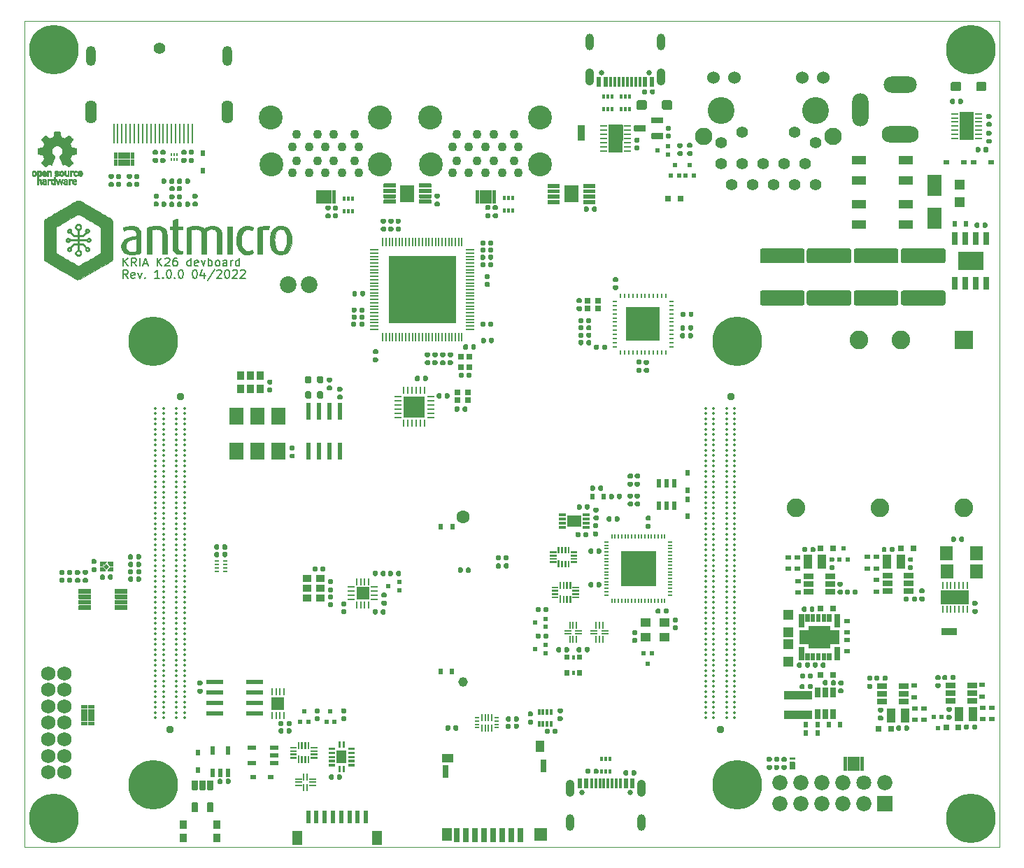
<source format=gbr>
%TF.GenerationSoftware,KiCad,Pcbnew,5.1.9+dfsg1-1*%
%TF.CreationDate,2022-05-04T16:16:05+02:00*%
%TF.ProjectId,kria-k26-devboard,6b726961-2d6b-4323-962d-646576626f61,rev?*%
%TF.SameCoordinates,Original*%
%TF.FileFunction,Soldermask,Top*%
%TF.FilePolarity,Negative*%
%FSLAX46Y46*%
G04 Gerber Fmt 4.6, Leading zero omitted, Abs format (unit mm)*
G04 Created by KiCad (PCBNEW 5.1.9+dfsg1-1) date 2022-05-04 16:16:05 commit c608b4a*
%MOMM*%
%LPD*%
G01*
G04 APERTURE LIST*
%TA.AperFunction,Profile*%
%ADD10C,0.100000*%
%TD*%
%ADD11C,0.150000*%
%ADD12C,0.010000*%
%ADD13C,0.002790*%
%ADD14C,0.356000*%
%ADD15C,0.950000*%
%ADD16R,4.300000X4.300000*%
%ADD17O,0.200000X0.550000*%
%ADD18O,0.550000X0.200000*%
%ADD19C,0.100000*%
%ADD20C,1.100000*%
%ADD21C,2.900000*%
%ADD22R,0.809600X1.905000*%
%ADD23R,1.905000X0.809600*%
%ADD24R,1.011199X0.204000*%
%ADD25R,0.204000X1.011199*%
%ADD26R,8.102600X8.102600*%
%ADD27R,0.800000X1.500000*%
%ADD28R,1.000000X1.400000*%
%ADD29R,1.400000X1.000000*%
%ADD30R,1.500000X1.500000*%
%ADD31R,1.300000X1.500000*%
%ADD32R,0.700000X1.750000*%
%ADD33R,0.220000X0.900000*%
%ADD34R,0.220000X0.850000*%
%ADD35R,0.550000X0.220000*%
%ADD36R,1.200000X0.700000*%
%ADD37R,1.140000X1.730000*%
%ADD38C,2.250000*%
%ADD39R,2.250000X2.250000*%
%ADD40R,0.550000X1.000000*%
%ADD41R,0.600000X0.800000*%
%ADD42R,1.200000X1.200000*%
%ADD43R,1.500000X1.800000*%
%ADD44R,0.800000X0.600000*%
%ADD45R,1.800000X1.000000*%
%ADD46R,1.700000X2.500000*%
%ADD47R,0.800000X0.800000*%
%ADD48R,0.650000X1.525000*%
%ADD49R,3.100000X2.290000*%
%ADD50O,4.500000X2.000000*%
%ADD51O,1.990000X4.000000*%
%ADD52O,4.000000X2.000000*%
%ADD53R,1.840000X1.840000*%
%ADD54C,1.840000*%
%ADD55C,1.800000*%
%ADD56R,0.600000X1.550000*%
%ADD57R,1.200000X1.800000*%
%ADD58R,3.400000X0.980000*%
%ADD59R,0.900000X1.000000*%
%ADD60C,6.000000*%
%ADD61O,0.240000X0.599999*%
%ADD62O,0.599999X0.240000*%
%ADD63R,4.099999X4.099999*%
%ADD64R,0.700000X1.200000*%
%ADD65R,0.254800X0.807999*%
%ADD66R,3.403600X1.803400*%
%ADD67R,0.807999X0.254800*%
%ADD68R,1.803400X3.403600*%
%ADD69R,2.590800X2.590800*%
%ADD70R,0.299999X0.670001*%
%ADD71R,0.810000X0.220000*%
%ADD72R,0.220000X0.810000*%
%ADD73R,1.000000X0.550000*%
%ADD74R,1.750000X1.450000*%
%ADD75R,0.825000X0.300000*%
%ADD76R,2.000000X0.600000*%
%ADD77R,1.600200X1.600200*%
%ADD78R,0.600000X2.000000*%
%ADD79R,1.800000X2.000000*%
%ADD80R,1.300000X1.100000*%
%ADD81R,0.900000X1.100000*%
%ADD82R,0.280000X2.400000*%
%ADD83O,1.200000X2.400000*%
%ADD84O,1.400000X2.800000*%
%ADD85C,1.400000*%
%ADD86R,0.500000X0.600000*%
%ADD87R,0.300000X0.600000*%
%ADD88C,1.600000*%
%ADD89C,1.150000*%
%ADD90R,0.600000X0.500000*%
%ADD91R,1.150000X1.650000*%
%ADD92C,1.750000*%
%ADD93R,0.600000X1.150000*%
%ADD94O,1.000000X2.000000*%
%ADD95O,1.050000X2.100000*%
%ADD96C,0.650000*%
%ADD97R,0.300000X1.150000*%
%ADD98R,0.200000X0.400000*%
%ADD99R,0.787400X0.685800*%
%ADD100R,1.549400X1.549400*%
%ADD101R,1.100000X0.900000*%
%ADD102C,2.020000*%
%ADD103R,1.746000X2.050000*%
%ADD104R,0.685800X0.787400*%
%ADD105C,1.397000*%
%ADD106C,2.100000*%
%ADD107C,2.108200*%
%ADD108C,3.250000*%
%ADD109C,1.524000*%
%ADD110R,0.400000X0.600000*%
%ADD111R,0.584200X0.210000*%
G04 APERTURE END LIST*
D10*
X74000000Y-152000000D02*
X74000000Y-52000000D01*
D11*
X86489285Y-83157380D02*
X86155952Y-82681190D01*
X85917857Y-83157380D02*
X85917857Y-82157380D01*
X86298809Y-82157380D01*
X86394047Y-82205000D01*
X86441666Y-82252619D01*
X86489285Y-82347857D01*
X86489285Y-82490714D01*
X86441666Y-82585952D01*
X86394047Y-82633571D01*
X86298809Y-82681190D01*
X85917857Y-82681190D01*
X87298809Y-83109761D02*
X87203571Y-83157380D01*
X87013095Y-83157380D01*
X86917857Y-83109761D01*
X86870238Y-83014523D01*
X86870238Y-82633571D01*
X86917857Y-82538333D01*
X87013095Y-82490714D01*
X87203571Y-82490714D01*
X87298809Y-82538333D01*
X87346428Y-82633571D01*
X87346428Y-82728809D01*
X86870238Y-82824047D01*
X87679761Y-82490714D02*
X87917857Y-83157380D01*
X88155952Y-82490714D01*
X88536904Y-83062142D02*
X88584523Y-83109761D01*
X88536904Y-83157380D01*
X88489285Y-83109761D01*
X88536904Y-83062142D01*
X88536904Y-83157380D01*
X90298809Y-83157380D02*
X89727380Y-83157380D01*
X90013095Y-83157380D02*
X90013095Y-82157380D01*
X89917857Y-82300238D01*
X89822619Y-82395476D01*
X89727380Y-82443095D01*
X90727380Y-83062142D02*
X90775000Y-83109761D01*
X90727380Y-83157380D01*
X90679761Y-83109761D01*
X90727380Y-83062142D01*
X90727380Y-83157380D01*
X91394047Y-82157380D02*
X91489285Y-82157380D01*
X91584523Y-82205000D01*
X91632142Y-82252619D01*
X91679761Y-82347857D01*
X91727380Y-82538333D01*
X91727380Y-82776428D01*
X91679761Y-82966904D01*
X91632142Y-83062142D01*
X91584523Y-83109761D01*
X91489285Y-83157380D01*
X91394047Y-83157380D01*
X91298809Y-83109761D01*
X91251190Y-83062142D01*
X91203571Y-82966904D01*
X91155952Y-82776428D01*
X91155952Y-82538333D01*
X91203571Y-82347857D01*
X91251190Y-82252619D01*
X91298809Y-82205000D01*
X91394047Y-82157380D01*
X92155952Y-83062142D02*
X92203571Y-83109761D01*
X92155952Y-83157380D01*
X92108333Y-83109761D01*
X92155952Y-83062142D01*
X92155952Y-83157380D01*
X92822619Y-82157380D02*
X92917857Y-82157380D01*
X93013095Y-82205000D01*
X93060714Y-82252619D01*
X93108333Y-82347857D01*
X93155952Y-82538333D01*
X93155952Y-82776428D01*
X93108333Y-82966904D01*
X93060714Y-83062142D01*
X93013095Y-83109761D01*
X92917857Y-83157380D01*
X92822619Y-83157380D01*
X92727380Y-83109761D01*
X92679761Y-83062142D01*
X92632142Y-82966904D01*
X92584523Y-82776428D01*
X92584523Y-82538333D01*
X92632142Y-82347857D01*
X92679761Y-82252619D01*
X92727380Y-82205000D01*
X92822619Y-82157380D01*
X94536904Y-82157380D02*
X94632142Y-82157380D01*
X94727380Y-82205000D01*
X94775000Y-82252619D01*
X94822619Y-82347857D01*
X94870238Y-82538333D01*
X94870238Y-82776428D01*
X94822619Y-82966904D01*
X94775000Y-83062142D01*
X94727380Y-83109761D01*
X94632142Y-83157380D01*
X94536904Y-83157380D01*
X94441666Y-83109761D01*
X94394047Y-83062142D01*
X94346428Y-82966904D01*
X94298809Y-82776428D01*
X94298809Y-82538333D01*
X94346428Y-82347857D01*
X94394047Y-82252619D01*
X94441666Y-82205000D01*
X94536904Y-82157380D01*
X95727380Y-82490714D02*
X95727380Y-83157380D01*
X95489285Y-82109761D02*
X95251190Y-82824047D01*
X95870238Y-82824047D01*
X96965476Y-82109761D02*
X96108333Y-83395476D01*
X97251190Y-82252619D02*
X97298809Y-82205000D01*
X97394047Y-82157380D01*
X97632142Y-82157380D01*
X97727380Y-82205000D01*
X97775000Y-82252619D01*
X97822619Y-82347857D01*
X97822619Y-82443095D01*
X97775000Y-82585952D01*
X97203571Y-83157380D01*
X97822619Y-83157380D01*
X98441666Y-82157380D02*
X98536904Y-82157380D01*
X98632142Y-82205000D01*
X98679761Y-82252619D01*
X98727380Y-82347857D01*
X98775000Y-82538333D01*
X98775000Y-82776428D01*
X98727380Y-82966904D01*
X98679761Y-83062142D01*
X98632142Y-83109761D01*
X98536904Y-83157380D01*
X98441666Y-83157380D01*
X98346428Y-83109761D01*
X98298809Y-83062142D01*
X98251190Y-82966904D01*
X98203571Y-82776428D01*
X98203571Y-82538333D01*
X98251190Y-82347857D01*
X98298809Y-82252619D01*
X98346428Y-82205000D01*
X98441666Y-82157380D01*
X99155952Y-82252619D02*
X99203571Y-82205000D01*
X99298809Y-82157380D01*
X99536904Y-82157380D01*
X99632142Y-82205000D01*
X99679761Y-82252619D01*
X99727380Y-82347857D01*
X99727380Y-82443095D01*
X99679761Y-82585952D01*
X99108333Y-83157380D01*
X99727380Y-83157380D01*
X100108333Y-82252619D02*
X100155952Y-82205000D01*
X100251190Y-82157380D01*
X100489285Y-82157380D01*
X100584523Y-82205000D01*
X100632142Y-82252619D01*
X100679761Y-82347857D01*
X100679761Y-82443095D01*
X100632142Y-82585952D01*
X100060714Y-83157380D01*
X100679761Y-83157380D01*
X85926190Y-81682380D02*
X85926190Y-80682380D01*
X86497619Y-81682380D02*
X86069047Y-81110952D01*
X86497619Y-80682380D02*
X85926190Y-81253809D01*
X87497619Y-81682380D02*
X87164285Y-81206190D01*
X86926190Y-81682380D02*
X86926190Y-80682380D01*
X87307142Y-80682380D01*
X87402380Y-80730000D01*
X87450000Y-80777619D01*
X87497619Y-80872857D01*
X87497619Y-81015714D01*
X87450000Y-81110952D01*
X87402380Y-81158571D01*
X87307142Y-81206190D01*
X86926190Y-81206190D01*
X87926190Y-81682380D02*
X87926190Y-80682380D01*
X88354761Y-81396666D02*
X88830952Y-81396666D01*
X88259523Y-81682380D02*
X88592857Y-80682380D01*
X88926190Y-81682380D01*
X90021428Y-81682380D02*
X90021428Y-80682380D01*
X90592857Y-81682380D02*
X90164285Y-81110952D01*
X90592857Y-80682380D02*
X90021428Y-81253809D01*
X90973809Y-80777619D02*
X91021428Y-80730000D01*
X91116666Y-80682380D01*
X91354761Y-80682380D01*
X91450000Y-80730000D01*
X91497619Y-80777619D01*
X91545238Y-80872857D01*
X91545238Y-80968095D01*
X91497619Y-81110952D01*
X90926190Y-81682380D01*
X91545238Y-81682380D01*
X92402380Y-80682380D02*
X92211904Y-80682380D01*
X92116666Y-80730000D01*
X92069047Y-80777619D01*
X91973809Y-80920476D01*
X91926190Y-81110952D01*
X91926190Y-81491904D01*
X91973809Y-81587142D01*
X92021428Y-81634761D01*
X92116666Y-81682380D01*
X92307142Y-81682380D01*
X92402380Y-81634761D01*
X92450000Y-81587142D01*
X92497619Y-81491904D01*
X92497619Y-81253809D01*
X92450000Y-81158571D01*
X92402380Y-81110952D01*
X92307142Y-81063333D01*
X92116666Y-81063333D01*
X92021428Y-81110952D01*
X91973809Y-81158571D01*
X91926190Y-81253809D01*
X94116666Y-81682380D02*
X94116666Y-80682380D01*
X94116666Y-81634761D02*
X94021428Y-81682380D01*
X93830952Y-81682380D01*
X93735714Y-81634761D01*
X93688095Y-81587142D01*
X93640476Y-81491904D01*
X93640476Y-81206190D01*
X93688095Y-81110952D01*
X93735714Y-81063333D01*
X93830952Y-81015714D01*
X94021428Y-81015714D01*
X94116666Y-81063333D01*
X94973809Y-81634761D02*
X94878571Y-81682380D01*
X94688095Y-81682380D01*
X94592857Y-81634761D01*
X94545238Y-81539523D01*
X94545238Y-81158571D01*
X94592857Y-81063333D01*
X94688095Y-81015714D01*
X94878571Y-81015714D01*
X94973809Y-81063333D01*
X95021428Y-81158571D01*
X95021428Y-81253809D01*
X94545238Y-81349047D01*
X95354761Y-81015714D02*
X95592857Y-81682380D01*
X95830952Y-81015714D01*
X96211904Y-81682380D02*
X96211904Y-80682380D01*
X96211904Y-81063333D02*
X96307142Y-81015714D01*
X96497619Y-81015714D01*
X96592857Y-81063333D01*
X96640476Y-81110952D01*
X96688095Y-81206190D01*
X96688095Y-81491904D01*
X96640476Y-81587142D01*
X96592857Y-81634761D01*
X96497619Y-81682380D01*
X96307142Y-81682380D01*
X96211904Y-81634761D01*
X97259523Y-81682380D02*
X97164285Y-81634761D01*
X97116666Y-81587142D01*
X97069047Y-81491904D01*
X97069047Y-81206190D01*
X97116666Y-81110952D01*
X97164285Y-81063333D01*
X97259523Y-81015714D01*
X97402380Y-81015714D01*
X97497619Y-81063333D01*
X97545238Y-81110952D01*
X97592857Y-81206190D01*
X97592857Y-81491904D01*
X97545238Y-81587142D01*
X97497619Y-81634761D01*
X97402380Y-81682380D01*
X97259523Y-81682380D01*
X98450000Y-81682380D02*
X98450000Y-81158571D01*
X98402380Y-81063333D01*
X98307142Y-81015714D01*
X98116666Y-81015714D01*
X98021428Y-81063333D01*
X98450000Y-81634761D02*
X98354761Y-81682380D01*
X98116666Y-81682380D01*
X98021428Y-81634761D01*
X97973809Y-81539523D01*
X97973809Y-81444285D01*
X98021428Y-81349047D01*
X98116666Y-81301428D01*
X98354761Y-81301428D01*
X98450000Y-81253809D01*
X98926190Y-81682380D02*
X98926190Y-81015714D01*
X98926190Y-81206190D02*
X98973809Y-81110952D01*
X99021428Y-81063333D01*
X99116666Y-81015714D01*
X99211904Y-81015714D01*
X99973809Y-81682380D02*
X99973809Y-80682380D01*
X99973809Y-81634761D02*
X99878571Y-81682380D01*
X99688095Y-81682380D01*
X99592857Y-81634761D01*
X99545238Y-81587142D01*
X99497619Y-81491904D01*
X99497619Y-81206190D01*
X99545238Y-81110952D01*
X99592857Y-81063333D01*
X99688095Y-81015714D01*
X99878571Y-81015714D01*
X99973809Y-81063333D01*
D10*
X74000000Y-52000000D02*
X192000000Y-52000000D01*
X192000000Y-52000000D02*
X192000000Y-152000000D01*
X192000000Y-152000000D02*
X74000000Y-152000000D01*
D12*
%TO.C,U60*%
G36*
X83125000Y-117500001D02*
G01*
X83895000Y-117500001D01*
X83445000Y-117950001D01*
X83125000Y-117950001D01*
X83125000Y-117500001D01*
G37*
X83125000Y-117500001D02*
X83895000Y-117500001D01*
X83445000Y-117950001D01*
X83125000Y-117950001D01*
X83125000Y-117500001D01*
G36*
X84625000Y-117500001D02*
G01*
X84025000Y-117500001D01*
X84025000Y-117670001D01*
X84305000Y-117950001D01*
X84625000Y-117950001D01*
X84625000Y-117500001D01*
G37*
X84625000Y-117500001D02*
X84025000Y-117500001D01*
X84025000Y-117670001D01*
X84305000Y-117950001D01*
X84625000Y-117950001D01*
X84625000Y-117500001D01*
G36*
X83125000Y-118600001D02*
G01*
X83725000Y-118600001D01*
X83725000Y-118430001D01*
X83445000Y-118150001D01*
X83125000Y-118150001D01*
X83125000Y-118600001D01*
G37*
X83125000Y-118600001D02*
X83725000Y-118600001D01*
X83725000Y-118430001D01*
X83445000Y-118150001D01*
X83125000Y-118150001D01*
X83125000Y-118600001D01*
G36*
X84625000Y-118600001D02*
G01*
X84025000Y-118600001D01*
X84025000Y-118430001D01*
X84305000Y-118150001D01*
X84625000Y-118150001D01*
X84625000Y-118600001D01*
G37*
X84625000Y-118600001D02*
X84025000Y-118600001D01*
X84025000Y-118430001D01*
X84305000Y-118150001D01*
X84625000Y-118150001D01*
X84625000Y-118600001D01*
D13*
%TO.C,N2*%
G36*
X80601572Y-76599576D02*
G01*
X80622770Y-76607934D01*
X80731249Y-76678342D01*
X80810362Y-76778636D01*
X80854670Y-76898183D01*
X80858733Y-77026352D01*
X80852974Y-77057833D01*
X80806065Y-77178846D01*
X80724940Y-77269574D01*
X80643113Y-77319477D01*
X80545240Y-77366696D01*
X80545240Y-77921864D01*
X80957514Y-77921864D01*
X81127283Y-77753228D01*
X81297053Y-77584591D01*
X81284510Y-77463065D01*
X81284365Y-77460512D01*
X81444809Y-77460512D01*
X81471222Y-77515566D01*
X81526243Y-77541221D01*
X81592779Y-77535756D01*
X81641976Y-77506792D01*
X81675727Y-77451433D01*
X81663881Y-77394722D01*
X81631852Y-77354936D01*
X81586912Y-77316812D01*
X81549677Y-77313005D01*
X81499058Y-77341896D01*
X81495376Y-77344464D01*
X81453612Y-77396806D01*
X81444809Y-77460512D01*
X81284365Y-77460512D01*
X81280064Y-77385201D01*
X81290500Y-77332385D01*
X81321307Y-77283366D01*
X81335318Y-77266252D01*
X81421156Y-77193669D01*
X81515594Y-77160504D01*
X81610656Y-77162398D01*
X81698367Y-77194993D01*
X81770751Y-77253934D01*
X81819834Y-77334860D01*
X81837640Y-77433415D01*
X81820986Y-77531621D01*
X81767754Y-77624633D01*
X81682332Y-77684517D01*
X81568453Y-77708836D01*
X81549157Y-77709266D01*
X81499827Y-77710979D01*
X81458834Y-77719812D01*
X81417002Y-77741310D01*
X81365155Y-77781016D01*
X81294116Y-77844474D01*
X81236340Y-77898242D01*
X81034358Y-78087218D01*
X80545240Y-78087218D01*
X80545240Y-78465170D01*
X81441663Y-78465170D01*
X81476662Y-78397489D01*
X81540592Y-78320466D01*
X81628779Y-78274360D01*
X81728510Y-78260669D01*
X81827071Y-78280895D01*
X81911752Y-78336536D01*
X81919955Y-78345195D01*
X81981015Y-78440841D01*
X82001327Y-78538406D01*
X81986572Y-78631086D01*
X81942433Y-78712077D01*
X81874594Y-78774573D01*
X81788737Y-78811770D01*
X81690544Y-78816864D01*
X81585698Y-78783049D01*
X81564370Y-78770981D01*
X81509702Y-78728218D01*
X81475849Y-78684288D01*
X81473032Y-78676581D01*
X81466476Y-78660697D01*
X81452079Y-78648951D01*
X81423497Y-78640720D01*
X81374391Y-78635385D01*
X81298418Y-78632323D01*
X81189235Y-78630912D01*
X81040502Y-78630531D01*
X81003114Y-78630524D01*
X80545240Y-78630524D01*
X80545240Y-78984854D01*
X81030534Y-78984854D01*
X81422785Y-79379153D01*
X81533224Y-79369665D01*
X81651620Y-79377916D01*
X81743640Y-79423895D01*
X81806334Y-79505779D01*
X81822639Y-79548512D01*
X81838629Y-79661493D01*
X81811507Y-79759090D01*
X81752307Y-79836536D01*
X81660802Y-79900541D01*
X81563582Y-79923765D01*
X81469112Y-79910490D01*
X81385860Y-79865001D01*
X81322293Y-79791581D01*
X81286877Y-79694512D01*
X81285326Y-79623593D01*
X81447370Y-79623593D01*
X81455061Y-79682359D01*
X81477662Y-79716421D01*
X81531416Y-79757858D01*
X81583235Y-79754443D01*
X81631852Y-79717136D01*
X81672859Y-79659502D01*
X81669009Y-79607900D01*
X81633800Y-79565356D01*
X81574059Y-79534578D01*
X81516592Y-79540296D01*
X81471121Y-79573103D01*
X81447370Y-79623593D01*
X81285326Y-79623593D01*
X81284810Y-79600035D01*
X81298026Y-79488447D01*
X80957514Y-79150208D01*
X80545240Y-79150208D01*
X80545240Y-79709961D01*
X80642634Y-79753879D01*
X80744867Y-79822987D01*
X80815372Y-79917535D01*
X80853884Y-80028001D01*
X80860140Y-80144867D01*
X80833876Y-80258613D01*
X80774830Y-80359718D01*
X80682737Y-80438662D01*
X80661911Y-80450152D01*
X80538219Y-80488862D01*
X80406478Y-80488868D01*
X80284150Y-80450223D01*
X80281803Y-80448995D01*
X80184945Y-80373955D01*
X80121293Y-80275232D01*
X80090513Y-80162413D01*
X80091344Y-80106899D01*
X80252327Y-80106899D01*
X80261914Y-80177165D01*
X80297980Y-80233977D01*
X80328290Y-80263435D01*
X80415674Y-80319137D01*
X80501713Y-80327711D01*
X80588380Y-80289158D01*
X80620458Y-80263435D01*
X80673321Y-80205013D01*
X80694386Y-80144095D01*
X80696421Y-80106899D01*
X80675161Y-80021071D01*
X80619801Y-79946709D01*
X80542970Y-79896575D01*
X80474374Y-79882490D01*
X80389450Y-79903976D01*
X80315870Y-79959925D01*
X80266264Y-80037574D01*
X80252327Y-80106899D01*
X80091344Y-80106899D01*
X80092269Y-80045086D01*
X80126226Y-79932838D01*
X80192048Y-79835256D01*
X80289400Y-79761929D01*
X80306114Y-79753879D01*
X80403508Y-79709961D01*
X80403508Y-79150208D01*
X79991234Y-79150208D01*
X79650722Y-79488447D01*
X79663938Y-79600035D01*
X79658001Y-79713334D01*
X79616954Y-79806506D01*
X79549262Y-79875267D01*
X79463394Y-79915334D01*
X79367815Y-79922424D01*
X79270992Y-79892252D01*
X79196441Y-79836536D01*
X79130763Y-79746034D01*
X79109806Y-79646740D01*
X79114634Y-79617646D01*
X79275660Y-79617646D01*
X79280169Y-79669652D01*
X79316896Y-79717136D01*
X79374407Y-79758110D01*
X79425969Y-79754247D01*
X79469578Y-79718088D01*
X79499167Y-79657326D01*
X79491385Y-79595658D01*
X79450506Y-79549261D01*
X79421883Y-79537531D01*
X79352204Y-79540939D01*
X79315944Y-79564454D01*
X79275660Y-79617646D01*
X79114634Y-79617646D01*
X79126109Y-79548512D01*
X79176150Y-79452676D01*
X79256708Y-79392009D01*
X79364830Y-79368335D01*
X79415524Y-79369665D01*
X79525963Y-79379153D01*
X79918214Y-78984854D01*
X80403508Y-78984854D01*
X80403508Y-78630524D01*
X79944471Y-78630524D01*
X79786442Y-78630726D01*
X79669261Y-78631770D01*
X79586532Y-78634317D01*
X79531859Y-78639024D01*
X79498846Y-78646549D01*
X79481097Y-78657553D01*
X79472216Y-78672693D01*
X79469922Y-78679398D01*
X79431821Y-78733795D01*
X79363338Y-78781408D01*
X79281247Y-78812562D01*
X79227140Y-78819412D01*
X79118073Y-78799662D01*
X79032840Y-78746135D01*
X78975202Y-78667820D01*
X78948918Y-78573705D01*
X78951733Y-78541539D01*
X79107565Y-78541539D01*
X79114406Y-78575638D01*
X79138270Y-78605288D01*
X79200107Y-78647975D01*
X79263226Y-78644989D01*
X79303398Y-78617026D01*
X79337397Y-78556128D01*
X79330153Y-78516625D01*
X81611750Y-78516625D01*
X81620695Y-78582878D01*
X81645350Y-78617026D01*
X81705902Y-78651013D01*
X81769271Y-78639036D01*
X81810478Y-78605288D01*
X81839251Y-78566131D01*
X81837899Y-78530529D01*
X81819255Y-78493083D01*
X81769265Y-78438575D01*
X81709164Y-78423173D01*
X81650987Y-78449615D01*
X81646607Y-78453789D01*
X81611750Y-78516625D01*
X79330153Y-78516625D01*
X79325768Y-78492715D01*
X79295032Y-78454949D01*
X79234261Y-78423318D01*
X79176766Y-78437822D01*
X79129515Y-78493250D01*
X79107565Y-78541539D01*
X78951733Y-78541539D01*
X78957750Y-78472780D01*
X79005455Y-78374034D01*
X79028793Y-78345195D01*
X79113156Y-78283343D01*
X79211597Y-78259548D01*
X79312139Y-78272456D01*
X79402803Y-78320714D01*
X79466907Y-78394686D01*
X79508543Y-78465170D01*
X80403508Y-78465170D01*
X80403508Y-78087218D01*
X79914390Y-78087218D01*
X79712408Y-77898242D01*
X79625216Y-77817478D01*
X79562929Y-77763774D01*
X79516232Y-77731617D01*
X79475812Y-77715493D01*
X79432356Y-77709886D01*
X79393225Y-77709266D01*
X79277101Y-77692329D01*
X79192140Y-77640432D01*
X79136021Y-77551946D01*
X79125391Y-77521163D01*
X79115115Y-77435926D01*
X79269652Y-77435926D01*
X79289969Y-77489824D01*
X79339801Y-77527435D01*
X79402462Y-77542368D01*
X79461272Y-77528230D01*
X79477526Y-77515566D01*
X79504031Y-77459820D01*
X79494851Y-77396133D01*
X79453372Y-77344464D01*
X79408127Y-77317077D01*
X79382506Y-77307692D01*
X79348268Y-77325400D01*
X79307656Y-77366295D01*
X79276814Y-77412032D01*
X79269652Y-77435926D01*
X79115115Y-77435926D01*
X79112026Y-77410299D01*
X79136619Y-77314349D01*
X79191112Y-77237521D01*
X79267448Y-77184024D01*
X79357569Y-77158066D01*
X79453416Y-77163855D01*
X79546933Y-77205601D01*
X79613430Y-77266252D01*
X79651406Y-77318270D01*
X79667369Y-77367718D01*
X79666805Y-77435850D01*
X79664238Y-77463065D01*
X79651695Y-77584591D01*
X79821464Y-77753228D01*
X79991234Y-77921864D01*
X80403508Y-77921864D01*
X80403508Y-77364028D01*
X80309587Y-77322590D01*
X80199638Y-77251446D01*
X80125249Y-77149691D01*
X80096453Y-77071587D01*
X80085309Y-76960573D01*
X80246864Y-76960573D01*
X80255756Y-77014751D01*
X80272782Y-77054627D01*
X80333282Y-77136103D01*
X80413711Y-77180430D01*
X80503624Y-77184931D01*
X80592573Y-77146927D01*
X80602873Y-77139236D01*
X80672565Y-77064028D01*
X80696235Y-76982360D01*
X80677501Y-76896264D01*
X80620212Y-76807824D01*
X80544587Y-76757230D01*
X80460345Y-76744319D01*
X80377205Y-76768924D01*
X80304883Y-76830879D01*
X80262927Y-76903340D01*
X80246864Y-76960573D01*
X80085309Y-76960573D01*
X80083716Y-76944713D01*
X80110762Y-76827538D01*
X80170700Y-76726131D01*
X80256639Y-76646562D01*
X80361692Y-76594900D01*
X80478966Y-76577214D01*
X80601572Y-76599576D01*
G37*
X80601572Y-76599576D02*
X80622770Y-76607934D01*
X80731249Y-76678342D01*
X80810362Y-76778636D01*
X80854670Y-76898183D01*
X80858733Y-77026352D01*
X80852974Y-77057833D01*
X80806065Y-77178846D01*
X80724940Y-77269574D01*
X80643113Y-77319477D01*
X80545240Y-77366696D01*
X80545240Y-77921864D01*
X80957514Y-77921864D01*
X81127283Y-77753228D01*
X81297053Y-77584591D01*
X81284510Y-77463065D01*
X81284365Y-77460512D01*
X81444809Y-77460512D01*
X81471222Y-77515566D01*
X81526243Y-77541221D01*
X81592779Y-77535756D01*
X81641976Y-77506792D01*
X81675727Y-77451433D01*
X81663881Y-77394722D01*
X81631852Y-77354936D01*
X81586912Y-77316812D01*
X81549677Y-77313005D01*
X81499058Y-77341896D01*
X81495376Y-77344464D01*
X81453612Y-77396806D01*
X81444809Y-77460512D01*
X81284365Y-77460512D01*
X81280064Y-77385201D01*
X81290500Y-77332385D01*
X81321307Y-77283366D01*
X81335318Y-77266252D01*
X81421156Y-77193669D01*
X81515594Y-77160504D01*
X81610656Y-77162398D01*
X81698367Y-77194993D01*
X81770751Y-77253934D01*
X81819834Y-77334860D01*
X81837640Y-77433415D01*
X81820986Y-77531621D01*
X81767754Y-77624633D01*
X81682332Y-77684517D01*
X81568453Y-77708836D01*
X81549157Y-77709266D01*
X81499827Y-77710979D01*
X81458834Y-77719812D01*
X81417002Y-77741310D01*
X81365155Y-77781016D01*
X81294116Y-77844474D01*
X81236340Y-77898242D01*
X81034358Y-78087218D01*
X80545240Y-78087218D01*
X80545240Y-78465170D01*
X81441663Y-78465170D01*
X81476662Y-78397489D01*
X81540592Y-78320466D01*
X81628779Y-78274360D01*
X81728510Y-78260669D01*
X81827071Y-78280895D01*
X81911752Y-78336536D01*
X81919955Y-78345195D01*
X81981015Y-78440841D01*
X82001327Y-78538406D01*
X81986572Y-78631086D01*
X81942433Y-78712077D01*
X81874594Y-78774573D01*
X81788737Y-78811770D01*
X81690544Y-78816864D01*
X81585698Y-78783049D01*
X81564370Y-78770981D01*
X81509702Y-78728218D01*
X81475849Y-78684288D01*
X81473032Y-78676581D01*
X81466476Y-78660697D01*
X81452079Y-78648951D01*
X81423497Y-78640720D01*
X81374391Y-78635385D01*
X81298418Y-78632323D01*
X81189235Y-78630912D01*
X81040502Y-78630531D01*
X81003114Y-78630524D01*
X80545240Y-78630524D01*
X80545240Y-78984854D01*
X81030534Y-78984854D01*
X81422785Y-79379153D01*
X81533224Y-79369665D01*
X81651620Y-79377916D01*
X81743640Y-79423895D01*
X81806334Y-79505779D01*
X81822639Y-79548512D01*
X81838629Y-79661493D01*
X81811507Y-79759090D01*
X81752307Y-79836536D01*
X81660802Y-79900541D01*
X81563582Y-79923765D01*
X81469112Y-79910490D01*
X81385860Y-79865001D01*
X81322293Y-79791581D01*
X81286877Y-79694512D01*
X81285326Y-79623593D01*
X81447370Y-79623593D01*
X81455061Y-79682359D01*
X81477662Y-79716421D01*
X81531416Y-79757858D01*
X81583235Y-79754443D01*
X81631852Y-79717136D01*
X81672859Y-79659502D01*
X81669009Y-79607900D01*
X81633800Y-79565356D01*
X81574059Y-79534578D01*
X81516592Y-79540296D01*
X81471121Y-79573103D01*
X81447370Y-79623593D01*
X81285326Y-79623593D01*
X81284810Y-79600035D01*
X81298026Y-79488447D01*
X80957514Y-79150208D01*
X80545240Y-79150208D01*
X80545240Y-79709961D01*
X80642634Y-79753879D01*
X80744867Y-79822987D01*
X80815372Y-79917535D01*
X80853884Y-80028001D01*
X80860140Y-80144867D01*
X80833876Y-80258613D01*
X80774830Y-80359718D01*
X80682737Y-80438662D01*
X80661911Y-80450152D01*
X80538219Y-80488862D01*
X80406478Y-80488868D01*
X80284150Y-80450223D01*
X80281803Y-80448995D01*
X80184945Y-80373955D01*
X80121293Y-80275232D01*
X80090513Y-80162413D01*
X80091344Y-80106899D01*
X80252327Y-80106899D01*
X80261914Y-80177165D01*
X80297980Y-80233977D01*
X80328290Y-80263435D01*
X80415674Y-80319137D01*
X80501713Y-80327711D01*
X80588380Y-80289158D01*
X80620458Y-80263435D01*
X80673321Y-80205013D01*
X80694386Y-80144095D01*
X80696421Y-80106899D01*
X80675161Y-80021071D01*
X80619801Y-79946709D01*
X80542970Y-79896575D01*
X80474374Y-79882490D01*
X80389450Y-79903976D01*
X80315870Y-79959925D01*
X80266264Y-80037574D01*
X80252327Y-80106899D01*
X80091344Y-80106899D01*
X80092269Y-80045086D01*
X80126226Y-79932838D01*
X80192048Y-79835256D01*
X80289400Y-79761929D01*
X80306114Y-79753879D01*
X80403508Y-79709961D01*
X80403508Y-79150208D01*
X79991234Y-79150208D01*
X79650722Y-79488447D01*
X79663938Y-79600035D01*
X79658001Y-79713334D01*
X79616954Y-79806506D01*
X79549262Y-79875267D01*
X79463394Y-79915334D01*
X79367815Y-79922424D01*
X79270992Y-79892252D01*
X79196441Y-79836536D01*
X79130763Y-79746034D01*
X79109806Y-79646740D01*
X79114634Y-79617646D01*
X79275660Y-79617646D01*
X79280169Y-79669652D01*
X79316896Y-79717136D01*
X79374407Y-79758110D01*
X79425969Y-79754247D01*
X79469578Y-79718088D01*
X79499167Y-79657326D01*
X79491385Y-79595658D01*
X79450506Y-79549261D01*
X79421883Y-79537531D01*
X79352204Y-79540939D01*
X79315944Y-79564454D01*
X79275660Y-79617646D01*
X79114634Y-79617646D01*
X79126109Y-79548512D01*
X79176150Y-79452676D01*
X79256708Y-79392009D01*
X79364830Y-79368335D01*
X79415524Y-79369665D01*
X79525963Y-79379153D01*
X79918214Y-78984854D01*
X80403508Y-78984854D01*
X80403508Y-78630524D01*
X79944471Y-78630524D01*
X79786442Y-78630726D01*
X79669261Y-78631770D01*
X79586532Y-78634317D01*
X79531859Y-78639024D01*
X79498846Y-78646549D01*
X79481097Y-78657553D01*
X79472216Y-78672693D01*
X79469922Y-78679398D01*
X79431821Y-78733795D01*
X79363338Y-78781408D01*
X79281247Y-78812562D01*
X79227140Y-78819412D01*
X79118073Y-78799662D01*
X79032840Y-78746135D01*
X78975202Y-78667820D01*
X78948918Y-78573705D01*
X78951733Y-78541539D01*
X79107565Y-78541539D01*
X79114406Y-78575638D01*
X79138270Y-78605288D01*
X79200107Y-78647975D01*
X79263226Y-78644989D01*
X79303398Y-78617026D01*
X79337397Y-78556128D01*
X79330153Y-78516625D01*
X81611750Y-78516625D01*
X81620695Y-78582878D01*
X81645350Y-78617026D01*
X81705902Y-78651013D01*
X81769271Y-78639036D01*
X81810478Y-78605288D01*
X81839251Y-78566131D01*
X81837899Y-78530529D01*
X81819255Y-78493083D01*
X81769265Y-78438575D01*
X81709164Y-78423173D01*
X81650987Y-78449615D01*
X81646607Y-78453789D01*
X81611750Y-78516625D01*
X79330153Y-78516625D01*
X79325768Y-78492715D01*
X79295032Y-78454949D01*
X79234261Y-78423318D01*
X79176766Y-78437822D01*
X79129515Y-78493250D01*
X79107565Y-78541539D01*
X78951733Y-78541539D01*
X78957750Y-78472780D01*
X79005455Y-78374034D01*
X79028793Y-78345195D01*
X79113156Y-78283343D01*
X79211597Y-78259548D01*
X79312139Y-78272456D01*
X79402803Y-78320714D01*
X79466907Y-78394686D01*
X79508543Y-78465170D01*
X80403508Y-78465170D01*
X80403508Y-78087218D01*
X79914390Y-78087218D01*
X79712408Y-77898242D01*
X79625216Y-77817478D01*
X79562929Y-77763774D01*
X79516232Y-77731617D01*
X79475812Y-77715493D01*
X79432356Y-77709886D01*
X79393225Y-77709266D01*
X79277101Y-77692329D01*
X79192140Y-77640432D01*
X79136021Y-77551946D01*
X79125391Y-77521163D01*
X79115115Y-77435926D01*
X79269652Y-77435926D01*
X79289969Y-77489824D01*
X79339801Y-77527435D01*
X79402462Y-77542368D01*
X79461272Y-77528230D01*
X79477526Y-77515566D01*
X79504031Y-77459820D01*
X79494851Y-77396133D01*
X79453372Y-77344464D01*
X79408127Y-77317077D01*
X79382506Y-77307692D01*
X79348268Y-77325400D01*
X79307656Y-77366295D01*
X79276814Y-77412032D01*
X79269652Y-77435926D01*
X79115115Y-77435926D01*
X79112026Y-77410299D01*
X79136619Y-77314349D01*
X79191112Y-77237521D01*
X79267448Y-77184024D01*
X79357569Y-77158066D01*
X79453416Y-77163855D01*
X79546933Y-77205601D01*
X79613430Y-77266252D01*
X79651406Y-77318270D01*
X79667369Y-77367718D01*
X79666805Y-77435850D01*
X79664238Y-77463065D01*
X79651695Y-77584591D01*
X79821464Y-77753228D01*
X79991234Y-77921864D01*
X80403508Y-77921864D01*
X80403508Y-77364028D01*
X80309587Y-77322590D01*
X80199638Y-77251446D01*
X80125249Y-77149691D01*
X80096453Y-77071587D01*
X80085309Y-76960573D01*
X80246864Y-76960573D01*
X80255756Y-77014751D01*
X80272782Y-77054627D01*
X80333282Y-77136103D01*
X80413711Y-77180430D01*
X80503624Y-77184931D01*
X80592573Y-77146927D01*
X80602873Y-77139236D01*
X80672565Y-77064028D01*
X80696235Y-76982360D01*
X80677501Y-76896264D01*
X80620212Y-76807824D01*
X80544587Y-76757230D01*
X80460345Y-76744319D01*
X80377205Y-76768924D01*
X80304883Y-76830879D01*
X80262927Y-76903340D01*
X80246864Y-76960573D01*
X80085309Y-76960573D01*
X80083716Y-76944713D01*
X80110762Y-76827538D01*
X80170700Y-76726131D01*
X80256639Y-76646562D01*
X80361692Y-76594900D01*
X80478966Y-76577214D01*
X80601572Y-76599576D01*
G36*
X87149877Y-76851249D02*
G01*
X87299424Y-76879245D01*
X87469163Y-76931285D01*
X87606125Y-76995868D01*
X87724506Y-77080481D01*
X87782711Y-77134167D01*
X87868550Y-77241368D01*
X87945620Y-77378618D01*
X88005344Y-77528725D01*
X88032925Y-77635821D01*
X88038399Y-77688998D01*
X88043314Y-77785485D01*
X88047596Y-77921349D01*
X88051170Y-78092658D01*
X88053962Y-78295480D01*
X88055898Y-78525882D01*
X88056904Y-78779932D01*
X88057036Y-78916107D01*
X88057036Y-80069255D01*
X87946324Y-80118228D01*
X87748092Y-80189446D01*
X87518454Y-80244470D01*
X87270976Y-80281579D01*
X87019225Y-80299050D01*
X86776768Y-80295164D01*
X86648883Y-80282857D01*
X86398317Y-80232934D01*
X86184147Y-80153578D01*
X86006804Y-80045257D01*
X85866720Y-79908443D01*
X85764326Y-79743605D01*
X85700053Y-79551213D01*
X85674331Y-79331739D01*
X85675576Y-79221559D01*
X85678586Y-79200731D01*
X86219805Y-79200731D01*
X86224199Y-79396157D01*
X86266667Y-79565059D01*
X86346303Y-79706031D01*
X86462196Y-79817664D01*
X86613440Y-79898552D01*
X86685792Y-79922597D01*
X86778222Y-79938401D01*
X86902003Y-79945595D01*
X87042143Y-79944744D01*
X87183648Y-79936410D01*
X87311525Y-79921159D01*
X87410781Y-79899554D01*
X87425147Y-79894784D01*
X87537352Y-79854427D01*
X87537352Y-78367282D01*
X87401526Y-78383670D01*
X87314841Y-78397307D01*
X87202616Y-78419308D01*
X87084897Y-78445648D01*
X87047884Y-78454701D01*
X86805722Y-78529151D01*
X86606872Y-78620629D01*
X86450195Y-78730162D01*
X86334551Y-78858776D01*
X86258802Y-79007497D01*
X86221806Y-79177353D01*
X86219805Y-79200731D01*
X85678586Y-79200731D01*
X85706332Y-79008754D01*
X85777649Y-78819568D01*
X85890420Y-78651961D01*
X85954775Y-78583186D01*
X86096974Y-78470199D01*
X86279801Y-78366210D01*
X86497118Y-78273492D01*
X86742792Y-78194320D01*
X87010685Y-78130965D01*
X87294663Y-78085701D01*
X87298906Y-78085185D01*
X87543798Y-78055504D01*
X87529640Y-77854888D01*
X87502244Y-77665695D01*
X87447900Y-77513882D01*
X87364155Y-77396427D01*
X87248553Y-77310311D01*
X87098638Y-77252512D01*
X87026882Y-77236336D01*
X86831547Y-77219324D01*
X86614432Y-77235596D01*
X86385699Y-77283625D01*
X86155509Y-77361887D01*
X86135244Y-77370286D01*
X86062599Y-77399105D01*
X86009379Y-77416919D01*
X85988230Y-77419984D01*
X85976183Y-77395047D01*
X85953513Y-77339443D01*
X85925455Y-77267009D01*
X85897240Y-77191582D01*
X85874102Y-77127000D01*
X85861276Y-77087098D01*
X85860190Y-77081444D01*
X85879967Y-77066025D01*
X85931308Y-77038760D01*
X85989014Y-77011900D01*
X86201066Y-76935188D01*
X86436193Y-76879450D01*
X86681380Y-76846002D01*
X86923613Y-76836163D01*
X87149877Y-76851249D01*
G37*
X87149877Y-76851249D02*
X87299424Y-76879245D01*
X87469163Y-76931285D01*
X87606125Y-76995868D01*
X87724506Y-77080481D01*
X87782711Y-77134167D01*
X87868550Y-77241368D01*
X87945620Y-77378618D01*
X88005344Y-77528725D01*
X88032925Y-77635821D01*
X88038399Y-77688998D01*
X88043314Y-77785485D01*
X88047596Y-77921349D01*
X88051170Y-78092658D01*
X88053962Y-78295480D01*
X88055898Y-78525882D01*
X88056904Y-78779932D01*
X88057036Y-78916107D01*
X88057036Y-80069255D01*
X87946324Y-80118228D01*
X87748092Y-80189446D01*
X87518454Y-80244470D01*
X87270976Y-80281579D01*
X87019225Y-80299050D01*
X86776768Y-80295164D01*
X86648883Y-80282857D01*
X86398317Y-80232934D01*
X86184147Y-80153578D01*
X86006804Y-80045257D01*
X85866720Y-79908443D01*
X85764326Y-79743605D01*
X85700053Y-79551213D01*
X85674331Y-79331739D01*
X85675576Y-79221559D01*
X85678586Y-79200731D01*
X86219805Y-79200731D01*
X86224199Y-79396157D01*
X86266667Y-79565059D01*
X86346303Y-79706031D01*
X86462196Y-79817664D01*
X86613440Y-79898552D01*
X86685792Y-79922597D01*
X86778222Y-79938401D01*
X86902003Y-79945595D01*
X87042143Y-79944744D01*
X87183648Y-79936410D01*
X87311525Y-79921159D01*
X87410781Y-79899554D01*
X87425147Y-79894784D01*
X87537352Y-79854427D01*
X87537352Y-78367282D01*
X87401526Y-78383670D01*
X87314841Y-78397307D01*
X87202616Y-78419308D01*
X87084897Y-78445648D01*
X87047884Y-78454701D01*
X86805722Y-78529151D01*
X86606872Y-78620629D01*
X86450195Y-78730162D01*
X86334551Y-78858776D01*
X86258802Y-79007497D01*
X86221806Y-79177353D01*
X86219805Y-79200731D01*
X85678586Y-79200731D01*
X85706332Y-79008754D01*
X85777649Y-78819568D01*
X85890420Y-78651961D01*
X85954775Y-78583186D01*
X86096974Y-78470199D01*
X86279801Y-78366210D01*
X86497118Y-78273492D01*
X86742792Y-78194320D01*
X87010685Y-78130965D01*
X87294663Y-78085701D01*
X87298906Y-78085185D01*
X87543798Y-78055504D01*
X87529640Y-77854888D01*
X87502244Y-77665695D01*
X87447900Y-77513882D01*
X87364155Y-77396427D01*
X87248553Y-77310311D01*
X87098638Y-77252512D01*
X87026882Y-77236336D01*
X86831547Y-77219324D01*
X86614432Y-77235596D01*
X86385699Y-77283625D01*
X86155509Y-77361887D01*
X86135244Y-77370286D01*
X86062599Y-77399105D01*
X86009379Y-77416919D01*
X85988230Y-77419984D01*
X85976183Y-77395047D01*
X85953513Y-77339443D01*
X85925455Y-77267009D01*
X85897240Y-77191582D01*
X85874102Y-77127000D01*
X85861276Y-77087098D01*
X85860190Y-77081444D01*
X85879967Y-77066025D01*
X85931308Y-77038760D01*
X85989014Y-77011900D01*
X86201066Y-76935188D01*
X86436193Y-76879450D01*
X86681380Y-76846002D01*
X86923613Y-76836163D01*
X87149877Y-76851249D01*
G36*
X90063393Y-76848250D02*
G01*
X90189096Y-76851537D01*
X90285735Y-76857963D01*
X90362383Y-76868236D01*
X90428115Y-76883061D01*
X90453660Y-76890508D01*
X90667842Y-76972490D01*
X90840871Y-77074317D01*
X90975251Y-77197777D01*
X91063621Y-77325912D01*
X91091837Y-77378961D01*
X91115826Y-77429035D01*
X91135932Y-77480320D01*
X91152496Y-77537006D01*
X91165862Y-77603283D01*
X91176372Y-77683338D01*
X91184369Y-77781360D01*
X91190196Y-77901538D01*
X91194194Y-78048060D01*
X91196708Y-78225116D01*
X91198078Y-78436895D01*
X91198649Y-78687584D01*
X91198762Y-78978006D01*
X91198762Y-80236820D01*
X90631834Y-80236820D01*
X90631834Y-78989141D01*
X90631714Y-78695459D01*
X90631110Y-78445058D01*
X90629654Y-78233980D01*
X90626978Y-78058261D01*
X90622714Y-77913942D01*
X90616494Y-77797061D01*
X90607951Y-77703656D01*
X90596717Y-77629767D01*
X90582423Y-77571433D01*
X90564703Y-77524691D01*
X90543188Y-77485582D01*
X90517511Y-77450143D01*
X90487304Y-77414415D01*
X90485419Y-77412266D01*
X90387713Y-77324097D01*
X90268568Y-77262198D01*
X90117958Y-77221849D01*
X90061632Y-77212740D01*
X89903260Y-77202567D01*
X89727981Y-77211180D01*
X89557673Y-77236591D01*
X89433545Y-77269782D01*
X89344435Y-77300630D01*
X89338351Y-78768725D01*
X89332266Y-80236820D01*
X88765696Y-80236820D01*
X88765696Y-77053816D01*
X88984199Y-76982138D01*
X89134561Y-76934615D01*
X89262334Y-76899631D01*
X89380181Y-76875321D01*
X89500762Y-76859824D01*
X89636739Y-76851274D01*
X89800772Y-76847808D01*
X89899552Y-76847397D01*
X90063393Y-76848250D01*
G37*
X90063393Y-76848250D02*
X90189096Y-76851537D01*
X90285735Y-76857963D01*
X90362383Y-76868236D01*
X90428115Y-76883061D01*
X90453660Y-76890508D01*
X90667842Y-76972490D01*
X90840871Y-77074317D01*
X90975251Y-77197777D01*
X91063621Y-77325912D01*
X91091837Y-77378961D01*
X91115826Y-77429035D01*
X91135932Y-77480320D01*
X91152496Y-77537006D01*
X91165862Y-77603283D01*
X91176372Y-77683338D01*
X91184369Y-77781360D01*
X91190196Y-77901538D01*
X91194194Y-78048060D01*
X91196708Y-78225116D01*
X91198078Y-78436895D01*
X91198649Y-78687584D01*
X91198762Y-78978006D01*
X91198762Y-80236820D01*
X90631834Y-80236820D01*
X90631834Y-78989141D01*
X90631714Y-78695459D01*
X90631110Y-78445058D01*
X90629654Y-78233980D01*
X90626978Y-78058261D01*
X90622714Y-77913942D01*
X90616494Y-77797061D01*
X90607951Y-77703656D01*
X90596717Y-77629767D01*
X90582423Y-77571433D01*
X90564703Y-77524691D01*
X90543188Y-77485582D01*
X90517511Y-77450143D01*
X90487304Y-77414415D01*
X90485419Y-77412266D01*
X90387713Y-77324097D01*
X90268568Y-77262198D01*
X90117958Y-77221849D01*
X90061632Y-77212740D01*
X89903260Y-77202567D01*
X89727981Y-77211180D01*
X89557673Y-77236591D01*
X89433545Y-77269782D01*
X89344435Y-77300630D01*
X89338351Y-78768725D01*
X89332266Y-80236820D01*
X88765696Y-80236820D01*
X88765696Y-77053816D01*
X88984199Y-76982138D01*
X89134561Y-76934615D01*
X89262334Y-76899631D01*
X89380181Y-76875321D01*
X89500762Y-76859824D01*
X89636739Y-76851274D01*
X89800772Y-76847808D01*
X89899552Y-76847397D01*
X90063393Y-76848250D01*
G36*
X92486882Y-75983666D02*
G01*
X92491195Y-76046174D01*
X92494644Y-76141603D01*
X92496982Y-76262790D01*
X92497958Y-76402574D01*
X92497972Y-76421867D01*
X92497972Y-76882496D01*
X93064900Y-76882496D01*
X93064900Y-77260448D01*
X92497972Y-77260448D01*
X92497972Y-79567973D01*
X92551710Y-79669594D01*
X92620809Y-79766396D01*
X92709669Y-79826307D01*
X92825356Y-79852892D01*
X92917312Y-79854035D01*
X93064999Y-79847057D01*
X93064949Y-80028733D01*
X93060772Y-80140716D01*
X93048460Y-80208604D01*
X93035373Y-80228939D01*
X93000261Y-80237487D01*
X92929644Y-80245503D01*
X92835257Y-80251858D01*
X92769625Y-80254480D01*
X92640081Y-80255664D01*
X92542385Y-80249249D01*
X92461533Y-80233675D01*
X92408325Y-80216992D01*
X92264544Y-80149148D01*
X92150096Y-80054860D01*
X92055408Y-79925474D01*
X92025532Y-79871014D01*
X91942855Y-79710172D01*
X91936140Y-78485310D01*
X91929426Y-77260448D01*
X91553092Y-77260448D01*
X91553092Y-76882496D01*
X91931044Y-76882496D01*
X91931044Y-76128217D01*
X92198492Y-76044728D01*
X92304164Y-76012139D01*
X92392964Y-75985503D01*
X92455428Y-75967609D01*
X92481956Y-75961238D01*
X92486882Y-75983666D01*
G37*
X92486882Y-75983666D02*
X92491195Y-76046174D01*
X92494644Y-76141603D01*
X92496982Y-76262790D01*
X92497958Y-76402574D01*
X92497972Y-76421867D01*
X92497972Y-76882496D01*
X93064900Y-76882496D01*
X93064900Y-77260448D01*
X92497972Y-77260448D01*
X92497972Y-79567973D01*
X92551710Y-79669594D01*
X92620809Y-79766396D01*
X92709669Y-79826307D01*
X92825356Y-79852892D01*
X92917312Y-79854035D01*
X93064999Y-79847057D01*
X93064949Y-80028733D01*
X93060772Y-80140716D01*
X93048460Y-80208604D01*
X93035373Y-80228939D01*
X93000261Y-80237487D01*
X92929644Y-80245503D01*
X92835257Y-80251858D01*
X92769625Y-80254480D01*
X92640081Y-80255664D01*
X92542385Y-80249249D01*
X92461533Y-80233675D01*
X92408325Y-80216992D01*
X92264544Y-80149148D01*
X92150096Y-80054860D01*
X92055408Y-79925474D01*
X92025532Y-79871014D01*
X91942855Y-79710172D01*
X91936140Y-78485310D01*
X91929426Y-77260448D01*
X91553092Y-77260448D01*
X91553092Y-76882496D01*
X91931044Y-76882496D01*
X91931044Y-76128217D01*
X92198492Y-76044728D01*
X92304164Y-76012139D01*
X92392964Y-75985503D01*
X92455428Y-75967609D01*
X92481956Y-75961238D01*
X92486882Y-75983666D01*
G36*
X103540704Y-76838957D02*
G01*
X103583146Y-76844925D01*
X103599626Y-76854782D01*
X103600312Y-76858055D01*
X103593617Y-76892742D01*
X103575745Y-76960191D01*
X103550010Y-77048197D01*
X103538272Y-77086375D01*
X103506574Y-77182968D01*
X103482387Y-77241324D01*
X103461494Y-77268972D01*
X103439676Y-77273440D01*
X103434259Y-77272037D01*
X103287402Y-77240707D01*
X103123404Y-77230388D01*
X102960846Y-77240810D01*
X102818313Y-77271705D01*
X102791259Y-77281312D01*
X102726298Y-77306523D01*
X102726298Y-80236820D01*
X102159370Y-80236820D01*
X102159370Y-77052643D01*
X102330629Y-76991276D01*
X102479454Y-76941278D01*
X102615589Y-76904113D01*
X102752002Y-76877568D01*
X102901659Y-76859434D01*
X103077526Y-76847499D01*
X103204644Y-76842271D01*
X103356748Y-76837841D01*
X103467003Y-76836666D01*
X103540704Y-76838957D01*
G37*
X103540704Y-76838957D02*
X103583146Y-76844925D01*
X103599626Y-76854782D01*
X103600312Y-76858055D01*
X103593617Y-76892742D01*
X103575745Y-76960191D01*
X103550010Y-77048197D01*
X103538272Y-77086375D01*
X103506574Y-77182968D01*
X103482387Y-77241324D01*
X103461494Y-77268972D01*
X103439676Y-77273440D01*
X103434259Y-77272037D01*
X103287402Y-77240707D01*
X103123404Y-77230388D01*
X102960846Y-77240810D01*
X102818313Y-77271705D01*
X102791259Y-77281312D01*
X102726298Y-77306523D01*
X102726298Y-80236820D01*
X102159370Y-80236820D01*
X102159370Y-77052643D01*
X102330629Y-76991276D01*
X102479454Y-76941278D01*
X102615589Y-76904113D01*
X102752002Y-76877568D01*
X102901659Y-76859434D01*
X103077526Y-76847499D01*
X103204644Y-76842271D01*
X103356748Y-76837841D01*
X103467003Y-76836666D01*
X103540704Y-76838957D01*
G36*
X101014213Y-76839517D02*
G01*
X101169759Y-76854588D01*
X101256281Y-76870866D01*
X101345452Y-76896539D01*
X101441206Y-76931406D01*
X101531151Y-76970062D01*
X101602898Y-77007099D01*
X101644054Y-77037111D01*
X101647346Y-77041495D01*
X101644801Y-77070867D01*
X101627786Y-77128578D01*
X101601635Y-77201055D01*
X101571683Y-77274727D01*
X101543265Y-77336023D01*
X101521716Y-77371371D01*
X101516165Y-77375209D01*
X101487010Y-77366700D01*
X101428967Y-77343418D01*
X101370199Y-77317456D01*
X101189584Y-77254726D01*
X101010705Y-77230347D01*
X100841862Y-77244577D01*
X100693873Y-77296363D01*
X100570199Y-77384847D01*
X100456869Y-77514639D01*
X100357444Y-77680291D01*
X100275486Y-77876356D01*
X100240730Y-77989339D01*
X100213300Y-78128569D01*
X100195672Y-78300010D01*
X100187846Y-78489659D01*
X100189822Y-78683512D01*
X100201598Y-78867565D01*
X100223174Y-79027814D01*
X100240794Y-79106604D01*
X100320911Y-79341281D01*
X100421774Y-79533813D01*
X100543673Y-79684640D01*
X100686900Y-79794204D01*
X100698013Y-79800496D01*
X100770319Y-79837192D01*
X100833963Y-79858299D01*
X100907290Y-79867849D01*
X101008641Y-79869870D01*
X101013703Y-79869851D01*
X101120044Y-79865178D01*
X101213384Y-79849314D01*
X101308059Y-79817943D01*
X101418407Y-79766747D01*
X101500948Y-79723176D01*
X101511241Y-79729795D01*
X101529071Y-79760783D01*
X101556659Y-79821006D01*
X101596222Y-79915333D01*
X101649978Y-80048632D01*
X101655034Y-80061317D01*
X101641745Y-80086730D01*
X101593674Y-80122381D01*
X101520650Y-80162960D01*
X101432503Y-80203157D01*
X101339062Y-80237662D01*
X101314694Y-80245169D01*
X101187614Y-80272214D01*
X101034546Y-80289553D01*
X100875805Y-80296006D01*
X100731704Y-80290388D01*
X100671184Y-80282631D01*
X100582682Y-80260174D01*
X100476150Y-80222853D01*
X100375909Y-80179329D01*
X100179839Y-80057324D01*
X100010569Y-79897033D01*
X99868836Y-79699577D01*
X99755379Y-79466076D01*
X99670937Y-79197652D01*
X99642822Y-79066949D01*
X99622315Y-78912254D01*
X99611523Y-78728978D01*
X99610053Y-78530402D01*
X99617508Y-78329811D01*
X99633495Y-78140489D01*
X99657618Y-77975717D01*
X99677921Y-77886449D01*
X99769718Y-77624969D01*
X99890906Y-77397105D01*
X100039972Y-77204561D01*
X100215408Y-77049045D01*
X100415702Y-76932262D01*
X100575078Y-76872938D01*
X100699369Y-76848744D01*
X100851582Y-76837586D01*
X101014213Y-76839517D01*
G37*
X101014213Y-76839517D02*
X101169759Y-76854588D01*
X101256281Y-76870866D01*
X101345452Y-76896539D01*
X101441206Y-76931406D01*
X101531151Y-76970062D01*
X101602898Y-77007099D01*
X101644054Y-77037111D01*
X101647346Y-77041495D01*
X101644801Y-77070867D01*
X101627786Y-77128578D01*
X101601635Y-77201055D01*
X101571683Y-77274727D01*
X101543265Y-77336023D01*
X101521716Y-77371371D01*
X101516165Y-77375209D01*
X101487010Y-77366700D01*
X101428967Y-77343418D01*
X101370199Y-77317456D01*
X101189584Y-77254726D01*
X101010705Y-77230347D01*
X100841862Y-77244577D01*
X100693873Y-77296363D01*
X100570199Y-77384847D01*
X100456869Y-77514639D01*
X100357444Y-77680291D01*
X100275486Y-77876356D01*
X100240730Y-77989339D01*
X100213300Y-78128569D01*
X100195672Y-78300010D01*
X100187846Y-78489659D01*
X100189822Y-78683512D01*
X100201598Y-78867565D01*
X100223174Y-79027814D01*
X100240794Y-79106604D01*
X100320911Y-79341281D01*
X100421774Y-79533813D01*
X100543673Y-79684640D01*
X100686900Y-79794204D01*
X100698013Y-79800496D01*
X100770319Y-79837192D01*
X100833963Y-79858299D01*
X100907290Y-79867849D01*
X101008641Y-79869870D01*
X101013703Y-79869851D01*
X101120044Y-79865178D01*
X101213384Y-79849314D01*
X101308059Y-79817943D01*
X101418407Y-79766747D01*
X101500948Y-79723176D01*
X101511241Y-79729795D01*
X101529071Y-79760783D01*
X101556659Y-79821006D01*
X101596222Y-79915333D01*
X101649978Y-80048632D01*
X101655034Y-80061317D01*
X101641745Y-80086730D01*
X101593674Y-80122381D01*
X101520650Y-80162960D01*
X101432503Y-80203157D01*
X101339062Y-80237662D01*
X101314694Y-80245169D01*
X101187614Y-80272214D01*
X101034546Y-80289553D01*
X100875805Y-80296006D01*
X100731704Y-80290388D01*
X100671184Y-80282631D01*
X100582682Y-80260174D01*
X100476150Y-80222853D01*
X100375909Y-80179329D01*
X100179839Y-80057324D01*
X100010569Y-79897033D01*
X99868836Y-79699577D01*
X99755379Y-79466076D01*
X99670937Y-79197652D01*
X99642822Y-79066949D01*
X99622315Y-78912254D01*
X99611523Y-78728978D01*
X99610053Y-78530402D01*
X99617508Y-78329811D01*
X99633495Y-78140489D01*
X99657618Y-77975717D01*
X99677921Y-77886449D01*
X99769718Y-77624969D01*
X99890906Y-77397105D01*
X100039972Y-77204561D01*
X100215408Y-77049045D01*
X100415702Y-76932262D01*
X100575078Y-76872938D01*
X100699369Y-76848744D01*
X100851582Y-76837586D01*
X101014213Y-76839517D01*
G36*
X80565038Y-73770731D02*
G01*
X80662771Y-73793134D01*
X80664405Y-73793808D01*
X80695145Y-73809848D01*
X80763167Y-73847477D01*
X80864862Y-73904621D01*
X80996623Y-73979207D01*
X81154839Y-74069157D01*
X81335904Y-74172399D01*
X81536209Y-74286857D01*
X81752145Y-74410458D01*
X81980104Y-74541125D01*
X82216477Y-74676785D01*
X82457657Y-74815362D01*
X82700035Y-74954783D01*
X82940003Y-75092971D01*
X83173952Y-75227854D01*
X83398273Y-75357356D01*
X83609359Y-75479402D01*
X83803601Y-75591918D01*
X83977391Y-75692830D01*
X84127120Y-75780061D01*
X84249181Y-75851538D01*
X84339964Y-75905186D01*
X84395861Y-75938931D01*
X84402249Y-75942926D01*
X84502447Y-76025208D01*
X84579414Y-76123609D01*
X84643657Y-76232891D01*
X84650028Y-78484541D01*
X84650983Y-78915367D01*
X84651299Y-79304100D01*
X84650978Y-79650152D01*
X84650025Y-79952938D01*
X84648445Y-80211870D01*
X84646241Y-80426362D01*
X84643419Y-80595829D01*
X84639983Y-80719683D01*
X84635936Y-80797338D01*
X84632381Y-80825384D01*
X84622736Y-80860947D01*
X84612455Y-80893383D01*
X84599084Y-80924325D01*
X84580171Y-80955406D01*
X84553264Y-80988260D01*
X84515909Y-81024521D01*
X84465654Y-81065822D01*
X84400047Y-81113797D01*
X84316634Y-81170080D01*
X84212963Y-81236303D01*
X84086582Y-81314101D01*
X83935037Y-81405108D01*
X83755876Y-81510956D01*
X83546646Y-81633279D01*
X83304895Y-81773711D01*
X83028170Y-81933885D01*
X82714019Y-82115436D01*
X82574203Y-82196214D01*
X80675161Y-83293405D01*
X80497996Y-83302509D01*
X80320831Y-83311612D01*
X79623982Y-82910845D01*
X79197265Y-82665469D01*
X78809558Y-82442529D01*
X78458961Y-82240827D01*
X78143575Y-82059165D01*
X77861501Y-81896347D01*
X77610841Y-81751175D01*
X77389695Y-81622451D01*
X77196164Y-81508979D01*
X77028349Y-81409561D01*
X76884352Y-81323000D01*
X76762273Y-81248099D01*
X76660213Y-81183659D01*
X76576272Y-81128485D01*
X76508553Y-81081378D01*
X76455156Y-81041141D01*
X76414182Y-81006577D01*
X76383732Y-80976489D01*
X76361907Y-80949678D01*
X76346808Y-80924949D01*
X76336536Y-80901104D01*
X76329192Y-80876945D01*
X76322877Y-80851275D01*
X76316381Y-80825435D01*
X76311857Y-80783987D01*
X76307942Y-80695869D01*
X76304639Y-80561652D01*
X76301953Y-80381907D01*
X76299888Y-80157205D01*
X76298449Y-79888115D01*
X76297639Y-79575210D01*
X76297464Y-79219059D01*
X76297927Y-78820233D01*
X76298598Y-78536036D01*
X77757844Y-78536036D01*
X77757876Y-78843081D01*
X77758147Y-79106492D01*
X77758924Y-79329878D01*
X77760473Y-79516849D01*
X77763059Y-79671014D01*
X77766948Y-79795983D01*
X77772405Y-79895365D01*
X77779696Y-79972771D01*
X77789088Y-80031809D01*
X77800845Y-80076090D01*
X77815233Y-80109223D01*
X77832518Y-80134817D01*
X77852965Y-80156482D01*
X77876841Y-80177828D01*
X77878815Y-80179550D01*
X77910464Y-80201118D01*
X77978559Y-80243277D01*
X78078652Y-80303467D01*
X78206295Y-80379126D01*
X78357037Y-80467694D01*
X78526430Y-80566610D01*
X78710026Y-80673314D01*
X78903375Y-80785246D01*
X79102028Y-80899844D01*
X79301536Y-81014548D01*
X79497451Y-81126797D01*
X79685322Y-81234031D01*
X79860703Y-81333689D01*
X80019143Y-81423210D01*
X80156193Y-81500035D01*
X80267405Y-81561601D01*
X80348330Y-81605350D01*
X80394519Y-81628719D01*
X80401761Y-81631643D01*
X80460331Y-81647611D01*
X80501271Y-81648556D01*
X80549793Y-81632973D01*
X80578569Y-81621108D01*
X80617918Y-81601398D01*
X80692789Y-81560786D01*
X80798705Y-81501862D01*
X80931190Y-81427214D01*
X81085766Y-81339433D01*
X81257956Y-81241108D01*
X81443284Y-81134828D01*
X81637273Y-81023182D01*
X81835447Y-80908759D01*
X82033327Y-80794150D01*
X82226438Y-80681942D01*
X82410303Y-80574726D01*
X82580444Y-80475091D01*
X82732385Y-80385626D01*
X82861649Y-80308921D01*
X82963759Y-80247564D01*
X83034239Y-80204145D01*
X83068611Y-80181254D01*
X83069933Y-80180156D01*
X83094086Y-80158431D01*
X83114790Y-80136719D01*
X83132310Y-80111407D01*
X83146911Y-80078882D01*
X83158860Y-80035531D01*
X83168422Y-79977741D01*
X83175864Y-79901898D01*
X83181450Y-79804390D01*
X83185448Y-79681603D01*
X83188122Y-79529924D01*
X83189739Y-79345741D01*
X83190564Y-79125438D01*
X83190864Y-78865404D01*
X83190904Y-78562026D01*
X83190904Y-78536036D01*
X83190900Y-78227638D01*
X83190679Y-77962897D01*
X83189927Y-77738226D01*
X83188330Y-77550039D01*
X83185575Y-77394749D01*
X83181347Y-77268768D01*
X83175332Y-77168511D01*
X83167217Y-77090390D01*
X83156688Y-77030818D01*
X83143431Y-76986210D01*
X83127132Y-76952977D01*
X83107477Y-76927533D01*
X83084153Y-76906292D01*
X83056844Y-76885667D01*
X83045773Y-76877550D01*
X83011088Y-76855233D01*
X82939342Y-76811696D01*
X82834452Y-76749236D01*
X82700333Y-76670147D01*
X82540901Y-76576725D01*
X82360071Y-76471266D01*
X82161759Y-76356066D01*
X81949881Y-76233420D01*
X81771260Y-76130343D01*
X81516033Y-75983449D01*
X81298323Y-75858645D01*
X81114854Y-75754188D01*
X80962351Y-75668337D01*
X80837539Y-75599348D01*
X80737143Y-75545479D01*
X80657887Y-75504985D01*
X80596497Y-75476125D01*
X80549697Y-75457156D01*
X80514212Y-75446335D01*
X80486767Y-75441918D01*
X80476904Y-75441554D01*
X80452212Y-75443786D01*
X80420883Y-75451625D01*
X80379701Y-75466791D01*
X80325450Y-75491000D01*
X80254914Y-75525969D01*
X80164878Y-75573418D01*
X80052126Y-75635061D01*
X79913442Y-75712618D01*
X79745610Y-75807806D01*
X79545413Y-75922342D01*
X79309638Y-76057943D01*
X79144585Y-76153115D01*
X78922445Y-76281497D01*
X78711693Y-76403697D01*
X78516037Y-76517538D01*
X78339182Y-76620846D01*
X78184833Y-76711445D01*
X78056698Y-76787161D01*
X77958482Y-76845817D01*
X77893890Y-76885240D01*
X77866788Y-76903113D01*
X77845036Y-76922639D01*
X77826391Y-76943299D01*
X77810614Y-76968681D01*
X77797464Y-77002374D01*
X77786703Y-77047965D01*
X77778091Y-77109042D01*
X77771389Y-77189193D01*
X77766358Y-77292006D01*
X77762757Y-77421069D01*
X77760349Y-77579971D01*
X77758892Y-77772298D01*
X77758149Y-78001639D01*
X77757880Y-78271582D01*
X77757844Y-78536036D01*
X76298598Y-78536036D01*
X76298720Y-78484541D01*
X76299739Y-78101789D01*
X76300619Y-77763397D01*
X76301542Y-77466483D01*
X76302690Y-77208164D01*
X76304245Y-76985556D01*
X76306389Y-76795778D01*
X76309304Y-76635947D01*
X76313173Y-76503179D01*
X76318176Y-76394592D01*
X76324496Y-76307303D01*
X76332314Y-76238431D01*
X76341814Y-76185090D01*
X76353176Y-76144401D01*
X76366582Y-76113478D01*
X76382215Y-76089440D01*
X76400257Y-76069404D01*
X76420888Y-76050487D01*
X76444292Y-76029807D01*
X76454223Y-76020629D01*
X76484329Y-75999602D01*
X76552402Y-75956807D01*
X76655446Y-75894015D01*
X76790464Y-75812995D01*
X76954459Y-75715514D01*
X77144434Y-75603343D01*
X77357393Y-75478250D01*
X77590337Y-75342004D01*
X77840272Y-75196374D01*
X78104200Y-75043128D01*
X78379123Y-74884037D01*
X78408461Y-74867091D01*
X78728949Y-74682041D01*
X79011190Y-74519209D01*
X79257836Y-74377159D01*
X79471536Y-74254458D01*
X79654942Y-74149672D01*
X79810705Y-74061367D01*
X79941474Y-73988107D01*
X80049902Y-73928459D01*
X80138639Y-73880989D01*
X80210335Y-73844262D01*
X80267641Y-73816843D01*
X80313208Y-73797300D01*
X80349688Y-73784197D01*
X80379729Y-73776100D01*
X80405984Y-73771574D01*
X80431104Y-73769187D01*
X80438469Y-73768695D01*
X80565038Y-73770731D01*
G37*
X80565038Y-73770731D02*
X80662771Y-73793134D01*
X80664405Y-73793808D01*
X80695145Y-73809848D01*
X80763167Y-73847477D01*
X80864862Y-73904621D01*
X80996623Y-73979207D01*
X81154839Y-74069157D01*
X81335904Y-74172399D01*
X81536209Y-74286857D01*
X81752145Y-74410458D01*
X81980104Y-74541125D01*
X82216477Y-74676785D01*
X82457657Y-74815362D01*
X82700035Y-74954783D01*
X82940003Y-75092971D01*
X83173952Y-75227854D01*
X83398273Y-75357356D01*
X83609359Y-75479402D01*
X83803601Y-75591918D01*
X83977391Y-75692830D01*
X84127120Y-75780061D01*
X84249181Y-75851538D01*
X84339964Y-75905186D01*
X84395861Y-75938931D01*
X84402249Y-75942926D01*
X84502447Y-76025208D01*
X84579414Y-76123609D01*
X84643657Y-76232891D01*
X84650028Y-78484541D01*
X84650983Y-78915367D01*
X84651299Y-79304100D01*
X84650978Y-79650152D01*
X84650025Y-79952938D01*
X84648445Y-80211870D01*
X84646241Y-80426362D01*
X84643419Y-80595829D01*
X84639983Y-80719683D01*
X84635936Y-80797338D01*
X84632381Y-80825384D01*
X84622736Y-80860947D01*
X84612455Y-80893383D01*
X84599084Y-80924325D01*
X84580171Y-80955406D01*
X84553264Y-80988260D01*
X84515909Y-81024521D01*
X84465654Y-81065822D01*
X84400047Y-81113797D01*
X84316634Y-81170080D01*
X84212963Y-81236303D01*
X84086582Y-81314101D01*
X83935037Y-81405108D01*
X83755876Y-81510956D01*
X83546646Y-81633279D01*
X83304895Y-81773711D01*
X83028170Y-81933885D01*
X82714019Y-82115436D01*
X82574203Y-82196214D01*
X80675161Y-83293405D01*
X80497996Y-83302509D01*
X80320831Y-83311612D01*
X79623982Y-82910845D01*
X79197265Y-82665469D01*
X78809558Y-82442529D01*
X78458961Y-82240827D01*
X78143575Y-82059165D01*
X77861501Y-81896347D01*
X77610841Y-81751175D01*
X77389695Y-81622451D01*
X77196164Y-81508979D01*
X77028349Y-81409561D01*
X76884352Y-81323000D01*
X76762273Y-81248099D01*
X76660213Y-81183659D01*
X76576272Y-81128485D01*
X76508553Y-81081378D01*
X76455156Y-81041141D01*
X76414182Y-81006577D01*
X76383732Y-80976489D01*
X76361907Y-80949678D01*
X76346808Y-80924949D01*
X76336536Y-80901104D01*
X76329192Y-80876945D01*
X76322877Y-80851275D01*
X76316381Y-80825435D01*
X76311857Y-80783987D01*
X76307942Y-80695869D01*
X76304639Y-80561652D01*
X76301953Y-80381907D01*
X76299888Y-80157205D01*
X76298449Y-79888115D01*
X76297639Y-79575210D01*
X76297464Y-79219059D01*
X76297927Y-78820233D01*
X76298598Y-78536036D01*
X77757844Y-78536036D01*
X77757876Y-78843081D01*
X77758147Y-79106492D01*
X77758924Y-79329878D01*
X77760473Y-79516849D01*
X77763059Y-79671014D01*
X77766948Y-79795983D01*
X77772405Y-79895365D01*
X77779696Y-79972771D01*
X77789088Y-80031809D01*
X77800845Y-80076090D01*
X77815233Y-80109223D01*
X77832518Y-80134817D01*
X77852965Y-80156482D01*
X77876841Y-80177828D01*
X77878815Y-80179550D01*
X77910464Y-80201118D01*
X77978559Y-80243277D01*
X78078652Y-80303467D01*
X78206295Y-80379126D01*
X78357037Y-80467694D01*
X78526430Y-80566610D01*
X78710026Y-80673314D01*
X78903375Y-80785246D01*
X79102028Y-80899844D01*
X79301536Y-81014548D01*
X79497451Y-81126797D01*
X79685322Y-81234031D01*
X79860703Y-81333689D01*
X80019143Y-81423210D01*
X80156193Y-81500035D01*
X80267405Y-81561601D01*
X80348330Y-81605350D01*
X80394519Y-81628719D01*
X80401761Y-81631643D01*
X80460331Y-81647611D01*
X80501271Y-81648556D01*
X80549793Y-81632973D01*
X80578569Y-81621108D01*
X80617918Y-81601398D01*
X80692789Y-81560786D01*
X80798705Y-81501862D01*
X80931190Y-81427214D01*
X81085766Y-81339433D01*
X81257956Y-81241108D01*
X81443284Y-81134828D01*
X81637273Y-81023182D01*
X81835447Y-80908759D01*
X82033327Y-80794150D01*
X82226438Y-80681942D01*
X82410303Y-80574726D01*
X82580444Y-80475091D01*
X82732385Y-80385626D01*
X82861649Y-80308921D01*
X82963759Y-80247564D01*
X83034239Y-80204145D01*
X83068611Y-80181254D01*
X83069933Y-80180156D01*
X83094086Y-80158431D01*
X83114790Y-80136719D01*
X83132310Y-80111407D01*
X83146911Y-80078882D01*
X83158860Y-80035531D01*
X83168422Y-79977741D01*
X83175864Y-79901898D01*
X83181450Y-79804390D01*
X83185448Y-79681603D01*
X83188122Y-79529924D01*
X83189739Y-79345741D01*
X83190564Y-79125438D01*
X83190864Y-78865404D01*
X83190904Y-78562026D01*
X83190904Y-78536036D01*
X83190900Y-78227638D01*
X83190679Y-77962897D01*
X83189927Y-77738226D01*
X83188330Y-77550039D01*
X83185575Y-77394749D01*
X83181347Y-77268768D01*
X83175332Y-77168511D01*
X83167217Y-77090390D01*
X83156688Y-77030818D01*
X83143431Y-76986210D01*
X83127132Y-76952977D01*
X83107477Y-76927533D01*
X83084153Y-76906292D01*
X83056844Y-76885667D01*
X83045773Y-76877550D01*
X83011088Y-76855233D01*
X82939342Y-76811696D01*
X82834452Y-76749236D01*
X82700333Y-76670147D01*
X82540901Y-76576725D01*
X82360071Y-76471266D01*
X82161759Y-76356066D01*
X81949881Y-76233420D01*
X81771260Y-76130343D01*
X81516033Y-75983449D01*
X81298323Y-75858645D01*
X81114854Y-75754188D01*
X80962351Y-75668337D01*
X80837539Y-75599348D01*
X80737143Y-75545479D01*
X80657887Y-75504985D01*
X80596497Y-75476125D01*
X80549697Y-75457156D01*
X80514212Y-75446335D01*
X80486767Y-75441918D01*
X80476904Y-75441554D01*
X80452212Y-75443786D01*
X80420883Y-75451625D01*
X80379701Y-75466791D01*
X80325450Y-75491000D01*
X80254914Y-75525969D01*
X80164878Y-75573418D01*
X80052126Y-75635061D01*
X79913442Y-75712618D01*
X79745610Y-75807806D01*
X79545413Y-75922342D01*
X79309638Y-76057943D01*
X79144585Y-76153115D01*
X78922445Y-76281497D01*
X78711693Y-76403697D01*
X78516037Y-76517538D01*
X78339182Y-76620846D01*
X78184833Y-76711445D01*
X78056698Y-76787161D01*
X77958482Y-76845817D01*
X77893890Y-76885240D01*
X77866788Y-76903113D01*
X77845036Y-76922639D01*
X77826391Y-76943299D01*
X77810614Y-76968681D01*
X77797464Y-77002374D01*
X77786703Y-77047965D01*
X77778091Y-77109042D01*
X77771389Y-77189193D01*
X77766358Y-77292006D01*
X77762757Y-77421069D01*
X77760349Y-77579971D01*
X77758892Y-77772298D01*
X77758149Y-78001639D01*
X77757880Y-78271582D01*
X77757844Y-78536036D01*
X76298598Y-78536036D01*
X76298720Y-78484541D01*
X76299739Y-78101789D01*
X76300619Y-77763397D01*
X76301542Y-77466483D01*
X76302690Y-77208164D01*
X76304245Y-76985556D01*
X76306389Y-76795778D01*
X76309304Y-76635947D01*
X76313173Y-76503179D01*
X76318176Y-76394592D01*
X76324496Y-76307303D01*
X76332314Y-76238431D01*
X76341814Y-76185090D01*
X76353176Y-76144401D01*
X76366582Y-76113478D01*
X76382215Y-76089440D01*
X76400257Y-76069404D01*
X76420888Y-76050487D01*
X76444292Y-76029807D01*
X76454223Y-76020629D01*
X76484329Y-75999602D01*
X76552402Y-75956807D01*
X76655446Y-75894015D01*
X76790464Y-75812995D01*
X76954459Y-75715514D01*
X77144434Y-75603343D01*
X77357393Y-75478250D01*
X77590337Y-75342004D01*
X77840272Y-75196374D01*
X78104200Y-75043128D01*
X78379123Y-74884037D01*
X78408461Y-74867091D01*
X78728949Y-74682041D01*
X79011190Y-74519209D01*
X79257836Y-74377159D01*
X79471536Y-74254458D01*
X79654942Y-74149672D01*
X79810705Y-74061367D01*
X79941474Y-73988107D01*
X80049902Y-73928459D01*
X80138639Y-73880989D01*
X80210335Y-73844262D01*
X80267641Y-73816843D01*
X80313208Y-73797300D01*
X80349688Y-73784197D01*
X80379729Y-73776100D01*
X80405984Y-73771574D01*
X80431104Y-73769187D01*
X80438469Y-73768695D01*
X80565038Y-73770731D01*
G36*
X105211000Y-76851402D02*
G01*
X105422157Y-76899481D01*
X105609082Y-76982198D01*
X105777941Y-77101913D01*
X105856079Y-77174919D01*
X106005700Y-77357853D01*
X106124227Y-77573042D01*
X106212192Y-77821850D01*
X106270128Y-78105643D01*
X106290393Y-78289455D01*
X106301846Y-78619820D01*
X106282517Y-78928736D01*
X106233408Y-79213287D01*
X106155524Y-79470553D01*
X106049866Y-79697617D01*
X105917438Y-79891561D01*
X105759243Y-80049467D01*
X105661074Y-80120241D01*
X105506254Y-80197112D01*
X105321999Y-80254401D01*
X105122961Y-80289506D01*
X104923792Y-80299827D01*
X104742357Y-80283344D01*
X104509320Y-80219496D01*
X104302782Y-80116939D01*
X104123619Y-79976654D01*
X103972705Y-79799624D01*
X103850914Y-79586828D01*
X103759121Y-79339249D01*
X103709091Y-79123636D01*
X103667044Y-78803703D01*
X103658222Y-78546735D01*
X104222913Y-78546735D01*
X104233208Y-78810412D01*
X104264760Y-79064026D01*
X104317594Y-79297116D01*
X104389245Y-79493805D01*
X104481708Y-79648837D01*
X104598869Y-79770076D01*
X104734807Y-79855098D01*
X104883598Y-79901477D01*
X105039322Y-79906788D01*
X105196055Y-79868608D01*
X105248162Y-79845468D01*
X105380842Y-79758195D01*
X105490857Y-79638674D01*
X105579320Y-79484507D01*
X105647344Y-79293298D01*
X105696041Y-79062646D01*
X105724253Y-78819500D01*
X105736499Y-78523109D01*
X105724426Y-78247071D01*
X105688984Y-77995513D01*
X105631119Y-77772565D01*
X105551781Y-77582358D01*
X105451917Y-77429021D01*
X105389895Y-77363101D01*
X105254995Y-77267614D01*
X105108680Y-77214269D01*
X104957488Y-77201507D01*
X104807953Y-77227769D01*
X104666612Y-77291496D01*
X104540002Y-77391129D01*
X104434658Y-77525110D01*
X104393793Y-77600683D01*
X104319314Y-77799972D01*
X104265991Y-78031052D01*
X104233849Y-78283461D01*
X104222913Y-78546735D01*
X103658222Y-78546735D01*
X103656366Y-78492669D01*
X103676106Y-78195471D01*
X103725315Y-77917047D01*
X103803043Y-77662333D01*
X103908340Y-77436267D01*
X104040256Y-77243787D01*
X104079302Y-77199307D01*
X104249170Y-77047953D01*
X104441107Y-76937498D01*
X104656488Y-76867382D01*
X104896687Y-76837043D01*
X104969446Y-76835601D01*
X105211000Y-76851402D01*
G37*
X105211000Y-76851402D02*
X105422157Y-76899481D01*
X105609082Y-76982198D01*
X105777941Y-77101913D01*
X105856079Y-77174919D01*
X106005700Y-77357853D01*
X106124227Y-77573042D01*
X106212192Y-77821850D01*
X106270128Y-78105643D01*
X106290393Y-78289455D01*
X106301846Y-78619820D01*
X106282517Y-78928736D01*
X106233408Y-79213287D01*
X106155524Y-79470553D01*
X106049866Y-79697617D01*
X105917438Y-79891561D01*
X105759243Y-80049467D01*
X105661074Y-80120241D01*
X105506254Y-80197112D01*
X105321999Y-80254401D01*
X105122961Y-80289506D01*
X104923792Y-80299827D01*
X104742357Y-80283344D01*
X104509320Y-80219496D01*
X104302782Y-80116939D01*
X104123619Y-79976654D01*
X103972705Y-79799624D01*
X103850914Y-79586828D01*
X103759121Y-79339249D01*
X103709091Y-79123636D01*
X103667044Y-78803703D01*
X103658222Y-78546735D01*
X104222913Y-78546735D01*
X104233208Y-78810412D01*
X104264760Y-79064026D01*
X104317594Y-79297116D01*
X104389245Y-79493805D01*
X104481708Y-79648837D01*
X104598869Y-79770076D01*
X104734807Y-79855098D01*
X104883598Y-79901477D01*
X105039322Y-79906788D01*
X105196055Y-79868608D01*
X105248162Y-79845468D01*
X105380842Y-79758195D01*
X105490857Y-79638674D01*
X105579320Y-79484507D01*
X105647344Y-79293298D01*
X105696041Y-79062646D01*
X105724253Y-78819500D01*
X105736499Y-78523109D01*
X105724426Y-78247071D01*
X105688984Y-77995513D01*
X105631119Y-77772565D01*
X105551781Y-77582358D01*
X105451917Y-77429021D01*
X105389895Y-77363101D01*
X105254995Y-77267614D01*
X105108680Y-77214269D01*
X104957488Y-77201507D01*
X104807953Y-77227769D01*
X104666612Y-77291496D01*
X104540002Y-77391129D01*
X104434658Y-77525110D01*
X104393793Y-77600683D01*
X104319314Y-77799972D01*
X104265991Y-78031052D01*
X104233849Y-78283461D01*
X104222913Y-78546735D01*
X103658222Y-78546735D01*
X103656366Y-78492669D01*
X103676106Y-78195471D01*
X103725315Y-77917047D01*
X103803043Y-77662333D01*
X103908340Y-77436267D01*
X104040256Y-77243787D01*
X104079302Y-77199307D01*
X104249170Y-77047953D01*
X104441107Y-76937498D01*
X104656488Y-76867382D01*
X104896687Y-76837043D01*
X104969446Y-76835601D01*
X105211000Y-76851402D01*
G36*
X96929063Y-76852900D02*
G01*
X97159571Y-76903118D01*
X97357893Y-76986229D01*
X97523148Y-77101794D01*
X97654451Y-77249380D01*
X97717493Y-77354936D01*
X97742461Y-77405835D01*
X97763676Y-77455050D01*
X97781442Y-77506761D01*
X97796064Y-77565147D01*
X97807848Y-77634387D01*
X97817099Y-77718660D01*
X97824121Y-77822145D01*
X97829219Y-77949022D01*
X97832699Y-78103469D01*
X97834866Y-78289667D01*
X97836025Y-78511793D01*
X97836480Y-78774028D01*
X97836544Y-78986017D01*
X97836544Y-80236820D01*
X97271143Y-80236820D01*
X97264474Y-78931704D01*
X97257805Y-77626589D01*
X97188868Y-77502166D01*
X97095109Y-77378454D01*
X96973134Y-77286825D01*
X96829913Y-77227835D01*
X96672416Y-77202041D01*
X96507613Y-77209999D01*
X96342475Y-77252266D01*
X96183970Y-77329397D01*
X96070799Y-77412922D01*
X95970406Y-77500349D01*
X95970406Y-80236820D01*
X95403478Y-80236820D01*
X95403478Y-78958067D01*
X95403064Y-78637221D01*
X95401801Y-78362070D01*
X95399660Y-78131073D01*
X95396609Y-77942689D01*
X95392619Y-77795376D01*
X95387659Y-77687592D01*
X95381699Y-77617796D01*
X95376515Y-77589320D01*
X95313168Y-77455645D01*
X95212925Y-77348681D01*
X95078719Y-77269731D01*
X94913483Y-77220093D01*
X94720150Y-77201071D01*
X94524287Y-77211232D01*
X94417475Y-77224216D01*
X94340831Y-77236530D01*
X94277483Y-77251877D01*
X94210555Y-77273959D01*
X94169229Y-77289150D01*
X94104268Y-77313423D01*
X94104268Y-80236820D01*
X93560962Y-80236820D01*
X93560962Y-77050068D01*
X93785996Y-76977983D01*
X94039432Y-76906372D01*
X94276192Y-76861663D01*
X94516338Y-76841056D01*
X94765684Y-76841248D01*
X94965772Y-76853043D01*
X95129729Y-76875465D01*
X95268058Y-76911579D01*
X95391262Y-76964453D01*
X95509844Y-77037150D01*
X95558630Y-77072690D01*
X95713772Y-77190116D01*
X95812561Y-77109963D01*
X96003824Y-76983577D01*
X96218585Y-76896338D01*
X96458747Y-76847638D01*
X96667255Y-76836011D01*
X96929063Y-76852900D01*
G37*
X96929063Y-76852900D02*
X97159571Y-76903118D01*
X97357893Y-76986229D01*
X97523148Y-77101794D01*
X97654451Y-77249380D01*
X97717493Y-77354936D01*
X97742461Y-77405835D01*
X97763676Y-77455050D01*
X97781442Y-77506761D01*
X97796064Y-77565147D01*
X97807848Y-77634387D01*
X97817099Y-77718660D01*
X97824121Y-77822145D01*
X97829219Y-77949022D01*
X97832699Y-78103469D01*
X97834866Y-78289667D01*
X97836025Y-78511793D01*
X97836480Y-78774028D01*
X97836544Y-78986017D01*
X97836544Y-80236820D01*
X97271143Y-80236820D01*
X97264474Y-78931704D01*
X97257805Y-77626589D01*
X97188868Y-77502166D01*
X97095109Y-77378454D01*
X96973134Y-77286825D01*
X96829913Y-77227835D01*
X96672416Y-77202041D01*
X96507613Y-77209999D01*
X96342475Y-77252266D01*
X96183970Y-77329397D01*
X96070799Y-77412922D01*
X95970406Y-77500349D01*
X95970406Y-80236820D01*
X95403478Y-80236820D01*
X95403478Y-78958067D01*
X95403064Y-78637221D01*
X95401801Y-78362070D01*
X95399660Y-78131073D01*
X95396609Y-77942689D01*
X95392619Y-77795376D01*
X95387659Y-77687592D01*
X95381699Y-77617796D01*
X95376515Y-77589320D01*
X95313168Y-77455645D01*
X95212925Y-77348681D01*
X95078719Y-77269731D01*
X94913483Y-77220093D01*
X94720150Y-77201071D01*
X94524287Y-77211232D01*
X94417475Y-77224216D01*
X94340831Y-77236530D01*
X94277483Y-77251877D01*
X94210555Y-77273959D01*
X94169229Y-77289150D01*
X94104268Y-77313423D01*
X94104268Y-80236820D01*
X93560962Y-80236820D01*
X93560962Y-77050068D01*
X93785996Y-76977983D01*
X94039432Y-76906372D01*
X94276192Y-76861663D01*
X94516338Y-76841056D01*
X94765684Y-76841248D01*
X94965772Y-76853043D01*
X95129729Y-76875465D01*
X95268058Y-76911579D01*
X95391262Y-76964453D01*
X95509844Y-77037150D01*
X95558630Y-77072690D01*
X95713772Y-77190116D01*
X95812561Y-77109963D01*
X96003824Y-76983577D01*
X96218585Y-76896338D01*
X96458747Y-76847638D01*
X96667255Y-76836011D01*
X96929063Y-76852900D01*
G36*
X99112132Y-80236820D02*
G01*
X98545204Y-80236820D01*
X98545204Y-76882496D01*
X99112132Y-76882496D01*
X99112132Y-80236820D01*
G37*
X99112132Y-80236820D02*
X98545204Y-80236820D01*
X98545204Y-76882496D01*
X99112132Y-76882496D01*
X99112132Y-80236820D01*
D12*
%TO.C,N1*%
G36*
X80216335Y-70157212D02*
G01*
X80265289Y-70170473D01*
X80310751Y-70193074D01*
X80353474Y-70225314D01*
X80360170Y-70231447D01*
X80391740Y-70261087D01*
X80366340Y-70284202D01*
X80348922Y-70299811D01*
X80330578Y-70315881D01*
X80319362Y-70325480D01*
X80297784Y-70343644D01*
X80276891Y-70324768D01*
X80245458Y-70301449D01*
X80212177Y-70287400D01*
X80174771Y-70281738D01*
X80165314Y-70281529D01*
X80126987Y-70284284D01*
X80095173Y-70293102D01*
X80067779Y-70308654D01*
X80059417Y-70315321D01*
X80036139Y-70341848D01*
X80018918Y-70376168D01*
X80007925Y-70417791D01*
X80003330Y-70466228D01*
X80003195Y-70476057D01*
X80006466Y-70526873D01*
X80016378Y-70570387D01*
X80032772Y-70606416D01*
X80055485Y-70634777D01*
X80084359Y-70655286D01*
X80119231Y-70667762D01*
X80159942Y-70672020D01*
X80174746Y-70671584D01*
X80209658Y-70666837D01*
X80239003Y-70656237D01*
X80266399Y-70638274D01*
X80277664Y-70628652D01*
X80286514Y-70620784D01*
X80293644Y-70616076D01*
X80300622Y-70615143D01*
X80309017Y-70618601D01*
X80320398Y-70627064D01*
X80336332Y-70641147D01*
X80356180Y-70659427D01*
X80391740Y-70692238D01*
X80376500Y-70708421D01*
X80349459Y-70732681D01*
X80316295Y-70755691D01*
X80280968Y-70774973D01*
X80250901Y-70786995D01*
X80227792Y-70793508D01*
X80206590Y-70797321D01*
X80183032Y-70799001D01*
X80159067Y-70799185D01*
X80133855Y-70798293D01*
X80109446Y-70796280D01*
X80089570Y-70793499D01*
X80082408Y-70791908D01*
X80033165Y-70773457D01*
X79989862Y-70746984D01*
X79953058Y-70712951D01*
X79923314Y-70671823D01*
X79912481Y-70651331D01*
X79900078Y-70623756D01*
X79891056Y-70599224D01*
X79884909Y-70575127D01*
X79881131Y-70548862D01*
X79879217Y-70517822D01*
X79878661Y-70479403D01*
X79878660Y-70477060D01*
X79879152Y-70438223D01*
X79880972Y-70406897D01*
X79884629Y-70380465D01*
X79890635Y-70356310D01*
X79899502Y-70331815D01*
X79911740Y-70304364D01*
X79912862Y-70302000D01*
X79939217Y-70257661D01*
X79972304Y-70220785D01*
X80011698Y-70191627D01*
X80056972Y-70170440D01*
X80107701Y-70157477D01*
X80163140Y-70152992D01*
X80216335Y-70157212D01*
G37*
X80216335Y-70157212D02*
X80265289Y-70170473D01*
X80310751Y-70193074D01*
X80353474Y-70225314D01*
X80360170Y-70231447D01*
X80391740Y-70261087D01*
X80366340Y-70284202D01*
X80348922Y-70299811D01*
X80330578Y-70315881D01*
X80319362Y-70325480D01*
X80297784Y-70343644D01*
X80276891Y-70324768D01*
X80245458Y-70301449D01*
X80212177Y-70287400D01*
X80174771Y-70281738D01*
X80165314Y-70281529D01*
X80126987Y-70284284D01*
X80095173Y-70293102D01*
X80067779Y-70308654D01*
X80059417Y-70315321D01*
X80036139Y-70341848D01*
X80018918Y-70376168D01*
X80007925Y-70417791D01*
X80003330Y-70466228D01*
X80003195Y-70476057D01*
X80006466Y-70526873D01*
X80016378Y-70570387D01*
X80032772Y-70606416D01*
X80055485Y-70634777D01*
X80084359Y-70655286D01*
X80119231Y-70667762D01*
X80159942Y-70672020D01*
X80174746Y-70671584D01*
X80209658Y-70666837D01*
X80239003Y-70656237D01*
X80266399Y-70638274D01*
X80277664Y-70628652D01*
X80286514Y-70620784D01*
X80293644Y-70616076D01*
X80300622Y-70615143D01*
X80309017Y-70618601D01*
X80320398Y-70627064D01*
X80336332Y-70641147D01*
X80356180Y-70659427D01*
X80391740Y-70692238D01*
X80376500Y-70708421D01*
X80349459Y-70732681D01*
X80316295Y-70755691D01*
X80280968Y-70774973D01*
X80250901Y-70786995D01*
X80227792Y-70793508D01*
X80206590Y-70797321D01*
X80183032Y-70799001D01*
X80159067Y-70799185D01*
X80133855Y-70798293D01*
X80109446Y-70796280D01*
X80089570Y-70793499D01*
X80082408Y-70791908D01*
X80033165Y-70773457D01*
X79989862Y-70746984D01*
X79953058Y-70712951D01*
X79923314Y-70671823D01*
X79912481Y-70651331D01*
X79900078Y-70623756D01*
X79891056Y-70599224D01*
X79884909Y-70575127D01*
X79881131Y-70548862D01*
X79879217Y-70517822D01*
X79878661Y-70479403D01*
X79878660Y-70477060D01*
X79879152Y-70438223D01*
X79880972Y-70406897D01*
X79884629Y-70380465D01*
X79890635Y-70356310D01*
X79899502Y-70331815D01*
X79911740Y-70304364D01*
X79912862Y-70302000D01*
X79939217Y-70257661D01*
X79972304Y-70220785D01*
X80011698Y-70191627D01*
X80056972Y-70170440D01*
X80107701Y-70157477D01*
X80163140Y-70152992D01*
X80216335Y-70157212D01*
G36*
X77963944Y-65399615D02*
G01*
X78018503Y-65399677D01*
X78064447Y-65399806D01*
X78102552Y-65400025D01*
X78133590Y-65400354D01*
X78158334Y-65400815D01*
X78177557Y-65401429D01*
X78192034Y-65402219D01*
X78202537Y-65403206D01*
X78209839Y-65404411D01*
X78214713Y-65405856D01*
X78217934Y-65407562D01*
X78219130Y-65408489D01*
X78221531Y-65411557D01*
X78224143Y-65417220D01*
X78227119Y-65426198D01*
X78230612Y-65439215D01*
X78234776Y-65456990D01*
X78239764Y-65480245D01*
X78245729Y-65509702D01*
X78252825Y-65546081D01*
X78261205Y-65590104D01*
X78271021Y-65642493D01*
X78282428Y-65703967D01*
X78285794Y-65722180D01*
X78295938Y-65776772D01*
X78305693Y-65828614D01*
X78314880Y-65876803D01*
X78323321Y-65920437D01*
X78330839Y-65958614D01*
X78337257Y-65990433D01*
X78342397Y-66014992D01*
X78346080Y-66031389D01*
X78348130Y-66038723D01*
X78348169Y-66038803D01*
X78356812Y-66050153D01*
X78364359Y-66056032D01*
X78376168Y-66061707D01*
X78395535Y-66070244D01*
X78421275Y-66081172D01*
X78452200Y-66094021D01*
X78487125Y-66108321D01*
X78524864Y-66123599D01*
X78564231Y-66139386D01*
X78604039Y-66155210D01*
X78643103Y-66170601D01*
X78680237Y-66185087D01*
X78714255Y-66198199D01*
X78743970Y-66209464D01*
X78768197Y-66218412D01*
X78785749Y-66224573D01*
X78795440Y-66227475D01*
X78796621Y-66227640D01*
X78811725Y-66224380D01*
X78831874Y-66214288D01*
X78848099Y-66203882D01*
X78862375Y-66194135D01*
X78883862Y-66179436D01*
X78911392Y-66160586D01*
X78943800Y-66138382D01*
X78979921Y-66113625D01*
X79018588Y-66087114D01*
X79058636Y-66059649D01*
X79098899Y-66032029D01*
X79138212Y-66005055D01*
X79175408Y-65979524D01*
X79209323Y-65956238D01*
X79238789Y-65935995D01*
X79262643Y-65919596D01*
X79277499Y-65909368D01*
X79298880Y-65895240D01*
X79318234Y-65883564D01*
X79333568Y-65875467D01*
X79342890Y-65872077D01*
X79343473Y-65872040D01*
X79348048Y-65874002D01*
X79356423Y-65880136D01*
X79368988Y-65890813D01*
X79386133Y-65906402D01*
X79408249Y-65927273D01*
X79435726Y-65953797D01*
X79468952Y-65986344D01*
X79508320Y-66025284D01*
X79554219Y-66070987D01*
X79575064Y-66091815D01*
X79621494Y-66138310D01*
X79661169Y-66178201D01*
X79694577Y-66212006D01*
X79722205Y-66240244D01*
X79744544Y-66263435D01*
X79762081Y-66282098D01*
X79775304Y-66296752D01*
X79784702Y-66307915D01*
X79790764Y-66316108D01*
X79793978Y-66321849D01*
X79794840Y-66325392D01*
X79792783Y-66331574D01*
X79786468Y-66343503D01*
X79775681Y-66361511D01*
X79760204Y-66385931D01*
X79739823Y-66417092D01*
X79714321Y-66455328D01*
X79683483Y-66500969D01*
X79647093Y-66554346D01*
X79621932Y-66591058D01*
X79590797Y-66636574D01*
X79561369Y-66679914D01*
X79534160Y-66720301D01*
X79509681Y-66756961D01*
X79488445Y-66789118D01*
X79470964Y-66815998D01*
X79457749Y-66836825D01*
X79449313Y-66850824D01*
X79446182Y-66857138D01*
X79447503Y-66865094D01*
X79452551Y-66881157D01*
X79460841Y-66904189D01*
X79471887Y-66933051D01*
X79485204Y-66966605D01*
X79500306Y-67003714D01*
X79516707Y-67043238D01*
X79533922Y-67084039D01*
X79551466Y-67124980D01*
X79568852Y-67164921D01*
X79585596Y-67202724D01*
X79601212Y-67237252D01*
X79615213Y-67267365D01*
X79627115Y-67291927D01*
X79636433Y-67309797D01*
X79642679Y-67319838D01*
X79644230Y-67321421D01*
X79651136Y-67323647D01*
X79667124Y-67327500D01*
X79691276Y-67332795D01*
X79722678Y-67339347D01*
X79760412Y-67346970D01*
X79803562Y-67355479D01*
X79851213Y-67364688D01*
X79902449Y-67374413D01*
X79949871Y-67383268D01*
X80003519Y-67393292D01*
X80054400Y-67402961D01*
X80101597Y-67412090D01*
X80144192Y-67420492D01*
X80181268Y-67427985D01*
X80211907Y-67434381D01*
X80235192Y-67439497D01*
X80250206Y-67443147D01*
X80255850Y-67445000D01*
X80267280Y-67452154D01*
X80267280Y-67766634D01*
X80267286Y-67832275D01*
X80267267Y-67888499D01*
X80267161Y-67936048D01*
X80266909Y-67975666D01*
X80266449Y-68008096D01*
X80265722Y-68034079D01*
X80264667Y-68054360D01*
X80263225Y-68069680D01*
X80261334Y-68080783D01*
X80258935Y-68088411D01*
X80255967Y-68093308D01*
X80252370Y-68096215D01*
X80248083Y-68097876D01*
X80243047Y-68099034D01*
X80240254Y-68099651D01*
X80233285Y-68101041D01*
X80217277Y-68104097D01*
X80193181Y-68108640D01*
X80161948Y-68114494D01*
X80124532Y-68121481D01*
X80081883Y-68129422D01*
X80034954Y-68138139D01*
X79984695Y-68147455D01*
X79954860Y-68152977D01*
X79902929Y-68162660D01*
X79853639Y-68171998D01*
X79807963Y-68180799D01*
X79766875Y-68188866D01*
X79731350Y-68196006D01*
X79702361Y-68202023D01*
X79680882Y-68206723D01*
X79667889Y-68209912D01*
X79664705Y-68210954D01*
X79660956Y-68213028D01*
X79657230Y-68216230D01*
X79653169Y-68221351D01*
X79648415Y-68229180D01*
X79642610Y-68240507D01*
X79635397Y-68256122D01*
X79626417Y-68276815D01*
X79615314Y-68303375D01*
X79601730Y-68336592D01*
X79585306Y-68377257D01*
X79565686Y-68426158D01*
X79553877Y-68455664D01*
X79530562Y-68514199D01*
X79510997Y-68563879D01*
X79494996Y-68605215D01*
X79482371Y-68638717D01*
X79472933Y-68664898D01*
X79466496Y-68684266D01*
X79462871Y-68697333D01*
X79461870Y-68704610D01*
X79462000Y-68705551D01*
X79465388Y-68711936D01*
X79474031Y-68725889D01*
X79487401Y-68746619D01*
X79504975Y-68773337D01*
X79526227Y-68805253D01*
X79550633Y-68841579D01*
X79577667Y-68881524D01*
X79606803Y-68924299D01*
X79629977Y-68958137D01*
X79668152Y-69013904D01*
X79700714Y-69061818D01*
X79727941Y-69102307D01*
X79750110Y-69135798D01*
X79767497Y-69162718D01*
X79780379Y-69183494D01*
X79789033Y-69198554D01*
X79793736Y-69208325D01*
X79794840Y-69212588D01*
X79793922Y-69216557D01*
X79790832Y-69222253D01*
X79785061Y-69230218D01*
X79776105Y-69240996D01*
X79763454Y-69255127D01*
X79746604Y-69273155D01*
X79725047Y-69295622D01*
X79698275Y-69323071D01*
X79665783Y-69356044D01*
X79627064Y-69395083D01*
X79582750Y-69439588D01*
X79535779Y-69486630D01*
X79495387Y-69526909D01*
X79461043Y-69560919D01*
X79432216Y-69589155D01*
X79408374Y-69612112D01*
X79388986Y-69630284D01*
X79373522Y-69644165D01*
X79361449Y-69654249D01*
X79352238Y-69661032D01*
X79345355Y-69665008D01*
X79340271Y-69666671D01*
X79338662Y-69666800D01*
X79333748Y-69664003D01*
X79321225Y-69655952D01*
X79301850Y-69643157D01*
X79276378Y-69626128D01*
X79245569Y-69605374D01*
X79210179Y-69581405D01*
X79170964Y-69554731D01*
X79128683Y-69525862D01*
X79093409Y-69501700D01*
X79038331Y-69464066D01*
X78989294Y-69430866D01*
X78946624Y-69402311D01*
X78910647Y-69378614D01*
X78881689Y-69359987D01*
X78860074Y-69346642D01*
X78846129Y-69338793D01*
X78840496Y-69336600D01*
X78832745Y-69338916D01*
X78817444Y-69345425D01*
X78795971Y-69355470D01*
X78769703Y-69368393D01*
X78740017Y-69383534D01*
X78716852Y-69395678D01*
X78681460Y-69414328D01*
X78653869Y-69428542D01*
X78632993Y-69438799D01*
X78617741Y-69445580D01*
X78607025Y-69449364D01*
X78599756Y-69450631D01*
X78594845Y-69449861D01*
X78594346Y-69449646D01*
X78591789Y-69447003D01*
X78587810Y-69440541D01*
X78582221Y-69429820D01*
X78574833Y-69414402D01*
X78565456Y-69393847D01*
X78553901Y-69367715D01*
X78539978Y-69335567D01*
X78523499Y-69296964D01*
X78504275Y-69251465D01*
X78482116Y-69198633D01*
X78456833Y-69138027D01*
X78428236Y-69069208D01*
X78396138Y-68991736D01*
X78370538Y-68929835D01*
X78336422Y-68847230D01*
X78306033Y-68773511D01*
X78279179Y-68708191D01*
X78255668Y-68650782D01*
X78235305Y-68600798D01*
X78217900Y-68557751D01*
X78203259Y-68521153D01*
X78191190Y-68490519D01*
X78181501Y-68465359D01*
X78173999Y-68445188D01*
X78168491Y-68429517D01*
X78164785Y-68417859D01*
X78162689Y-68409728D01*
X78162009Y-68404635D01*
X78162258Y-68402659D01*
X78169083Y-68393311D01*
X78183090Y-68381007D01*
X78202403Y-68367387D01*
X78203284Y-68366822D01*
X78254604Y-68332801D01*
X78298237Y-68300948D01*
X78335974Y-68269765D01*
X78369604Y-68237750D01*
X78400915Y-68203404D01*
X78407555Y-68195524D01*
X78456525Y-68128835D01*
X78496596Y-68057276D01*
X78527623Y-67981128D01*
X78543060Y-67928564D01*
X78551969Y-67882673D01*
X78557688Y-67830680D01*
X78560084Y-67776174D01*
X78559023Y-67722742D01*
X78554369Y-67673971D01*
X78552948Y-67664809D01*
X78534715Y-67585592D01*
X78507448Y-67510201D01*
X78471708Y-67439289D01*
X78428055Y-67373511D01*
X78377052Y-67313523D01*
X78319258Y-67259977D01*
X78255234Y-67213529D01*
X78185542Y-67174834D01*
X78110741Y-67144545D01*
X78105721Y-67142885D01*
X78031625Y-67123791D01*
X77954310Y-67113401D01*
X77875708Y-67111714D01*
X77797750Y-67118733D01*
X77722367Y-67134457D01*
X77694947Y-67142666D01*
X77619971Y-67172366D01*
X77549721Y-67210687D01*
X77484876Y-67256950D01*
X77426116Y-67310477D01*
X77374120Y-67370588D01*
X77329568Y-67436605D01*
X77293141Y-67507848D01*
X77270925Y-67566238D01*
X77251831Y-67640334D01*
X77241441Y-67717649D01*
X77239754Y-67796251D01*
X77246773Y-67874209D01*
X77262497Y-67949592D01*
X77270706Y-67977012D01*
X77282857Y-68009958D01*
X77298587Y-68046378D01*
X77316232Y-68082799D01*
X77334126Y-68115753D01*
X77347767Y-68137678D01*
X77391058Y-68193982D01*
X77443394Y-68248943D01*
X77503663Y-68301553D01*
X77570757Y-68350804D01*
X77611598Y-68376971D01*
X77627592Y-68388786D01*
X77637235Y-68400280D01*
X77638710Y-68403928D01*
X77637325Y-68410662D01*
X77632273Y-68425978D01*
X77623857Y-68449137D01*
X77612385Y-68479401D01*
X77598161Y-68516032D01*
X77581492Y-68558291D01*
X77562684Y-68605440D01*
X77542041Y-68656740D01*
X77519870Y-68711454D01*
X77496477Y-68768842D01*
X77472167Y-68828167D01*
X77447246Y-68888689D01*
X77422019Y-68949672D01*
X77396793Y-69010375D01*
X77371872Y-69070062D01*
X77347564Y-69127992D01*
X77324173Y-69183430D01*
X77302005Y-69235634D01*
X77281366Y-69283868D01*
X77262562Y-69327394D01*
X77245898Y-69365471D01*
X77231680Y-69397363D01*
X77220213Y-69422331D01*
X77211805Y-69439637D01*
X77206759Y-69448541D01*
X77205769Y-69449578D01*
X77201065Y-69450538D01*
X77194053Y-69449481D01*
X77183651Y-69445928D01*
X77168775Y-69439403D01*
X77148342Y-69429428D01*
X77121269Y-69415523D01*
X77086472Y-69397213D01*
X77083478Y-69395626D01*
X77052168Y-69379280D01*
X77023257Y-69364672D01*
X76998125Y-69352459D01*
X76978152Y-69343301D01*
X76964718Y-69337855D01*
X76959829Y-69336602D01*
X76951763Y-69339539D01*
X76936172Y-69348073D01*
X76913719Y-69361790D01*
X76885069Y-69380276D01*
X76850888Y-69403115D01*
X76828120Y-69418655D01*
X76762715Y-69463590D01*
X76705202Y-69503061D01*
X76655114Y-69537383D01*
X76611985Y-69566870D01*
X76575350Y-69591836D01*
X76544742Y-69612596D01*
X76519695Y-69629464D01*
X76499744Y-69642755D01*
X76484423Y-69652782D01*
X76473265Y-69659861D01*
X76465805Y-69664305D01*
X76461577Y-69666429D01*
X76460439Y-69666722D01*
X76451434Y-69664129D01*
X76447120Y-69661830D01*
X76442244Y-69657457D01*
X76430840Y-69646528D01*
X76413555Y-69629682D01*
X76391035Y-69607557D01*
X76363926Y-69580791D01*
X76332875Y-69550022D01*
X76298528Y-69515889D01*
X76261532Y-69479030D01*
X76222533Y-69440083D01*
X76222330Y-69439879D01*
X76174691Y-69392152D01*
X76133916Y-69351081D01*
X76099591Y-69316229D01*
X76071306Y-69287161D01*
X76048646Y-69263441D01*
X76031199Y-69244633D01*
X76018553Y-69230303D01*
X76010295Y-69220013D01*
X76006013Y-69213329D01*
X76005160Y-69210527D01*
X76008071Y-69203499D01*
X76016664Y-69188522D01*
X76030725Y-69165924D01*
X76050041Y-69136031D01*
X76074397Y-69099170D01*
X76103581Y-69055668D01*
X76137379Y-69005852D01*
X76170022Y-68958137D01*
X76200403Y-68913743D01*
X76229080Y-68871579D01*
X76255526Y-68832437D01*
X76279217Y-68797105D01*
X76299629Y-68766372D01*
X76316235Y-68741029D01*
X76328511Y-68721865D01*
X76335931Y-68709669D01*
X76337999Y-68705551D01*
X76337600Y-68699585D01*
X76334622Y-68687951D01*
X76328875Y-68670137D01*
X76320173Y-68645633D01*
X76308327Y-68613928D01*
X76293149Y-68574510D01*
X76274453Y-68526870D01*
X76252049Y-68470495D01*
X76246215Y-68455898D01*
X76224417Y-68401522D01*
X76205983Y-68355847D01*
X76190577Y-68318114D01*
X76177861Y-68287563D01*
X76167499Y-68263433D01*
X76159154Y-68244965D01*
X76152487Y-68231399D01*
X76147163Y-68221975D01*
X76142845Y-68215933D01*
X76139194Y-68212513D01*
X76137928Y-68211750D01*
X76133901Y-68210149D01*
X76126929Y-68208106D01*
X76116431Y-68205507D01*
X76101823Y-68202238D01*
X76082525Y-68198186D01*
X76057953Y-68193236D01*
X76027526Y-68187274D01*
X75990661Y-68180187D01*
X75946777Y-68171861D01*
X75895292Y-68162181D01*
X75835623Y-68151035D01*
X75767188Y-68138307D01*
X75689405Y-68123885D01*
X75680040Y-68122150D01*
X75640647Y-68114859D01*
X75610045Y-68109162D01*
X75587040Y-68104775D01*
X75570439Y-68101415D01*
X75559047Y-68098799D01*
X75551671Y-68096644D01*
X75547116Y-68094666D01*
X75544188Y-68092581D01*
X75541695Y-68090108D01*
X75540695Y-68089089D01*
X75539048Y-68086577D01*
X75537641Y-68082092D01*
X75536456Y-68074886D01*
X75535474Y-68064214D01*
X75534676Y-68049329D01*
X75534045Y-68029486D01*
X75533562Y-68003937D01*
X75533209Y-67971936D01*
X75532966Y-67932738D01*
X75532816Y-67885596D01*
X75532740Y-67829764D01*
X75532720Y-67766634D01*
X75532720Y-67452154D01*
X75544150Y-67445018D01*
X75551121Y-67442818D01*
X75567172Y-67438996D01*
X75591384Y-67433736D01*
X75622839Y-67427223D01*
X75660619Y-67419642D01*
X75703804Y-67411177D01*
X75751477Y-67402012D01*
X75802718Y-67392333D01*
X75849633Y-67383610D01*
X75904288Y-67373432D01*
X75955841Y-67363654D01*
X76003408Y-67354456D01*
X76046102Y-67346018D01*
X76083040Y-67338518D01*
X76113335Y-67332135D01*
X76136103Y-67327050D01*
X76150458Y-67323440D01*
X76155275Y-67321745D01*
X76159968Y-67315340D01*
X76167973Y-67300646D01*
X76178802Y-67278801D01*
X76191967Y-67250939D01*
X76206979Y-67218194D01*
X76223351Y-67181703D01*
X76240594Y-67142600D01*
X76258221Y-67102021D01*
X76275743Y-67061100D01*
X76292672Y-67020973D01*
X76308520Y-66982776D01*
X76322800Y-66947642D01*
X76335022Y-66916708D01*
X76344700Y-66891108D01*
X76351344Y-66871978D01*
X76354467Y-66860452D01*
X76354609Y-66858142D01*
X76351428Y-66851658D01*
X76342967Y-66837593D01*
X76329732Y-66816718D01*
X76312232Y-66789801D01*
X76290975Y-66757612D01*
X76266470Y-66720920D01*
X76239223Y-66680495D01*
X76209744Y-66637105D01*
X76178874Y-66592008D01*
X76138844Y-66533577D01*
X76104502Y-66483089D01*
X76075636Y-66440213D01*
X76052031Y-66404623D01*
X76033474Y-66375990D01*
X76019751Y-66353987D01*
X76010648Y-66338284D01*
X76005952Y-66328555D01*
X76005160Y-66325373D01*
X76006203Y-66321417D01*
X76009660Y-66315471D01*
X76016017Y-66307018D01*
X76025763Y-66295539D01*
X76039385Y-66280516D01*
X76057372Y-66261429D01*
X76080212Y-66237760D01*
X76108391Y-66208991D01*
X76142399Y-66174604D01*
X76182723Y-66134080D01*
X76224935Y-66091815D01*
X76273557Y-66043297D01*
X76315492Y-66001688D01*
X76351135Y-65966615D01*
X76380879Y-65937701D01*
X76405121Y-65914574D01*
X76424256Y-65896856D01*
X76438678Y-65884175D01*
X76448782Y-65876155D01*
X76454963Y-65872421D01*
X76456565Y-65872039D01*
X76463231Y-65874916D01*
X76477756Y-65883350D01*
X76499691Y-65897047D01*
X76528588Y-65915713D01*
X76563999Y-65939056D01*
X76605476Y-65966780D01*
X76652571Y-65998592D01*
X76704836Y-66034199D01*
X76727674Y-66049839D01*
X76782473Y-66087364D01*
X76829543Y-66119457D01*
X76869484Y-66146505D01*
X76902896Y-66168893D01*
X76930379Y-66187009D01*
X76952534Y-66201239D01*
X76969959Y-66211969D01*
X76983256Y-66219586D01*
X76993023Y-66224475D01*
X76999863Y-66227024D01*
X77003789Y-66227639D01*
X77012674Y-66225691D01*
X77030144Y-66220036D01*
X77055441Y-66210961D01*
X77087806Y-66198751D01*
X77126483Y-66183692D01*
X77170711Y-66166071D01*
X77219264Y-66146366D01*
X77271234Y-66125088D01*
X77314603Y-66107282D01*
X77350179Y-66092584D01*
X77378768Y-66080627D01*
X77401176Y-66071047D01*
X77418210Y-66063478D01*
X77430677Y-66057555D01*
X77439384Y-66052913D01*
X77445138Y-66049186D01*
X77448744Y-66046010D01*
X77451011Y-66043019D01*
X77452202Y-66040897D01*
X77453927Y-66034442D01*
X77457309Y-66018879D01*
X77462175Y-65995095D01*
X77468352Y-65963974D01*
X77475668Y-65926404D01*
X77483950Y-65883270D01*
X77493027Y-65835458D01*
X77502725Y-65783854D01*
X77512872Y-65729345D01*
X77513729Y-65724720D01*
X77525690Y-65660310D01*
X77536014Y-65605187D01*
X77544853Y-65558636D01*
X77552360Y-65519943D01*
X77558686Y-65488392D01*
X77563984Y-65463268D01*
X77568404Y-65443858D01*
X77572100Y-65429446D01*
X77575222Y-65419318D01*
X77577924Y-65412758D01*
X77580356Y-65409053D01*
X77580939Y-65408490D01*
X77583621Y-65406649D01*
X77587584Y-65405080D01*
X77593599Y-65403762D01*
X77602442Y-65402672D01*
X77614884Y-65401789D01*
X77631698Y-65401092D01*
X77653658Y-65400559D01*
X77681537Y-65400169D01*
X77716108Y-65399900D01*
X77758144Y-65399730D01*
X77808419Y-65399638D01*
X77867704Y-65399603D01*
X77899999Y-65399600D01*
X77963944Y-65399615D01*
G37*
X77963944Y-65399615D02*
X78018503Y-65399677D01*
X78064447Y-65399806D01*
X78102552Y-65400025D01*
X78133590Y-65400354D01*
X78158334Y-65400815D01*
X78177557Y-65401429D01*
X78192034Y-65402219D01*
X78202537Y-65403206D01*
X78209839Y-65404411D01*
X78214713Y-65405856D01*
X78217934Y-65407562D01*
X78219130Y-65408489D01*
X78221531Y-65411557D01*
X78224143Y-65417220D01*
X78227119Y-65426198D01*
X78230612Y-65439215D01*
X78234776Y-65456990D01*
X78239764Y-65480245D01*
X78245729Y-65509702D01*
X78252825Y-65546081D01*
X78261205Y-65590104D01*
X78271021Y-65642493D01*
X78282428Y-65703967D01*
X78285794Y-65722180D01*
X78295938Y-65776772D01*
X78305693Y-65828614D01*
X78314880Y-65876803D01*
X78323321Y-65920437D01*
X78330839Y-65958614D01*
X78337257Y-65990433D01*
X78342397Y-66014992D01*
X78346080Y-66031389D01*
X78348130Y-66038723D01*
X78348169Y-66038803D01*
X78356812Y-66050153D01*
X78364359Y-66056032D01*
X78376168Y-66061707D01*
X78395535Y-66070244D01*
X78421275Y-66081172D01*
X78452200Y-66094021D01*
X78487125Y-66108321D01*
X78524864Y-66123599D01*
X78564231Y-66139386D01*
X78604039Y-66155210D01*
X78643103Y-66170601D01*
X78680237Y-66185087D01*
X78714255Y-66198199D01*
X78743970Y-66209464D01*
X78768197Y-66218412D01*
X78785749Y-66224573D01*
X78795440Y-66227475D01*
X78796621Y-66227640D01*
X78811725Y-66224380D01*
X78831874Y-66214288D01*
X78848099Y-66203882D01*
X78862375Y-66194135D01*
X78883862Y-66179436D01*
X78911392Y-66160586D01*
X78943800Y-66138382D01*
X78979921Y-66113625D01*
X79018588Y-66087114D01*
X79058636Y-66059649D01*
X79098899Y-66032029D01*
X79138212Y-66005055D01*
X79175408Y-65979524D01*
X79209323Y-65956238D01*
X79238789Y-65935995D01*
X79262643Y-65919596D01*
X79277499Y-65909368D01*
X79298880Y-65895240D01*
X79318234Y-65883564D01*
X79333568Y-65875467D01*
X79342890Y-65872077D01*
X79343473Y-65872040D01*
X79348048Y-65874002D01*
X79356423Y-65880136D01*
X79368988Y-65890813D01*
X79386133Y-65906402D01*
X79408249Y-65927273D01*
X79435726Y-65953797D01*
X79468952Y-65986344D01*
X79508320Y-66025284D01*
X79554219Y-66070987D01*
X79575064Y-66091815D01*
X79621494Y-66138310D01*
X79661169Y-66178201D01*
X79694577Y-66212006D01*
X79722205Y-66240244D01*
X79744544Y-66263435D01*
X79762081Y-66282098D01*
X79775304Y-66296752D01*
X79784702Y-66307915D01*
X79790764Y-66316108D01*
X79793978Y-66321849D01*
X79794840Y-66325392D01*
X79792783Y-66331574D01*
X79786468Y-66343503D01*
X79775681Y-66361511D01*
X79760204Y-66385931D01*
X79739823Y-66417092D01*
X79714321Y-66455328D01*
X79683483Y-66500969D01*
X79647093Y-66554346D01*
X79621932Y-66591058D01*
X79590797Y-66636574D01*
X79561369Y-66679914D01*
X79534160Y-66720301D01*
X79509681Y-66756961D01*
X79488445Y-66789118D01*
X79470964Y-66815998D01*
X79457749Y-66836825D01*
X79449313Y-66850824D01*
X79446182Y-66857138D01*
X79447503Y-66865094D01*
X79452551Y-66881157D01*
X79460841Y-66904189D01*
X79471887Y-66933051D01*
X79485204Y-66966605D01*
X79500306Y-67003714D01*
X79516707Y-67043238D01*
X79533922Y-67084039D01*
X79551466Y-67124980D01*
X79568852Y-67164921D01*
X79585596Y-67202724D01*
X79601212Y-67237252D01*
X79615213Y-67267365D01*
X79627115Y-67291927D01*
X79636433Y-67309797D01*
X79642679Y-67319838D01*
X79644230Y-67321421D01*
X79651136Y-67323647D01*
X79667124Y-67327500D01*
X79691276Y-67332795D01*
X79722678Y-67339347D01*
X79760412Y-67346970D01*
X79803562Y-67355479D01*
X79851213Y-67364688D01*
X79902449Y-67374413D01*
X79949871Y-67383268D01*
X80003519Y-67393292D01*
X80054400Y-67402961D01*
X80101597Y-67412090D01*
X80144192Y-67420492D01*
X80181268Y-67427985D01*
X80211907Y-67434381D01*
X80235192Y-67439497D01*
X80250206Y-67443147D01*
X80255850Y-67445000D01*
X80267280Y-67452154D01*
X80267280Y-67766634D01*
X80267286Y-67832275D01*
X80267267Y-67888499D01*
X80267161Y-67936048D01*
X80266909Y-67975666D01*
X80266449Y-68008096D01*
X80265722Y-68034079D01*
X80264667Y-68054360D01*
X80263225Y-68069680D01*
X80261334Y-68080783D01*
X80258935Y-68088411D01*
X80255967Y-68093308D01*
X80252370Y-68096215D01*
X80248083Y-68097876D01*
X80243047Y-68099034D01*
X80240254Y-68099651D01*
X80233285Y-68101041D01*
X80217277Y-68104097D01*
X80193181Y-68108640D01*
X80161948Y-68114494D01*
X80124532Y-68121481D01*
X80081883Y-68129422D01*
X80034954Y-68138139D01*
X79984695Y-68147455D01*
X79954860Y-68152977D01*
X79902929Y-68162660D01*
X79853639Y-68171998D01*
X79807963Y-68180799D01*
X79766875Y-68188866D01*
X79731350Y-68196006D01*
X79702361Y-68202023D01*
X79680882Y-68206723D01*
X79667889Y-68209912D01*
X79664705Y-68210954D01*
X79660956Y-68213028D01*
X79657230Y-68216230D01*
X79653169Y-68221351D01*
X79648415Y-68229180D01*
X79642610Y-68240507D01*
X79635397Y-68256122D01*
X79626417Y-68276815D01*
X79615314Y-68303375D01*
X79601730Y-68336592D01*
X79585306Y-68377257D01*
X79565686Y-68426158D01*
X79553877Y-68455664D01*
X79530562Y-68514199D01*
X79510997Y-68563879D01*
X79494996Y-68605215D01*
X79482371Y-68638717D01*
X79472933Y-68664898D01*
X79466496Y-68684266D01*
X79462871Y-68697333D01*
X79461870Y-68704610D01*
X79462000Y-68705551D01*
X79465388Y-68711936D01*
X79474031Y-68725889D01*
X79487401Y-68746619D01*
X79504975Y-68773337D01*
X79526227Y-68805253D01*
X79550633Y-68841579D01*
X79577667Y-68881524D01*
X79606803Y-68924299D01*
X79629977Y-68958137D01*
X79668152Y-69013904D01*
X79700714Y-69061818D01*
X79727941Y-69102307D01*
X79750110Y-69135798D01*
X79767497Y-69162718D01*
X79780379Y-69183494D01*
X79789033Y-69198554D01*
X79793736Y-69208325D01*
X79794840Y-69212588D01*
X79793922Y-69216557D01*
X79790832Y-69222253D01*
X79785061Y-69230218D01*
X79776105Y-69240996D01*
X79763454Y-69255127D01*
X79746604Y-69273155D01*
X79725047Y-69295622D01*
X79698275Y-69323071D01*
X79665783Y-69356044D01*
X79627064Y-69395083D01*
X79582750Y-69439588D01*
X79535779Y-69486630D01*
X79495387Y-69526909D01*
X79461043Y-69560919D01*
X79432216Y-69589155D01*
X79408374Y-69612112D01*
X79388986Y-69630284D01*
X79373522Y-69644165D01*
X79361449Y-69654249D01*
X79352238Y-69661032D01*
X79345355Y-69665008D01*
X79340271Y-69666671D01*
X79338662Y-69666800D01*
X79333748Y-69664003D01*
X79321225Y-69655952D01*
X79301850Y-69643157D01*
X79276378Y-69626128D01*
X79245569Y-69605374D01*
X79210179Y-69581405D01*
X79170964Y-69554731D01*
X79128683Y-69525862D01*
X79093409Y-69501700D01*
X79038331Y-69464066D01*
X78989294Y-69430866D01*
X78946624Y-69402311D01*
X78910647Y-69378614D01*
X78881689Y-69359987D01*
X78860074Y-69346642D01*
X78846129Y-69338793D01*
X78840496Y-69336600D01*
X78832745Y-69338916D01*
X78817444Y-69345425D01*
X78795971Y-69355470D01*
X78769703Y-69368393D01*
X78740017Y-69383534D01*
X78716852Y-69395678D01*
X78681460Y-69414328D01*
X78653869Y-69428542D01*
X78632993Y-69438799D01*
X78617741Y-69445580D01*
X78607025Y-69449364D01*
X78599756Y-69450631D01*
X78594845Y-69449861D01*
X78594346Y-69449646D01*
X78591789Y-69447003D01*
X78587810Y-69440541D01*
X78582221Y-69429820D01*
X78574833Y-69414402D01*
X78565456Y-69393847D01*
X78553901Y-69367715D01*
X78539978Y-69335567D01*
X78523499Y-69296964D01*
X78504275Y-69251465D01*
X78482116Y-69198633D01*
X78456833Y-69138027D01*
X78428236Y-69069208D01*
X78396138Y-68991736D01*
X78370538Y-68929835D01*
X78336422Y-68847230D01*
X78306033Y-68773511D01*
X78279179Y-68708191D01*
X78255668Y-68650782D01*
X78235305Y-68600798D01*
X78217900Y-68557751D01*
X78203259Y-68521153D01*
X78191190Y-68490519D01*
X78181501Y-68465359D01*
X78173999Y-68445188D01*
X78168491Y-68429517D01*
X78164785Y-68417859D01*
X78162689Y-68409728D01*
X78162009Y-68404635D01*
X78162258Y-68402659D01*
X78169083Y-68393311D01*
X78183090Y-68381007D01*
X78202403Y-68367387D01*
X78203284Y-68366822D01*
X78254604Y-68332801D01*
X78298237Y-68300948D01*
X78335974Y-68269765D01*
X78369604Y-68237750D01*
X78400915Y-68203404D01*
X78407555Y-68195524D01*
X78456525Y-68128835D01*
X78496596Y-68057276D01*
X78527623Y-67981128D01*
X78543060Y-67928564D01*
X78551969Y-67882673D01*
X78557688Y-67830680D01*
X78560084Y-67776174D01*
X78559023Y-67722742D01*
X78554369Y-67673971D01*
X78552948Y-67664809D01*
X78534715Y-67585592D01*
X78507448Y-67510201D01*
X78471708Y-67439289D01*
X78428055Y-67373511D01*
X78377052Y-67313523D01*
X78319258Y-67259977D01*
X78255234Y-67213529D01*
X78185542Y-67174834D01*
X78110741Y-67144545D01*
X78105721Y-67142885D01*
X78031625Y-67123791D01*
X77954310Y-67113401D01*
X77875708Y-67111714D01*
X77797750Y-67118733D01*
X77722367Y-67134457D01*
X77694947Y-67142666D01*
X77619971Y-67172366D01*
X77549721Y-67210687D01*
X77484876Y-67256950D01*
X77426116Y-67310477D01*
X77374120Y-67370588D01*
X77329568Y-67436605D01*
X77293141Y-67507848D01*
X77270925Y-67566238D01*
X77251831Y-67640334D01*
X77241441Y-67717649D01*
X77239754Y-67796251D01*
X77246773Y-67874209D01*
X77262497Y-67949592D01*
X77270706Y-67977012D01*
X77282857Y-68009958D01*
X77298587Y-68046378D01*
X77316232Y-68082799D01*
X77334126Y-68115753D01*
X77347767Y-68137678D01*
X77391058Y-68193982D01*
X77443394Y-68248943D01*
X77503663Y-68301553D01*
X77570757Y-68350804D01*
X77611598Y-68376971D01*
X77627592Y-68388786D01*
X77637235Y-68400280D01*
X77638710Y-68403928D01*
X77637325Y-68410662D01*
X77632273Y-68425978D01*
X77623857Y-68449137D01*
X77612385Y-68479401D01*
X77598161Y-68516032D01*
X77581492Y-68558291D01*
X77562684Y-68605440D01*
X77542041Y-68656740D01*
X77519870Y-68711454D01*
X77496477Y-68768842D01*
X77472167Y-68828167D01*
X77447246Y-68888689D01*
X77422019Y-68949672D01*
X77396793Y-69010375D01*
X77371872Y-69070062D01*
X77347564Y-69127992D01*
X77324173Y-69183430D01*
X77302005Y-69235634D01*
X77281366Y-69283868D01*
X77262562Y-69327394D01*
X77245898Y-69365471D01*
X77231680Y-69397363D01*
X77220213Y-69422331D01*
X77211805Y-69439637D01*
X77206759Y-69448541D01*
X77205769Y-69449578D01*
X77201065Y-69450538D01*
X77194053Y-69449481D01*
X77183651Y-69445928D01*
X77168775Y-69439403D01*
X77148342Y-69429428D01*
X77121269Y-69415523D01*
X77086472Y-69397213D01*
X77083478Y-69395626D01*
X77052168Y-69379280D01*
X77023257Y-69364672D01*
X76998125Y-69352459D01*
X76978152Y-69343301D01*
X76964718Y-69337855D01*
X76959829Y-69336602D01*
X76951763Y-69339539D01*
X76936172Y-69348073D01*
X76913719Y-69361790D01*
X76885069Y-69380276D01*
X76850888Y-69403115D01*
X76828120Y-69418655D01*
X76762715Y-69463590D01*
X76705202Y-69503061D01*
X76655114Y-69537383D01*
X76611985Y-69566870D01*
X76575350Y-69591836D01*
X76544742Y-69612596D01*
X76519695Y-69629464D01*
X76499744Y-69642755D01*
X76484423Y-69652782D01*
X76473265Y-69659861D01*
X76465805Y-69664305D01*
X76461577Y-69666429D01*
X76460439Y-69666722D01*
X76451434Y-69664129D01*
X76447120Y-69661830D01*
X76442244Y-69657457D01*
X76430840Y-69646528D01*
X76413555Y-69629682D01*
X76391035Y-69607557D01*
X76363926Y-69580791D01*
X76332875Y-69550022D01*
X76298528Y-69515889D01*
X76261532Y-69479030D01*
X76222533Y-69440083D01*
X76222330Y-69439879D01*
X76174691Y-69392152D01*
X76133916Y-69351081D01*
X76099591Y-69316229D01*
X76071306Y-69287161D01*
X76048646Y-69263441D01*
X76031199Y-69244633D01*
X76018553Y-69230303D01*
X76010295Y-69220013D01*
X76006013Y-69213329D01*
X76005160Y-69210527D01*
X76008071Y-69203499D01*
X76016664Y-69188522D01*
X76030725Y-69165924D01*
X76050041Y-69136031D01*
X76074397Y-69099170D01*
X76103581Y-69055668D01*
X76137379Y-69005852D01*
X76170022Y-68958137D01*
X76200403Y-68913743D01*
X76229080Y-68871579D01*
X76255526Y-68832437D01*
X76279217Y-68797105D01*
X76299629Y-68766372D01*
X76316235Y-68741029D01*
X76328511Y-68721865D01*
X76335931Y-68709669D01*
X76337999Y-68705551D01*
X76337600Y-68699585D01*
X76334622Y-68687951D01*
X76328875Y-68670137D01*
X76320173Y-68645633D01*
X76308327Y-68613928D01*
X76293149Y-68574510D01*
X76274453Y-68526870D01*
X76252049Y-68470495D01*
X76246215Y-68455898D01*
X76224417Y-68401522D01*
X76205983Y-68355847D01*
X76190577Y-68318114D01*
X76177861Y-68287563D01*
X76167499Y-68263433D01*
X76159154Y-68244965D01*
X76152487Y-68231399D01*
X76147163Y-68221975D01*
X76142845Y-68215933D01*
X76139194Y-68212513D01*
X76137928Y-68211750D01*
X76133901Y-68210149D01*
X76126929Y-68208106D01*
X76116431Y-68205507D01*
X76101823Y-68202238D01*
X76082525Y-68198186D01*
X76057953Y-68193236D01*
X76027526Y-68187274D01*
X75990661Y-68180187D01*
X75946777Y-68171861D01*
X75895292Y-68162181D01*
X75835623Y-68151035D01*
X75767188Y-68138307D01*
X75689405Y-68123885D01*
X75680040Y-68122150D01*
X75640647Y-68114859D01*
X75610045Y-68109162D01*
X75587040Y-68104775D01*
X75570439Y-68101415D01*
X75559047Y-68098799D01*
X75551671Y-68096644D01*
X75547116Y-68094666D01*
X75544188Y-68092581D01*
X75541695Y-68090108D01*
X75540695Y-68089089D01*
X75539048Y-68086577D01*
X75537641Y-68082092D01*
X75536456Y-68074886D01*
X75535474Y-68064214D01*
X75534676Y-68049329D01*
X75534045Y-68029486D01*
X75533562Y-68003937D01*
X75533209Y-67971936D01*
X75532966Y-67932738D01*
X75532816Y-67885596D01*
X75532740Y-67829764D01*
X75532720Y-67766634D01*
X75532720Y-67452154D01*
X75544150Y-67445018D01*
X75551121Y-67442818D01*
X75567172Y-67438996D01*
X75591384Y-67433736D01*
X75622839Y-67427223D01*
X75660619Y-67419642D01*
X75703804Y-67411177D01*
X75751477Y-67402012D01*
X75802718Y-67392333D01*
X75849633Y-67383610D01*
X75904288Y-67373432D01*
X75955841Y-67363654D01*
X76003408Y-67354456D01*
X76046102Y-67346018D01*
X76083040Y-67338518D01*
X76113335Y-67332135D01*
X76136103Y-67327050D01*
X76150458Y-67323440D01*
X76155275Y-67321745D01*
X76159968Y-67315340D01*
X76167973Y-67300646D01*
X76178802Y-67278801D01*
X76191967Y-67250939D01*
X76206979Y-67218194D01*
X76223351Y-67181703D01*
X76240594Y-67142600D01*
X76258221Y-67102021D01*
X76275743Y-67061100D01*
X76292672Y-67020973D01*
X76308520Y-66982776D01*
X76322800Y-66947642D01*
X76335022Y-66916708D01*
X76344700Y-66891108D01*
X76351344Y-66871978D01*
X76354467Y-66860452D01*
X76354609Y-66858142D01*
X76351428Y-66851658D01*
X76342967Y-66837593D01*
X76329732Y-66816718D01*
X76312232Y-66789801D01*
X76290975Y-66757612D01*
X76266470Y-66720920D01*
X76239223Y-66680495D01*
X76209744Y-66637105D01*
X76178874Y-66592008D01*
X76138844Y-66533577D01*
X76104502Y-66483089D01*
X76075636Y-66440213D01*
X76052031Y-66404623D01*
X76033474Y-66375990D01*
X76019751Y-66353987D01*
X76010648Y-66338284D01*
X76005952Y-66328555D01*
X76005160Y-66325373D01*
X76006203Y-66321417D01*
X76009660Y-66315471D01*
X76016017Y-66307018D01*
X76025763Y-66295539D01*
X76039385Y-66280516D01*
X76057372Y-66261429D01*
X76080212Y-66237760D01*
X76108391Y-66208991D01*
X76142399Y-66174604D01*
X76182723Y-66134080D01*
X76224935Y-66091815D01*
X76273557Y-66043297D01*
X76315492Y-66001688D01*
X76351135Y-65966615D01*
X76380879Y-65937701D01*
X76405121Y-65914574D01*
X76424256Y-65896856D01*
X76438678Y-65884175D01*
X76448782Y-65876155D01*
X76454963Y-65872421D01*
X76456565Y-65872039D01*
X76463231Y-65874916D01*
X76477756Y-65883350D01*
X76499691Y-65897047D01*
X76528588Y-65915713D01*
X76563999Y-65939056D01*
X76605476Y-65966780D01*
X76652571Y-65998592D01*
X76704836Y-66034199D01*
X76727674Y-66049839D01*
X76782473Y-66087364D01*
X76829543Y-66119457D01*
X76869484Y-66146505D01*
X76902896Y-66168893D01*
X76930379Y-66187009D01*
X76952534Y-66201239D01*
X76969959Y-66211969D01*
X76983256Y-66219586D01*
X76993023Y-66224475D01*
X76999863Y-66227024D01*
X77003789Y-66227639D01*
X77012674Y-66225691D01*
X77030144Y-66220036D01*
X77055441Y-66210961D01*
X77087806Y-66198751D01*
X77126483Y-66183692D01*
X77170711Y-66166071D01*
X77219264Y-66146366D01*
X77271234Y-66125088D01*
X77314603Y-66107282D01*
X77350179Y-66092584D01*
X77378768Y-66080627D01*
X77401176Y-66071047D01*
X77418210Y-66063478D01*
X77430677Y-66057555D01*
X77439384Y-66052913D01*
X77445138Y-66049186D01*
X77448744Y-66046010D01*
X77451011Y-66043019D01*
X77452202Y-66040897D01*
X77453927Y-66034442D01*
X77457309Y-66018879D01*
X77462175Y-65995095D01*
X77468352Y-65963974D01*
X77475668Y-65926404D01*
X77483950Y-65883270D01*
X77493027Y-65835458D01*
X77502725Y-65783854D01*
X77512872Y-65729345D01*
X77513729Y-65724720D01*
X77525690Y-65660310D01*
X77536014Y-65605187D01*
X77544853Y-65558636D01*
X77552360Y-65519943D01*
X77558686Y-65488392D01*
X77563984Y-65463268D01*
X77568404Y-65443858D01*
X77572100Y-65429446D01*
X77575222Y-65419318D01*
X77577924Y-65412758D01*
X77580356Y-65409053D01*
X77580939Y-65408490D01*
X77583621Y-65406649D01*
X77587584Y-65405080D01*
X77593599Y-65403762D01*
X77602442Y-65402672D01*
X77614884Y-65401789D01*
X77631698Y-65401092D01*
X77653658Y-65400559D01*
X77681537Y-65400169D01*
X77716108Y-65399900D01*
X77758144Y-65399730D01*
X77808419Y-65399638D01*
X77867704Y-65399603D01*
X77899999Y-65399600D01*
X77963944Y-65399615D01*
G36*
X79789278Y-70154809D02*
G01*
X79807312Y-70159137D01*
X79827866Y-70166178D01*
X79848412Y-70174791D01*
X79866422Y-70183832D01*
X79879369Y-70192160D01*
X79884520Y-70197862D01*
X79882401Y-70204169D01*
X79874662Y-70216441D01*
X79862437Y-70233053D01*
X79846859Y-70252377D01*
X79845053Y-70254523D01*
X79829127Y-70273395D01*
X79815719Y-70289326D01*
X79806117Y-70300786D01*
X79801605Y-70306244D01*
X79801450Y-70306446D01*
X79796520Y-70305478D01*
X79785263Y-70300823D01*
X79773187Y-70295016D01*
X79740875Y-70283578D01*
X79708074Y-70280739D01*
X79676426Y-70285863D01*
X79647572Y-70298319D01*
X79623156Y-70317471D01*
X79604818Y-70342686D01*
X79596602Y-70363168D01*
X79595437Y-70372316D01*
X79594386Y-70390607D01*
X79593473Y-70417026D01*
X79592719Y-70450557D01*
X79592147Y-70490183D01*
X79591780Y-70534891D01*
X79591640Y-70583662D01*
X79591640Y-70794560D01*
X79459560Y-70794560D01*
X79459560Y-70159560D01*
X79591640Y-70159560D01*
X79591640Y-70226089D01*
X79610690Y-70207351D01*
X79639771Y-70185128D01*
X79675336Y-70168051D01*
X79714687Y-70156915D01*
X79755125Y-70152513D01*
X79789278Y-70154809D01*
G37*
X79789278Y-70154809D02*
X79807312Y-70159137D01*
X79827866Y-70166178D01*
X79848412Y-70174791D01*
X79866422Y-70183832D01*
X79879369Y-70192160D01*
X79884520Y-70197862D01*
X79882401Y-70204169D01*
X79874662Y-70216441D01*
X79862437Y-70233053D01*
X79846859Y-70252377D01*
X79845053Y-70254523D01*
X79829127Y-70273395D01*
X79815719Y-70289326D01*
X79806117Y-70300786D01*
X79801605Y-70306244D01*
X79801450Y-70306446D01*
X79796520Y-70305478D01*
X79785263Y-70300823D01*
X79773187Y-70295016D01*
X79740875Y-70283578D01*
X79708074Y-70280739D01*
X79676426Y-70285863D01*
X79647572Y-70298319D01*
X79623156Y-70317471D01*
X79604818Y-70342686D01*
X79596602Y-70363168D01*
X79595437Y-70372316D01*
X79594386Y-70390607D01*
X79593473Y-70417026D01*
X79592719Y-70450557D01*
X79592147Y-70490183D01*
X79591780Y-70534891D01*
X79591640Y-70583662D01*
X79591640Y-70794560D01*
X79459560Y-70794560D01*
X79459560Y-70159560D01*
X79591640Y-70159560D01*
X79591640Y-70226089D01*
X79610690Y-70207351D01*
X79639771Y-70185128D01*
X79675336Y-70168051D01*
X79714687Y-70156915D01*
X79755125Y-70152513D01*
X79789278Y-70154809D01*
G36*
X77063263Y-70160625D02*
G01*
X77103726Y-70176680D01*
X77139858Y-70200399D01*
X77170510Y-70230984D01*
X77194534Y-70267638D01*
X77210782Y-70309565D01*
X77213563Y-70321100D01*
X77215191Y-70334425D01*
X77216554Y-70357693D01*
X77217647Y-70390687D01*
X77218466Y-70433193D01*
X77219005Y-70484996D01*
X77219259Y-70545881D01*
X77219280Y-70571290D01*
X77219280Y-70794560D01*
X77092703Y-70794560D01*
X77091221Y-70584638D01*
X77089740Y-70374716D01*
X77074422Y-70344777D01*
X77055901Y-70316999D01*
X77032640Y-70297722D01*
X77003591Y-70286288D01*
X76975240Y-70282331D01*
X76953671Y-70282251D01*
X76933548Y-70284089D01*
X76921899Y-70286626D01*
X76899684Y-70298058D01*
X76877853Y-70316281D01*
X76859583Y-70338318D01*
X76851436Y-70352600D01*
X76848810Y-70358654D01*
X76846644Y-70365119D01*
X76844885Y-70373012D01*
X76843480Y-70383351D01*
X76842375Y-70397153D01*
X76841517Y-70415435D01*
X76840852Y-70439216D01*
X76840327Y-70469513D01*
X76839889Y-70507343D01*
X76839484Y-70553724D01*
X76839243Y-70585010D01*
X76837666Y-70794560D01*
X76711280Y-70794560D01*
X76711280Y-70159560D01*
X76838280Y-70159560D01*
X76838280Y-70225716D01*
X76867105Y-70202238D01*
X76899045Y-70179612D01*
X76931001Y-70164698D01*
X76966802Y-70155790D01*
X76973934Y-70154696D01*
X77019616Y-70153031D01*
X77063263Y-70160625D01*
G37*
X77063263Y-70160625D02*
X77103726Y-70176680D01*
X77139858Y-70200399D01*
X77170510Y-70230984D01*
X77194534Y-70267638D01*
X77210782Y-70309565D01*
X77213563Y-70321100D01*
X77215191Y-70334425D01*
X77216554Y-70357693D01*
X77217647Y-70390687D01*
X77218466Y-70433193D01*
X77219005Y-70484996D01*
X77219259Y-70545881D01*
X77219280Y-70571290D01*
X77219280Y-70794560D01*
X77092703Y-70794560D01*
X77091221Y-70584638D01*
X77089740Y-70374716D01*
X77074422Y-70344777D01*
X77055901Y-70316999D01*
X77032640Y-70297722D01*
X77003591Y-70286288D01*
X76975240Y-70282331D01*
X76953671Y-70282251D01*
X76933548Y-70284089D01*
X76921899Y-70286626D01*
X76899684Y-70298058D01*
X76877853Y-70316281D01*
X76859583Y-70338318D01*
X76851436Y-70352600D01*
X76848810Y-70358654D01*
X76846644Y-70365119D01*
X76844885Y-70373012D01*
X76843480Y-70383351D01*
X76842375Y-70397153D01*
X76841517Y-70415435D01*
X76840852Y-70439216D01*
X76840327Y-70469513D01*
X76839889Y-70507343D01*
X76839484Y-70553724D01*
X76839243Y-70585010D01*
X76837666Y-70794560D01*
X76711280Y-70794560D01*
X76711280Y-70159560D01*
X76838280Y-70159560D01*
X76838280Y-70225716D01*
X76867105Y-70202238D01*
X76899045Y-70179612D01*
X76931001Y-70164698D01*
X76966802Y-70155790D01*
X76973934Y-70154696D01*
X77019616Y-70153031D01*
X77063263Y-70160625D01*
G36*
X80735273Y-70157568D02*
G01*
X80783172Y-70170853D01*
X80826643Y-70192412D01*
X80864796Y-70221537D01*
X80896738Y-70257520D01*
X80921576Y-70299655D01*
X80938421Y-70347232D01*
X80940693Y-70357060D01*
X80943626Y-70376475D01*
X80945961Y-70402774D01*
X80947464Y-70432686D01*
X80947911Y-70458010D01*
X80948000Y-70525320D01*
X80550451Y-70525320D01*
X80553961Y-70551782D01*
X80563419Y-70591612D01*
X80580108Y-70624363D01*
X80603723Y-70649772D01*
X80633961Y-70667575D01*
X80670518Y-70677510D01*
X80701620Y-70679640D01*
X80745174Y-70675448D01*
X80783125Y-70663113D01*
X80816319Y-70642349D01*
X80820267Y-70639068D01*
X80829073Y-70631350D01*
X80835705Y-70626489D01*
X80841859Y-70625071D01*
X80849230Y-70627681D01*
X80859515Y-70634902D01*
X80874409Y-70647319D01*
X80894660Y-70664705D01*
X80910478Y-70678193D01*
X80923203Y-70688982D01*
X80930987Y-70695509D01*
X80932453Y-70696687D01*
X80930302Y-70700775D01*
X80922540Y-70710033D01*
X80910806Y-70722516D01*
X80909911Y-70723428D01*
X80880760Y-70747729D01*
X80845078Y-70769171D01*
X80806457Y-70785758D01*
X80787246Y-70791587D01*
X80761161Y-70796142D01*
X80728750Y-70798603D01*
X80693627Y-70798970D01*
X80659408Y-70797242D01*
X80629709Y-70793420D01*
X80621021Y-70791580D01*
X80575036Y-70775449D01*
X80534273Y-70750795D01*
X80499125Y-70718033D01*
X80469987Y-70677579D01*
X80447250Y-70629850D01*
X80436446Y-70596440D01*
X80432041Y-70573110D01*
X80429015Y-70542361D01*
X80427365Y-70506840D01*
X80427089Y-70469192D01*
X80428187Y-70432065D01*
X80429163Y-70418640D01*
X80550606Y-70418640D01*
X80822130Y-70418640D01*
X80818776Y-70399590D01*
X80808012Y-70358409D01*
X80791583Y-70325533D01*
X80769293Y-70300705D01*
X80740944Y-70283666D01*
X80726519Y-70278575D01*
X80688871Y-70272230D01*
X80653913Y-70275258D01*
X80622589Y-70287023D01*
X80595847Y-70306889D01*
X80574632Y-70334219D01*
X80559890Y-70368378D01*
X80554143Y-70394510D01*
X80550606Y-70418640D01*
X80429163Y-70418640D01*
X80430656Y-70398104D01*
X80434495Y-70369957D01*
X80436587Y-70360220D01*
X80454141Y-70307687D01*
X80478497Y-70262161D01*
X80509188Y-70224031D01*
X80545751Y-70193685D01*
X80587719Y-70171515D01*
X80634628Y-70157908D01*
X80683840Y-70153265D01*
X80735273Y-70157568D01*
G37*
X80735273Y-70157568D02*
X80783172Y-70170853D01*
X80826643Y-70192412D01*
X80864796Y-70221537D01*
X80896738Y-70257520D01*
X80921576Y-70299655D01*
X80938421Y-70347232D01*
X80940693Y-70357060D01*
X80943626Y-70376475D01*
X80945961Y-70402774D01*
X80947464Y-70432686D01*
X80947911Y-70458010D01*
X80948000Y-70525320D01*
X80550451Y-70525320D01*
X80553961Y-70551782D01*
X80563419Y-70591612D01*
X80580108Y-70624363D01*
X80603723Y-70649772D01*
X80633961Y-70667575D01*
X80670518Y-70677510D01*
X80701620Y-70679640D01*
X80745174Y-70675448D01*
X80783125Y-70663113D01*
X80816319Y-70642349D01*
X80820267Y-70639068D01*
X80829073Y-70631350D01*
X80835705Y-70626489D01*
X80841859Y-70625071D01*
X80849230Y-70627681D01*
X80859515Y-70634902D01*
X80874409Y-70647319D01*
X80894660Y-70664705D01*
X80910478Y-70678193D01*
X80923203Y-70688982D01*
X80930987Y-70695509D01*
X80932453Y-70696687D01*
X80930302Y-70700775D01*
X80922540Y-70710033D01*
X80910806Y-70722516D01*
X80909911Y-70723428D01*
X80880760Y-70747729D01*
X80845078Y-70769171D01*
X80806457Y-70785758D01*
X80787246Y-70791587D01*
X80761161Y-70796142D01*
X80728750Y-70798603D01*
X80693627Y-70798970D01*
X80659408Y-70797242D01*
X80629709Y-70793420D01*
X80621021Y-70791580D01*
X80575036Y-70775449D01*
X80534273Y-70750795D01*
X80499125Y-70718033D01*
X80469987Y-70677579D01*
X80447250Y-70629850D01*
X80436446Y-70596440D01*
X80432041Y-70573110D01*
X80429015Y-70542361D01*
X80427365Y-70506840D01*
X80427089Y-70469192D01*
X80428187Y-70432065D01*
X80429163Y-70418640D01*
X80550606Y-70418640D01*
X80822130Y-70418640D01*
X80818776Y-70399590D01*
X80808012Y-70358409D01*
X80791583Y-70325533D01*
X80769293Y-70300705D01*
X80740944Y-70283666D01*
X80726519Y-70278575D01*
X80688871Y-70272230D01*
X80653913Y-70275258D01*
X80622589Y-70287023D01*
X80595847Y-70306889D01*
X80574632Y-70334219D01*
X80559890Y-70368378D01*
X80554143Y-70394510D01*
X80550606Y-70418640D01*
X80429163Y-70418640D01*
X80430656Y-70398104D01*
X80434495Y-70369957D01*
X80436587Y-70360220D01*
X80454141Y-70307687D01*
X80478497Y-70262161D01*
X80509188Y-70224031D01*
X80545751Y-70193685D01*
X80587719Y-70171515D01*
X80634628Y-70157908D01*
X80683840Y-70153265D01*
X80735273Y-70157568D01*
G36*
X78942458Y-70369481D02*
G01*
X78943940Y-70579403D01*
X78959257Y-70609342D01*
X78977599Y-70636956D01*
X79000575Y-70656139D01*
X79029331Y-70667609D01*
X79059170Y-70671829D01*
X79093440Y-70670846D01*
X79121522Y-70663099D01*
X79145419Y-70647838D01*
X79158775Y-70634544D01*
X79166643Y-70625449D01*
X79173172Y-70616985D01*
X79178497Y-70608138D01*
X79182751Y-70597892D01*
X79186069Y-70585230D01*
X79188584Y-70569138D01*
X79190430Y-70548599D01*
X79191742Y-70522598D01*
X79192653Y-70490120D01*
X79193297Y-70450149D01*
X79193809Y-70401669D01*
X79194121Y-70366570D01*
X79195926Y-70159560D01*
X79322400Y-70159560D01*
X79322400Y-70794560D01*
X79195400Y-70794560D01*
X79195400Y-70761540D01*
X79195008Y-70744722D01*
X79193982Y-70732829D01*
X79192608Y-70728520D01*
X79187710Y-70731785D01*
X79178195Y-70740148D01*
X79171018Y-70747012D01*
X79156272Y-70759017D01*
X79136682Y-70771776D01*
X79119200Y-70781169D01*
X79102021Y-70788739D01*
X79086852Y-70793568D01*
X79070197Y-70796373D01*
X79048558Y-70797869D01*
X79035380Y-70798333D01*
X79007857Y-70798599D01*
X78987298Y-70797290D01*
X78970583Y-70794078D01*
X78959001Y-70790339D01*
X78936212Y-70781300D01*
X78919005Y-70772516D01*
X78903531Y-70761580D01*
X78885939Y-70746082D01*
X78881277Y-70741703D01*
X78852318Y-70707608D01*
X78831000Y-70668067D01*
X78820116Y-70633019D01*
X78818488Y-70619694D01*
X78817125Y-70596426D01*
X78816032Y-70563432D01*
X78815213Y-70520926D01*
X78814674Y-70469123D01*
X78814420Y-70408238D01*
X78814400Y-70382829D01*
X78814400Y-70159560D01*
X78940976Y-70159560D01*
X78942458Y-70369481D01*
G37*
X78942458Y-70369481D02*
X78943940Y-70579403D01*
X78959257Y-70609342D01*
X78977599Y-70636956D01*
X79000575Y-70656139D01*
X79029331Y-70667609D01*
X79059170Y-70671829D01*
X79093440Y-70670846D01*
X79121522Y-70663099D01*
X79145419Y-70647838D01*
X79158775Y-70634544D01*
X79166643Y-70625449D01*
X79173172Y-70616985D01*
X79178497Y-70608138D01*
X79182751Y-70597892D01*
X79186069Y-70585230D01*
X79188584Y-70569138D01*
X79190430Y-70548599D01*
X79191742Y-70522598D01*
X79192653Y-70490120D01*
X79193297Y-70450149D01*
X79193809Y-70401669D01*
X79194121Y-70366570D01*
X79195926Y-70159560D01*
X79322400Y-70159560D01*
X79322400Y-70794560D01*
X79195400Y-70794560D01*
X79195400Y-70761540D01*
X79195008Y-70744722D01*
X79193982Y-70732829D01*
X79192608Y-70728520D01*
X79187710Y-70731785D01*
X79178195Y-70740148D01*
X79171018Y-70747012D01*
X79156272Y-70759017D01*
X79136682Y-70771776D01*
X79119200Y-70781169D01*
X79102021Y-70788739D01*
X79086852Y-70793568D01*
X79070197Y-70796373D01*
X79048558Y-70797869D01*
X79035380Y-70798333D01*
X79007857Y-70798599D01*
X78987298Y-70797290D01*
X78970583Y-70794078D01*
X78959001Y-70790339D01*
X78936212Y-70781300D01*
X78919005Y-70772516D01*
X78903531Y-70761580D01*
X78885939Y-70746082D01*
X78881277Y-70741703D01*
X78852318Y-70707608D01*
X78831000Y-70668067D01*
X78820116Y-70633019D01*
X78818488Y-70619694D01*
X78817125Y-70596426D01*
X78816032Y-70563432D01*
X78815213Y-70520926D01*
X78814674Y-70469123D01*
X78814420Y-70408238D01*
X78814400Y-70382829D01*
X78814400Y-70159560D01*
X78940976Y-70159560D01*
X78942458Y-70369481D01*
G36*
X78505152Y-70158590D02*
G01*
X78551830Y-70174224D01*
X78594332Y-70198187D01*
X78628375Y-70227050D01*
X78650706Y-70252385D01*
X78668389Y-70278643D01*
X78681867Y-70307325D01*
X78691586Y-70339933D01*
X78697992Y-70377969D01*
X78701528Y-70422932D01*
X78702639Y-70476326D01*
X78702640Y-70477721D01*
X78701589Y-70529907D01*
X78698306Y-70573467D01*
X78692587Y-70609728D01*
X78684233Y-70640019D01*
X78674699Y-70662480D01*
X78648467Y-70703680D01*
X78615030Y-70739098D01*
X78575906Y-70767435D01*
X78532617Y-70787390D01*
X78526336Y-70789432D01*
X78499934Y-70795119D01*
X78467552Y-70798443D01*
X78432932Y-70799337D01*
X78399816Y-70797733D01*
X78371947Y-70793564D01*
X78366912Y-70792301D01*
X78328976Y-70777701D01*
X78291964Y-70755997D01*
X78259988Y-70729693D01*
X78254116Y-70723623D01*
X78232932Y-70698683D01*
X78216190Y-70673827D01*
X78203427Y-70647452D01*
X78194179Y-70617956D01*
X78187983Y-70583738D01*
X78184376Y-70543196D01*
X78182894Y-70494727D01*
X78182792Y-70477060D01*
X78309691Y-70477060D01*
X78310315Y-70518215D01*
X78312477Y-70550942D01*
X78316612Y-70576909D01*
X78323156Y-70597788D01*
X78332545Y-70615249D01*
X78345214Y-70630963D01*
X78351466Y-70637296D01*
X78371249Y-70654021D01*
X78391005Y-70664561D01*
X78414032Y-70670163D01*
X78443560Y-70672071D01*
X78469085Y-70670804D01*
X78490455Y-70665437D01*
X78501980Y-70660562D01*
X78525074Y-70647439D01*
X78542100Y-70631597D01*
X78556021Y-70609961D01*
X78561421Y-70598916D01*
X78565523Y-70589381D01*
X78568536Y-70580016D01*
X78570627Y-70569085D01*
X78571962Y-70554850D01*
X78572708Y-70535575D01*
X78573032Y-70509520D01*
X78573100Y-70477060D01*
X78573022Y-70442993D01*
X78572680Y-70417348D01*
X78571907Y-70398388D01*
X78570535Y-70384376D01*
X78568399Y-70373574D01*
X78565331Y-70364244D01*
X78561421Y-70355203D01*
X78547913Y-70330366D01*
X78532494Y-70312560D01*
X78512200Y-70298711D01*
X78501980Y-70293557D01*
X78469400Y-70283180D01*
X78435284Y-70281068D01*
X78401941Y-70286830D01*
X78371681Y-70300078D01*
X78347596Y-70319564D01*
X78334375Y-70336003D01*
X78324463Y-70353886D01*
X78317449Y-70374917D01*
X78312923Y-70400802D01*
X78310475Y-70433247D01*
X78309694Y-70473955D01*
X78309691Y-70477060D01*
X78182792Y-70477060D01*
X78183699Y-70424348D01*
X78186825Y-70380128D01*
X78192595Y-70342891D01*
X78201434Y-70311128D01*
X78213767Y-70283331D01*
X78230018Y-70257992D01*
X78250611Y-70233602D01*
X78251636Y-70232514D01*
X78285379Y-70201479D01*
X78320770Y-70178891D01*
X78360290Y-70163481D01*
X78405009Y-70154183D01*
X78455733Y-70151754D01*
X78505152Y-70158590D01*
G37*
X78505152Y-70158590D02*
X78551830Y-70174224D01*
X78594332Y-70198187D01*
X78628375Y-70227050D01*
X78650706Y-70252385D01*
X78668389Y-70278643D01*
X78681867Y-70307325D01*
X78691586Y-70339933D01*
X78697992Y-70377969D01*
X78701528Y-70422932D01*
X78702639Y-70476326D01*
X78702640Y-70477721D01*
X78701589Y-70529907D01*
X78698306Y-70573467D01*
X78692587Y-70609728D01*
X78684233Y-70640019D01*
X78674699Y-70662480D01*
X78648467Y-70703680D01*
X78615030Y-70739098D01*
X78575906Y-70767435D01*
X78532617Y-70787390D01*
X78526336Y-70789432D01*
X78499934Y-70795119D01*
X78467552Y-70798443D01*
X78432932Y-70799337D01*
X78399816Y-70797733D01*
X78371947Y-70793564D01*
X78366912Y-70792301D01*
X78328976Y-70777701D01*
X78291964Y-70755997D01*
X78259988Y-70729693D01*
X78254116Y-70723623D01*
X78232932Y-70698683D01*
X78216190Y-70673827D01*
X78203427Y-70647452D01*
X78194179Y-70617956D01*
X78187983Y-70583738D01*
X78184376Y-70543196D01*
X78182894Y-70494727D01*
X78182792Y-70477060D01*
X78309691Y-70477060D01*
X78310315Y-70518215D01*
X78312477Y-70550942D01*
X78316612Y-70576909D01*
X78323156Y-70597788D01*
X78332545Y-70615249D01*
X78345214Y-70630963D01*
X78351466Y-70637296D01*
X78371249Y-70654021D01*
X78391005Y-70664561D01*
X78414032Y-70670163D01*
X78443560Y-70672071D01*
X78469085Y-70670804D01*
X78490455Y-70665437D01*
X78501980Y-70660562D01*
X78525074Y-70647439D01*
X78542100Y-70631597D01*
X78556021Y-70609961D01*
X78561421Y-70598916D01*
X78565523Y-70589381D01*
X78568536Y-70580016D01*
X78570627Y-70569085D01*
X78571962Y-70554850D01*
X78572708Y-70535575D01*
X78573032Y-70509520D01*
X78573100Y-70477060D01*
X78573022Y-70442993D01*
X78572680Y-70417348D01*
X78571907Y-70398388D01*
X78570535Y-70384376D01*
X78568399Y-70373574D01*
X78565331Y-70364244D01*
X78561421Y-70355203D01*
X78547913Y-70330366D01*
X78532494Y-70312560D01*
X78512200Y-70298711D01*
X78501980Y-70293557D01*
X78469400Y-70283180D01*
X78435284Y-70281068D01*
X78401941Y-70286830D01*
X78371681Y-70300078D01*
X78347596Y-70319564D01*
X78334375Y-70336003D01*
X78324463Y-70353886D01*
X78317449Y-70374917D01*
X78312923Y-70400802D01*
X78310475Y-70433247D01*
X78309694Y-70473955D01*
X78309691Y-70477060D01*
X78182792Y-70477060D01*
X78183699Y-70424348D01*
X78186825Y-70380128D01*
X78192595Y-70342891D01*
X78201434Y-70311128D01*
X78213767Y-70283331D01*
X78230018Y-70257992D01*
X78250611Y-70233602D01*
X78251636Y-70232514D01*
X78285379Y-70201479D01*
X78320770Y-70178891D01*
X78360290Y-70163481D01*
X78405009Y-70154183D01*
X78455733Y-70151754D01*
X78505152Y-70158590D01*
G36*
X77904435Y-70156290D02*
G01*
X77954498Y-70166516D01*
X78002286Y-70182883D01*
X78046112Y-70205338D01*
X78054848Y-70210950D01*
X78093217Y-70236613D01*
X78078321Y-70255236D01*
X78066899Y-70268960D01*
X78052026Y-70286104D01*
X78038862Y-70300812D01*
X78014300Y-70327765D01*
X77970868Y-70305253D01*
X77932622Y-70288638D01*
X77893943Y-70277694D01*
X77856318Y-70272406D01*
X77821237Y-70272759D01*
X77790187Y-70278740D01*
X77764656Y-70290334D01*
X77746209Y-70307421D01*
X77738626Y-70324974D01*
X77736174Y-70345072D01*
X77736928Y-70361359D01*
X77741065Y-70372295D01*
X77750474Y-70382579D01*
X77751664Y-70383652D01*
X77761497Y-70391350D01*
X77772671Y-70397354D01*
X77786807Y-70402032D01*
X77805524Y-70405758D01*
X77830445Y-70408903D01*
X77863189Y-70411837D01*
X77880411Y-70413152D01*
X77927410Y-70417683D01*
X77965759Y-70423880D01*
X77996886Y-70432107D01*
X78022216Y-70442730D01*
X78040524Y-70454113D01*
X78066265Y-70479048D01*
X78086438Y-70510958D01*
X78100237Y-70547847D01*
X78106859Y-70587716D01*
X78106643Y-70618235D01*
X78098431Y-70660433D01*
X78081435Y-70697744D01*
X78055931Y-70729882D01*
X78022195Y-70756556D01*
X77980503Y-70777478D01*
X77942745Y-70789591D01*
X77905242Y-70796323D01*
X77862223Y-70799429D01*
X77817665Y-70798915D01*
X77775540Y-70794789D01*
X77747600Y-70789242D01*
X77723974Y-70781921D01*
X77696874Y-70771702D01*
X77671695Y-70760640D01*
X77668860Y-70759255D01*
X77649527Y-70748794D01*
X77628878Y-70736196D01*
X77608784Y-70722789D01*
X77591115Y-70709899D01*
X77577742Y-70698855D01*
X77570537Y-70690984D01*
X77569800Y-70688963D01*
X77573199Y-70684073D01*
X77582447Y-70673644D01*
X77596113Y-70659225D01*
X77612093Y-70643042D01*
X77654386Y-70600968D01*
X77679203Y-70621476D01*
X77716074Y-70647385D01*
X77755061Y-70665281D01*
X77798152Y-70675833D01*
X77847331Y-70679712D01*
X77851740Y-70679755D01*
X77877391Y-70679485D01*
X77896097Y-70678045D01*
X77911049Y-70674954D01*
X77925437Y-70669730D01*
X77929353Y-70668019D01*
X77954553Y-70652570D01*
X77971489Y-70633048D01*
X77979611Y-70610578D01*
X77978365Y-70586283D01*
X77974782Y-70575483D01*
X77968978Y-70564717D01*
X77960733Y-70556216D01*
X77948695Y-70549523D01*
X77931511Y-70544181D01*
X77907827Y-70539732D01*
X77876291Y-70535721D01*
X77848762Y-70532923D01*
X77811179Y-70529147D01*
X77781829Y-70525627D01*
X77758807Y-70521963D01*
X77740207Y-70517757D01*
X77724123Y-70512610D01*
X77708651Y-70506123D01*
X77699340Y-70501656D01*
X77665009Y-70479441D01*
X77638528Y-70450920D01*
X77620182Y-70416567D01*
X77610256Y-70376856D01*
X77608456Y-70350060D01*
X77609162Y-70327399D01*
X77611215Y-70305711D01*
X77614187Y-70289383D01*
X77614493Y-70288300D01*
X77627250Y-70259071D01*
X77647161Y-70230140D01*
X77671723Y-70204966D01*
X77679020Y-70199118D01*
X77715162Y-70177847D01*
X77757461Y-70162982D01*
X77804231Y-70154469D01*
X77853784Y-70152256D01*
X77904435Y-70156290D01*
G37*
X77904435Y-70156290D02*
X77954498Y-70166516D01*
X78002286Y-70182883D01*
X78046112Y-70205338D01*
X78054848Y-70210950D01*
X78093217Y-70236613D01*
X78078321Y-70255236D01*
X78066899Y-70268960D01*
X78052026Y-70286104D01*
X78038862Y-70300812D01*
X78014300Y-70327765D01*
X77970868Y-70305253D01*
X77932622Y-70288638D01*
X77893943Y-70277694D01*
X77856318Y-70272406D01*
X77821237Y-70272759D01*
X77790187Y-70278740D01*
X77764656Y-70290334D01*
X77746209Y-70307421D01*
X77738626Y-70324974D01*
X77736174Y-70345072D01*
X77736928Y-70361359D01*
X77741065Y-70372295D01*
X77750474Y-70382579D01*
X77751664Y-70383652D01*
X77761497Y-70391350D01*
X77772671Y-70397354D01*
X77786807Y-70402032D01*
X77805524Y-70405758D01*
X77830445Y-70408903D01*
X77863189Y-70411837D01*
X77880411Y-70413152D01*
X77927410Y-70417683D01*
X77965759Y-70423880D01*
X77996886Y-70432107D01*
X78022216Y-70442730D01*
X78040524Y-70454113D01*
X78066265Y-70479048D01*
X78086438Y-70510958D01*
X78100237Y-70547847D01*
X78106859Y-70587716D01*
X78106643Y-70618235D01*
X78098431Y-70660433D01*
X78081435Y-70697744D01*
X78055931Y-70729882D01*
X78022195Y-70756556D01*
X77980503Y-70777478D01*
X77942745Y-70789591D01*
X77905242Y-70796323D01*
X77862223Y-70799429D01*
X77817665Y-70798915D01*
X77775540Y-70794789D01*
X77747600Y-70789242D01*
X77723974Y-70781921D01*
X77696874Y-70771702D01*
X77671695Y-70760640D01*
X77668860Y-70759255D01*
X77649527Y-70748794D01*
X77628878Y-70736196D01*
X77608784Y-70722789D01*
X77591115Y-70709899D01*
X77577742Y-70698855D01*
X77570537Y-70690984D01*
X77569800Y-70688963D01*
X77573199Y-70684073D01*
X77582447Y-70673644D01*
X77596113Y-70659225D01*
X77612093Y-70643042D01*
X77654386Y-70600968D01*
X77679203Y-70621476D01*
X77716074Y-70647385D01*
X77755061Y-70665281D01*
X77798152Y-70675833D01*
X77847331Y-70679712D01*
X77851740Y-70679755D01*
X77877391Y-70679485D01*
X77896097Y-70678045D01*
X77911049Y-70674954D01*
X77925437Y-70669730D01*
X77929353Y-70668019D01*
X77954553Y-70652570D01*
X77971489Y-70633048D01*
X77979611Y-70610578D01*
X77978365Y-70586283D01*
X77974782Y-70575483D01*
X77968978Y-70564717D01*
X77960733Y-70556216D01*
X77948695Y-70549523D01*
X77931511Y-70544181D01*
X77907827Y-70539732D01*
X77876291Y-70535721D01*
X77848762Y-70532923D01*
X77811179Y-70529147D01*
X77781829Y-70525627D01*
X77758807Y-70521963D01*
X77740207Y-70517757D01*
X77724123Y-70512610D01*
X77708651Y-70506123D01*
X77699340Y-70501656D01*
X77665009Y-70479441D01*
X77638528Y-70450920D01*
X77620182Y-70416567D01*
X77610256Y-70376856D01*
X77608456Y-70350060D01*
X77609162Y-70327399D01*
X77611215Y-70305711D01*
X77614187Y-70289383D01*
X77614493Y-70288300D01*
X77627250Y-70259071D01*
X77647161Y-70230140D01*
X77671723Y-70204966D01*
X77679020Y-70199118D01*
X77715162Y-70177847D01*
X77757461Y-70162982D01*
X77804231Y-70154469D01*
X77853784Y-70152256D01*
X77904435Y-70156290D01*
G36*
X76406757Y-70160181D02*
G01*
X76453424Y-70176238D01*
X76495621Y-70200723D01*
X76532433Y-70233232D01*
X76559816Y-70268413D01*
X76574068Y-70292651D01*
X76584847Y-70316946D01*
X76592670Y-70343406D01*
X76598056Y-70374141D01*
X76601522Y-70411262D01*
X76603199Y-70445310D01*
X76606117Y-70525320D01*
X76208360Y-70525320D01*
X76208360Y-70542177D01*
X76213301Y-70577916D01*
X76227784Y-70611015D01*
X76250907Y-70639918D01*
X76274335Y-70659164D01*
X76299305Y-70671629D01*
X76328440Y-70678246D01*
X76363300Y-70679961D01*
X76403247Y-70674691D01*
X76442376Y-70660014D01*
X76478827Y-70636628D01*
X76479057Y-70636444D01*
X76498295Y-70621059D01*
X76541371Y-70657630D01*
X76558941Y-70672707D01*
X76573521Y-70685520D01*
X76583423Y-70694567D01*
X76586894Y-70698159D01*
X76584970Y-70703967D01*
X76576351Y-70713819D01*
X76562851Y-70726214D01*
X76546287Y-70739648D01*
X76528473Y-70752616D01*
X76511224Y-70763617D01*
X76501597Y-70768797D01*
X76479491Y-70778418D01*
X76455335Y-70787240D01*
X76439702Y-70791910D01*
X76412257Y-70796652D01*
X76378950Y-70799007D01*
X76343409Y-70799014D01*
X76309264Y-70796715D01*
X76280144Y-70792150D01*
X76271860Y-70790038D01*
X76223521Y-70771586D01*
X76182609Y-70746372D01*
X76148739Y-70714021D01*
X76121530Y-70674158D01*
X76100597Y-70626407D01*
X76098479Y-70620099D01*
X76090872Y-70589141D01*
X76085380Y-70551129D01*
X76082122Y-70508971D01*
X76081214Y-70465578D01*
X76082777Y-70423856D01*
X76084960Y-70404322D01*
X76208360Y-70404322D01*
X76208360Y-70418640D01*
X76472520Y-70418640D01*
X76472520Y-70401050D01*
X76468745Y-70375727D01*
X76458585Y-70348257D01*
X76443785Y-70322586D01*
X76431011Y-70307206D01*
X76405028Y-70288056D01*
X76374116Y-70276247D01*
X76340719Y-70272129D01*
X76307278Y-70276051D01*
X76281051Y-70285758D01*
X76254822Y-70304415D01*
X76232989Y-70330152D01*
X76217195Y-70360289D01*
X76209085Y-70392144D01*
X76208360Y-70404322D01*
X76084960Y-70404322D01*
X76086928Y-70386715D01*
X76088601Y-70377373D01*
X76103401Y-70324094D01*
X76125200Y-70276953D01*
X76153441Y-70236526D01*
X76187567Y-70203389D01*
X76227021Y-70178116D01*
X76271247Y-70161286D01*
X76303664Y-70154969D01*
X76356532Y-70152956D01*
X76406757Y-70160181D01*
G37*
X76406757Y-70160181D02*
X76453424Y-70176238D01*
X76495621Y-70200723D01*
X76532433Y-70233232D01*
X76559816Y-70268413D01*
X76574068Y-70292651D01*
X76584847Y-70316946D01*
X76592670Y-70343406D01*
X76598056Y-70374141D01*
X76601522Y-70411262D01*
X76603199Y-70445310D01*
X76606117Y-70525320D01*
X76208360Y-70525320D01*
X76208360Y-70542177D01*
X76213301Y-70577916D01*
X76227784Y-70611015D01*
X76250907Y-70639918D01*
X76274335Y-70659164D01*
X76299305Y-70671629D01*
X76328440Y-70678246D01*
X76363300Y-70679961D01*
X76403247Y-70674691D01*
X76442376Y-70660014D01*
X76478827Y-70636628D01*
X76479057Y-70636444D01*
X76498295Y-70621059D01*
X76541371Y-70657630D01*
X76558941Y-70672707D01*
X76573521Y-70685520D01*
X76583423Y-70694567D01*
X76586894Y-70698159D01*
X76584970Y-70703967D01*
X76576351Y-70713819D01*
X76562851Y-70726214D01*
X76546287Y-70739648D01*
X76528473Y-70752616D01*
X76511224Y-70763617D01*
X76501597Y-70768797D01*
X76479491Y-70778418D01*
X76455335Y-70787240D01*
X76439702Y-70791910D01*
X76412257Y-70796652D01*
X76378950Y-70799007D01*
X76343409Y-70799014D01*
X76309264Y-70796715D01*
X76280144Y-70792150D01*
X76271860Y-70790038D01*
X76223521Y-70771586D01*
X76182609Y-70746372D01*
X76148739Y-70714021D01*
X76121530Y-70674158D01*
X76100597Y-70626407D01*
X76098479Y-70620099D01*
X76090872Y-70589141D01*
X76085380Y-70551129D01*
X76082122Y-70508971D01*
X76081214Y-70465578D01*
X76082777Y-70423856D01*
X76084960Y-70404322D01*
X76208360Y-70404322D01*
X76208360Y-70418640D01*
X76472520Y-70418640D01*
X76472520Y-70401050D01*
X76468745Y-70375727D01*
X76458585Y-70348257D01*
X76443785Y-70322586D01*
X76431011Y-70307206D01*
X76405028Y-70288056D01*
X76374116Y-70276247D01*
X76340719Y-70272129D01*
X76307278Y-70276051D01*
X76281051Y-70285758D01*
X76254822Y-70304415D01*
X76232989Y-70330152D01*
X76217195Y-70360289D01*
X76209085Y-70392144D01*
X76208360Y-70404322D01*
X76084960Y-70404322D01*
X76086928Y-70386715D01*
X76088601Y-70377373D01*
X76103401Y-70324094D01*
X76125200Y-70276953D01*
X76153441Y-70236526D01*
X76187567Y-70203389D01*
X76227021Y-70178116D01*
X76271247Y-70161286D01*
X76303664Y-70154969D01*
X76356532Y-70152956D01*
X76406757Y-70160181D01*
G36*
X75167200Y-70157697D02*
G01*
X75215454Y-70170663D01*
X75258411Y-70192290D01*
X75296100Y-70222592D01*
X75319735Y-70249454D01*
X75338217Y-70276927D01*
X75352574Y-70306492D01*
X75363095Y-70339537D01*
X75370073Y-70377455D01*
X75373797Y-70421634D01*
X75374560Y-70473464D01*
X75373761Y-70507540D01*
X75371056Y-70556516D01*
X75366237Y-70597186D01*
X75358704Y-70631291D01*
X75347856Y-70660570D01*
X75333093Y-70686764D01*
X75313815Y-70711615D01*
X75297324Y-70729131D01*
X75263354Y-70758152D01*
X75227010Y-70778971D01*
X75186664Y-70792200D01*
X75140689Y-70798453D01*
X75111282Y-70799129D01*
X75087551Y-70798418D01*
X75065394Y-70796951D01*
X75048349Y-70794993D01*
X75043508Y-70794074D01*
X75002853Y-70779634D01*
X74963859Y-70755699D01*
X74930335Y-70726384D01*
X74907599Y-70701720D01*
X74889827Y-70677392D01*
X74876378Y-70651593D01*
X74866611Y-70622517D01*
X74859883Y-70588358D01*
X74855554Y-70547310D01*
X74853456Y-70510015D01*
X74853241Y-70482248D01*
X74981540Y-70482248D01*
X74981540Y-70568716D01*
X74997811Y-70601766D01*
X75015853Y-70631176D01*
X75037411Y-70651992D01*
X75063769Y-70664929D01*
X75096208Y-70670703D01*
X75121833Y-70670926D01*
X75145461Y-70669112D01*
X75163037Y-70665333D01*
X75178627Y-70658591D01*
X75183731Y-70655719D01*
X75203904Y-70641639D01*
X75219416Y-70625025D01*
X75230862Y-70604405D01*
X75238840Y-70578307D01*
X75243944Y-70545257D01*
X75246772Y-70503782D01*
X75246934Y-70499608D01*
X75247458Y-70448728D01*
X75244694Y-70406574D01*
X75238302Y-70372146D01*
X75227944Y-70344448D01*
X75213279Y-70322480D01*
X75193969Y-70305245D01*
X75177479Y-70295450D01*
X75145768Y-70284217D01*
X75112392Y-70280797D01*
X75079466Y-70284757D01*
X75049106Y-70295663D01*
X75023429Y-70313084D01*
X75008662Y-70329953D01*
X74999325Y-70345177D01*
X74992340Y-70360910D01*
X74987392Y-70378925D01*
X74984163Y-70401000D01*
X74982338Y-70428909D01*
X74981601Y-70464428D01*
X74981540Y-70482248D01*
X74853241Y-70482248D01*
X74852947Y-70444555D01*
X74857156Y-70386749D01*
X74866020Y-70336973D01*
X74879472Y-70295600D01*
X74896042Y-70264995D01*
X74928922Y-70224961D01*
X74965969Y-70194033D01*
X75007662Y-70171967D01*
X75054479Y-70158517D01*
X75106900Y-70153436D01*
X75113620Y-70153378D01*
X75167200Y-70157697D01*
G37*
X75167200Y-70157697D02*
X75215454Y-70170663D01*
X75258411Y-70192290D01*
X75296100Y-70222592D01*
X75319735Y-70249454D01*
X75338217Y-70276927D01*
X75352574Y-70306492D01*
X75363095Y-70339537D01*
X75370073Y-70377455D01*
X75373797Y-70421634D01*
X75374560Y-70473464D01*
X75373761Y-70507540D01*
X75371056Y-70556516D01*
X75366237Y-70597186D01*
X75358704Y-70631291D01*
X75347856Y-70660570D01*
X75333093Y-70686764D01*
X75313815Y-70711615D01*
X75297324Y-70729131D01*
X75263354Y-70758152D01*
X75227010Y-70778971D01*
X75186664Y-70792200D01*
X75140689Y-70798453D01*
X75111282Y-70799129D01*
X75087551Y-70798418D01*
X75065394Y-70796951D01*
X75048349Y-70794993D01*
X75043508Y-70794074D01*
X75002853Y-70779634D01*
X74963859Y-70755699D01*
X74930335Y-70726384D01*
X74907599Y-70701720D01*
X74889827Y-70677392D01*
X74876378Y-70651593D01*
X74866611Y-70622517D01*
X74859883Y-70588358D01*
X74855554Y-70547310D01*
X74853456Y-70510015D01*
X74853241Y-70482248D01*
X74981540Y-70482248D01*
X74981540Y-70568716D01*
X74997811Y-70601766D01*
X75015853Y-70631176D01*
X75037411Y-70651992D01*
X75063769Y-70664929D01*
X75096208Y-70670703D01*
X75121833Y-70670926D01*
X75145461Y-70669112D01*
X75163037Y-70665333D01*
X75178627Y-70658591D01*
X75183731Y-70655719D01*
X75203904Y-70641639D01*
X75219416Y-70625025D01*
X75230862Y-70604405D01*
X75238840Y-70578307D01*
X75243944Y-70545257D01*
X75246772Y-70503782D01*
X75246934Y-70499608D01*
X75247458Y-70448728D01*
X75244694Y-70406574D01*
X75238302Y-70372146D01*
X75227944Y-70344448D01*
X75213279Y-70322480D01*
X75193969Y-70305245D01*
X75177479Y-70295450D01*
X75145768Y-70284217D01*
X75112392Y-70280797D01*
X75079466Y-70284757D01*
X75049106Y-70295663D01*
X75023429Y-70313084D01*
X75008662Y-70329953D01*
X74999325Y-70345177D01*
X74992340Y-70360910D01*
X74987392Y-70378925D01*
X74984163Y-70401000D01*
X74982338Y-70428909D01*
X74981601Y-70464428D01*
X74981540Y-70482248D01*
X74853241Y-70482248D01*
X74852947Y-70444555D01*
X74857156Y-70386749D01*
X74866020Y-70336973D01*
X74879472Y-70295600D01*
X74896042Y-70264995D01*
X74928922Y-70224961D01*
X74965969Y-70194033D01*
X75007662Y-70171967D01*
X75054479Y-70158517D01*
X75106900Y-70153436D01*
X75113620Y-70153378D01*
X75167200Y-70157697D01*
G36*
X79653486Y-71163572D02*
G01*
X79668707Y-71168733D01*
X79687505Y-71177090D01*
X79704886Y-71186465D01*
X79718688Y-71195495D01*
X79726747Y-71202814D01*
X79727862Y-71206069D01*
X79724353Y-71211108D01*
X79715883Y-71221949D01*
X79703906Y-71236835D01*
X79689874Y-71254006D01*
X79675241Y-71271702D01*
X79661460Y-71288164D01*
X79649984Y-71301633D01*
X79642265Y-71310350D01*
X79639774Y-71312720D01*
X79635118Y-71310443D01*
X79624283Y-71304565D01*
X79613869Y-71298750D01*
X79597827Y-71290793D01*
X79582779Y-71286600D01*
X79564203Y-71285149D01*
X79553540Y-71285118D01*
X79518721Y-71288900D01*
X79490202Y-71299911D01*
X79466590Y-71318740D01*
X79461969Y-71323927D01*
X79454834Y-71332482D01*
X79448916Y-71340357D01*
X79444095Y-71348559D01*
X79440247Y-71358098D01*
X79437252Y-71369982D01*
X79434987Y-71385219D01*
X79433330Y-71404820D01*
X79432160Y-71429791D01*
X79431355Y-71461143D01*
X79430792Y-71499883D01*
X79430350Y-71547021D01*
X79430026Y-71588310D01*
X79428383Y-71800400D01*
X79368618Y-71800400D01*
X79344925Y-71800127D01*
X79325071Y-71799386D01*
X79311190Y-71798291D01*
X79305466Y-71797013D01*
X79304868Y-71791467D01*
X79304303Y-71776638D01*
X79303781Y-71753404D01*
X79303312Y-71722642D01*
X79302904Y-71685230D01*
X79302568Y-71642045D01*
X79302313Y-71593964D01*
X79302147Y-71541865D01*
X79302080Y-71486625D01*
X79302080Y-71165400D01*
X79429080Y-71165400D01*
X79429080Y-71195880D01*
X79429563Y-71211957D01*
X79430821Y-71223001D01*
X79432274Y-71226360D01*
X79437551Y-71223229D01*
X79447578Y-71215217D01*
X79454951Y-71208758D01*
X79488903Y-71184515D01*
X79527959Y-71167458D01*
X79569893Y-71158004D01*
X79612478Y-71156570D01*
X79653486Y-71163572D01*
G37*
X79653486Y-71163572D02*
X79668707Y-71168733D01*
X79687505Y-71177090D01*
X79704886Y-71186465D01*
X79718688Y-71195495D01*
X79726747Y-71202814D01*
X79727862Y-71206069D01*
X79724353Y-71211108D01*
X79715883Y-71221949D01*
X79703906Y-71236835D01*
X79689874Y-71254006D01*
X79675241Y-71271702D01*
X79661460Y-71288164D01*
X79649984Y-71301633D01*
X79642265Y-71310350D01*
X79639774Y-71312720D01*
X79635118Y-71310443D01*
X79624283Y-71304565D01*
X79613869Y-71298750D01*
X79597827Y-71290793D01*
X79582779Y-71286600D01*
X79564203Y-71285149D01*
X79553540Y-71285118D01*
X79518721Y-71288900D01*
X79490202Y-71299911D01*
X79466590Y-71318740D01*
X79461969Y-71323927D01*
X79454834Y-71332482D01*
X79448916Y-71340357D01*
X79444095Y-71348559D01*
X79440247Y-71358098D01*
X79437252Y-71369982D01*
X79434987Y-71385219D01*
X79433330Y-71404820D01*
X79432160Y-71429791D01*
X79431355Y-71461143D01*
X79430792Y-71499883D01*
X79430350Y-71547021D01*
X79430026Y-71588310D01*
X79428383Y-71800400D01*
X79368618Y-71800400D01*
X79344925Y-71800127D01*
X79325071Y-71799386D01*
X79311190Y-71798291D01*
X79305466Y-71797013D01*
X79304868Y-71791467D01*
X79304303Y-71776638D01*
X79303781Y-71753404D01*
X79303312Y-71722642D01*
X79302904Y-71685230D01*
X79302568Y-71642045D01*
X79302313Y-71593964D01*
X79302147Y-71541865D01*
X79302080Y-71486625D01*
X79302080Y-71165400D01*
X79429080Y-71165400D01*
X79429080Y-71195880D01*
X79429563Y-71211957D01*
X79430821Y-71223001D01*
X79432274Y-71226360D01*
X79437551Y-71223229D01*
X79447578Y-71215217D01*
X79454951Y-71208758D01*
X79488903Y-71184515D01*
X79527959Y-71167458D01*
X79569893Y-71158004D01*
X79612478Y-71156570D01*
X79653486Y-71163572D01*
G36*
X77935350Y-71377490D02*
G01*
X77947597Y-71422490D01*
X77959122Y-71464699D01*
X77969633Y-71503055D01*
X77978835Y-71536495D01*
X77986437Y-71563954D01*
X77992145Y-71584372D01*
X77995666Y-71596683D01*
X77996608Y-71599740D01*
X77998790Y-71599338D01*
X78003068Y-71591268D01*
X78009581Y-71575151D01*
X78018471Y-71550610D01*
X78029875Y-71517267D01*
X78043934Y-71474744D01*
X78052017Y-71449880D01*
X78065587Y-71407974D01*
X78079166Y-71366094D01*
X78092174Y-71326028D01*
X78104028Y-71289566D01*
X78114148Y-71258496D01*
X78121951Y-71234608D01*
X78124239Y-71227630D01*
X78144681Y-71165400D01*
X78238499Y-71165400D01*
X78306231Y-71374950D01*
X78320645Y-71419489D01*
X78334234Y-71461381D01*
X78346651Y-71499560D01*
X78357550Y-71532961D01*
X78366581Y-71560522D01*
X78373397Y-71581177D01*
X78377651Y-71593863D01*
X78378826Y-71597200D01*
X78380371Y-71598889D01*
X78382606Y-71596821D01*
X78385754Y-71590282D01*
X78390039Y-71578558D01*
X78395685Y-71560935D01*
X78402914Y-71536700D01*
X78411952Y-71505138D01*
X78423022Y-71465537D01*
X78436347Y-71417181D01*
X78443915Y-71389532D01*
X78456386Y-71344020D01*
X78468072Y-71301592D01*
X78478698Y-71263238D01*
X78487986Y-71229950D01*
X78495658Y-71202718D01*
X78501437Y-71182534D01*
X78505046Y-71170387D01*
X78506176Y-71167129D01*
X78511732Y-71166472D01*
X78525475Y-71166125D01*
X78545439Y-71166104D01*
X78569654Y-71166428D01*
X78573967Y-71166517D01*
X78639724Y-71167940D01*
X78556883Y-71427020D01*
X78540466Y-71478382D01*
X78524436Y-71528567D01*
X78509165Y-71576411D01*
X78495026Y-71620747D01*
X78482388Y-71660409D01*
X78471624Y-71694232D01*
X78463106Y-71721048D01*
X78457206Y-71739693D01*
X78456034Y-71743414D01*
X78438027Y-71800728D01*
X78325301Y-71797860D01*
X78258908Y-71575026D01*
X78241754Y-71517813D01*
X78227197Y-71470057D01*
X78215125Y-71431423D01*
X78205428Y-71401574D01*
X78197994Y-71380176D01*
X78192714Y-71366893D01*
X78189476Y-71361389D01*
X78188474Y-71361666D01*
X78186199Y-71368440D01*
X78181365Y-71383891D01*
X78174295Y-71406953D01*
X78165311Y-71436559D01*
X78154737Y-71471644D01*
X78142896Y-71511141D01*
X78130109Y-71553984D01*
X78123298Y-71576880D01*
X78110190Y-71620989D01*
X78097919Y-71662277D01*
X78086800Y-71699681D01*
X78077149Y-71732140D01*
X78069282Y-71758593D01*
X78063514Y-71777977D01*
X78060161Y-71789231D01*
X78059479Y-71791510D01*
X78057131Y-71795457D01*
X78051731Y-71798044D01*
X78041475Y-71799547D01*
X78024557Y-71800240D01*
X78001098Y-71800400D01*
X77973923Y-71799996D01*
X77955863Y-71798712D01*
X77945901Y-71796435D01*
X77943145Y-71794050D01*
X77941242Y-71788209D01*
X77936521Y-71773530D01*
X77929250Y-71750851D01*
X77919700Y-71721014D01*
X77908138Y-71684860D01*
X77894833Y-71643228D01*
X77880054Y-71596959D01*
X77864070Y-71546894D01*
X77847150Y-71493873D01*
X77843898Y-71483680D01*
X77826819Y-71430171D01*
X77810613Y-71379438D01*
X77795550Y-71332327D01*
X77781900Y-71289680D01*
X77769934Y-71252341D01*
X77759922Y-71221153D01*
X77752134Y-71196960D01*
X77746840Y-71180604D01*
X77744312Y-71172930D01*
X77744169Y-71172530D01*
X77744605Y-71169602D01*
X77749462Y-71167575D01*
X77760117Y-71166300D01*
X77777948Y-71165626D01*
X77804332Y-71165403D01*
X77809576Y-71165400D01*
X77877720Y-71165400D01*
X77935350Y-71377490D01*
G37*
X77935350Y-71377490D02*
X77947597Y-71422490D01*
X77959122Y-71464699D01*
X77969633Y-71503055D01*
X77978835Y-71536495D01*
X77986437Y-71563954D01*
X77992145Y-71584372D01*
X77995666Y-71596683D01*
X77996608Y-71599740D01*
X77998790Y-71599338D01*
X78003068Y-71591268D01*
X78009581Y-71575151D01*
X78018471Y-71550610D01*
X78029875Y-71517267D01*
X78043934Y-71474744D01*
X78052017Y-71449880D01*
X78065587Y-71407974D01*
X78079166Y-71366094D01*
X78092174Y-71326028D01*
X78104028Y-71289566D01*
X78114148Y-71258496D01*
X78121951Y-71234608D01*
X78124239Y-71227630D01*
X78144681Y-71165400D01*
X78238499Y-71165400D01*
X78306231Y-71374950D01*
X78320645Y-71419489D01*
X78334234Y-71461381D01*
X78346651Y-71499560D01*
X78357550Y-71532961D01*
X78366581Y-71560522D01*
X78373397Y-71581177D01*
X78377651Y-71593863D01*
X78378826Y-71597200D01*
X78380371Y-71598889D01*
X78382606Y-71596821D01*
X78385754Y-71590282D01*
X78390039Y-71578558D01*
X78395685Y-71560935D01*
X78402914Y-71536700D01*
X78411952Y-71505138D01*
X78423022Y-71465537D01*
X78436347Y-71417181D01*
X78443915Y-71389532D01*
X78456386Y-71344020D01*
X78468072Y-71301592D01*
X78478698Y-71263238D01*
X78487986Y-71229950D01*
X78495658Y-71202718D01*
X78501437Y-71182534D01*
X78505046Y-71170387D01*
X78506176Y-71167129D01*
X78511732Y-71166472D01*
X78525475Y-71166125D01*
X78545439Y-71166104D01*
X78569654Y-71166428D01*
X78573967Y-71166517D01*
X78639724Y-71167940D01*
X78556883Y-71427020D01*
X78540466Y-71478382D01*
X78524436Y-71528567D01*
X78509165Y-71576411D01*
X78495026Y-71620747D01*
X78482388Y-71660409D01*
X78471624Y-71694232D01*
X78463106Y-71721048D01*
X78457206Y-71739693D01*
X78456034Y-71743414D01*
X78438027Y-71800728D01*
X78325301Y-71797860D01*
X78258908Y-71575026D01*
X78241754Y-71517813D01*
X78227197Y-71470057D01*
X78215125Y-71431423D01*
X78205428Y-71401574D01*
X78197994Y-71380176D01*
X78192714Y-71366893D01*
X78189476Y-71361389D01*
X78188474Y-71361666D01*
X78186199Y-71368440D01*
X78181365Y-71383891D01*
X78174295Y-71406953D01*
X78165311Y-71436559D01*
X78154737Y-71471644D01*
X78142896Y-71511141D01*
X78130109Y-71553984D01*
X78123298Y-71576880D01*
X78110190Y-71620989D01*
X78097919Y-71662277D01*
X78086800Y-71699681D01*
X78077149Y-71732140D01*
X78069282Y-71758593D01*
X78063514Y-71777977D01*
X78060161Y-71789231D01*
X78059479Y-71791510D01*
X78057131Y-71795457D01*
X78051731Y-71798044D01*
X78041475Y-71799547D01*
X78024557Y-71800240D01*
X78001098Y-71800400D01*
X77973923Y-71799996D01*
X77955863Y-71798712D01*
X77945901Y-71796435D01*
X77943145Y-71794050D01*
X77941242Y-71788209D01*
X77936521Y-71773530D01*
X77929250Y-71750851D01*
X77919700Y-71721014D01*
X77908138Y-71684860D01*
X77894833Y-71643228D01*
X77880054Y-71596959D01*
X77864070Y-71546894D01*
X77847150Y-71493873D01*
X77843898Y-71483680D01*
X77826819Y-71430171D01*
X77810613Y-71379438D01*
X77795550Y-71332327D01*
X77781900Y-71289680D01*
X77769934Y-71252341D01*
X77759922Y-71221153D01*
X77752134Y-71196960D01*
X77746840Y-71180604D01*
X77744312Y-71172930D01*
X77744169Y-71172530D01*
X77744605Y-71169602D01*
X77749462Y-71167575D01*
X77760117Y-71166300D01*
X77777948Y-71165626D01*
X77804332Y-71165403D01*
X77809576Y-71165400D01*
X77877720Y-71165400D01*
X77935350Y-71377490D01*
G36*
X77057146Y-71158238D02*
G01*
X77085301Y-71164601D01*
X77106716Y-71172328D01*
X77127584Y-71181726D01*
X77141505Y-71189591D01*
X77162790Y-71203849D01*
X77117197Y-71258284D01*
X77100562Y-71277915D01*
X77086227Y-71294399D01*
X77075443Y-71306328D01*
X77069463Y-71312297D01*
X77068756Y-71312720D01*
X77063093Y-71310055D01*
X77053035Y-71303544D01*
X77051687Y-71302593D01*
X77026605Y-71290251D01*
X76996809Y-71284263D01*
X76965984Y-71285262D01*
X76958759Y-71286629D01*
X76925538Y-71298426D01*
X76899101Y-71317623D01*
X76880367Y-71341992D01*
X76866220Y-71366060D01*
X76861140Y-71797860D01*
X76736680Y-71800712D01*
X76736680Y-71165400D01*
X76863680Y-71165400D01*
X76863680Y-71226476D01*
X76891156Y-71204096D01*
X76928562Y-71179793D01*
X76969963Y-71163791D01*
X77013457Y-71156477D01*
X77057146Y-71158238D01*
G37*
X77057146Y-71158238D02*
X77085301Y-71164601D01*
X77106716Y-71172328D01*
X77127584Y-71181726D01*
X77141505Y-71189591D01*
X77162790Y-71203849D01*
X77117197Y-71258284D01*
X77100562Y-71277915D01*
X77086227Y-71294399D01*
X77075443Y-71306328D01*
X77069463Y-71312297D01*
X77068756Y-71312720D01*
X77063093Y-71310055D01*
X77053035Y-71303544D01*
X77051687Y-71302593D01*
X77026605Y-71290251D01*
X76996809Y-71284263D01*
X76965984Y-71285262D01*
X76958759Y-71286629D01*
X76925538Y-71298426D01*
X76899101Y-71317623D01*
X76880367Y-71341992D01*
X76866220Y-71366060D01*
X76861140Y-71797860D01*
X76736680Y-71800712D01*
X76736680Y-71165400D01*
X76863680Y-71165400D01*
X76863680Y-71226476D01*
X76891156Y-71204096D01*
X76928562Y-71179793D01*
X76969963Y-71163791D01*
X77013457Y-71156477D01*
X77057146Y-71158238D01*
G36*
X75835503Y-70159869D02*
G01*
X75876926Y-70176181D01*
X75914071Y-70201008D01*
X75927134Y-70212970D01*
X75943831Y-70230946D01*
X75957401Y-70249027D01*
X75968150Y-70268490D01*
X75976388Y-70290613D01*
X75982419Y-70316673D01*
X75986553Y-70347949D01*
X75989095Y-70385717D01*
X75990354Y-70431256D01*
X75990644Y-70477060D01*
X75990230Y-70530269D01*
X75988788Y-70574614D01*
X75986017Y-70611363D01*
X75981617Y-70641785D01*
X75975288Y-70667150D01*
X75966728Y-70688726D01*
X75955637Y-70707783D01*
X75941714Y-70725590D01*
X75928450Y-70739673D01*
X75907491Y-70757399D01*
X75882490Y-70773865D01*
X75869223Y-70780878D01*
X75853266Y-70788105D01*
X75840012Y-70792797D01*
X75826435Y-70795495D01*
X75809513Y-70796746D01*
X75786219Y-70797091D01*
X75778979Y-70797100D01*
X75753705Y-70796907D01*
X75735630Y-70795972D01*
X75721798Y-70793753D01*
X75709248Y-70789713D01*
X75695023Y-70783311D01*
X75690079Y-70780895D01*
X75669493Y-70769571D01*
X75649101Y-70756448D01*
X75635590Y-70746209D01*
X75614000Y-70727728D01*
X75614000Y-71227542D01*
X75634980Y-71208587D01*
X75652313Y-71195225D01*
X75673011Y-71182376D01*
X75683531Y-71177011D01*
X75727172Y-71162105D01*
X75771166Y-71156469D01*
X75814304Y-71159573D01*
X75855379Y-71170892D01*
X75893186Y-71189897D01*
X75926516Y-71216062D01*
X75954164Y-71248859D01*
X75974922Y-71287761D01*
X75981745Y-71307292D01*
X75983715Y-71315141D01*
X75985349Y-71324824D01*
X75986678Y-71337291D01*
X75987730Y-71353490D01*
X75988536Y-71374373D01*
X75989126Y-71400887D01*
X75989529Y-71433983D01*
X75989776Y-71474610D01*
X75989895Y-71523718D01*
X75989920Y-71567798D01*
X75989920Y-71800712D01*
X75865460Y-71797860D01*
X75862920Y-71584500D01*
X75862283Y-71532300D01*
X75861696Y-71489263D01*
X75861099Y-71454392D01*
X75860432Y-71426688D01*
X75859639Y-71405155D01*
X75858659Y-71388796D01*
X75857434Y-71376613D01*
X75855906Y-71367609D01*
X75854016Y-71360788D01*
X75851705Y-71355152D01*
X75849125Y-71350095D01*
X75828733Y-71321980D01*
X75802471Y-71301112D01*
X75772082Y-71288039D01*
X75739306Y-71283311D01*
X75705885Y-71287476D01*
X75680812Y-71297085D01*
X75660981Y-71310680D01*
X75641638Y-71329665D01*
X75626507Y-71350162D01*
X75622549Y-71357734D01*
X75620814Y-71365731D01*
X75619267Y-71381784D01*
X75617894Y-71406254D01*
X75616682Y-71439500D01*
X75615616Y-71481884D01*
X75614684Y-71533767D01*
X75614000Y-71584500D01*
X75611460Y-71797860D01*
X75487000Y-71800712D01*
X75487000Y-70477060D01*
X75614000Y-70477060D01*
X75615314Y-70526093D01*
X75619509Y-70566272D01*
X75626960Y-70598588D01*
X75638044Y-70624032D01*
X75653137Y-70643598D01*
X75672617Y-70658276D01*
X75685156Y-70664547D01*
X75706024Y-70670117D01*
X75732242Y-70672304D01*
X75759599Y-70671168D01*
X75783886Y-70666767D01*
X75794340Y-70663009D01*
X75821757Y-70644944D01*
X75842261Y-70619537D01*
X75850873Y-70601448D01*
X75855134Y-70584415D01*
X75858484Y-70559591D01*
X75860875Y-70529307D01*
X75862258Y-70495893D01*
X75862586Y-70461683D01*
X75861810Y-70429006D01*
X75859883Y-70400195D01*
X75856756Y-70377581D01*
X75855591Y-70372410D01*
X75843777Y-70338016D01*
X75827674Y-70312468D01*
X75806355Y-70295026D01*
X75778892Y-70284948D01*
X75744357Y-70281493D01*
X75741772Y-70281480D01*
X75708025Y-70283930D01*
X75680190Y-70291708D01*
X75657851Y-70305448D01*
X75640593Y-70325790D01*
X75627998Y-70353368D01*
X75619651Y-70388822D01*
X75615136Y-70432787D01*
X75614000Y-70477060D01*
X75487000Y-70477060D01*
X75487000Y-70159560D01*
X75614000Y-70159560D01*
X75614000Y-70220849D01*
X75640901Y-70200538D01*
X75675522Y-70177961D01*
X75710443Y-70163135D01*
X75746250Y-70154858D01*
X75791409Y-70152590D01*
X75835503Y-70159869D01*
G37*
X75835503Y-70159869D02*
X75876926Y-70176181D01*
X75914071Y-70201008D01*
X75927134Y-70212970D01*
X75943831Y-70230946D01*
X75957401Y-70249027D01*
X75968150Y-70268490D01*
X75976388Y-70290613D01*
X75982419Y-70316673D01*
X75986553Y-70347949D01*
X75989095Y-70385717D01*
X75990354Y-70431256D01*
X75990644Y-70477060D01*
X75990230Y-70530269D01*
X75988788Y-70574614D01*
X75986017Y-70611363D01*
X75981617Y-70641785D01*
X75975288Y-70667150D01*
X75966728Y-70688726D01*
X75955637Y-70707783D01*
X75941714Y-70725590D01*
X75928450Y-70739673D01*
X75907491Y-70757399D01*
X75882490Y-70773865D01*
X75869223Y-70780878D01*
X75853266Y-70788105D01*
X75840012Y-70792797D01*
X75826435Y-70795495D01*
X75809513Y-70796746D01*
X75786219Y-70797091D01*
X75778979Y-70797100D01*
X75753705Y-70796907D01*
X75735630Y-70795972D01*
X75721798Y-70793753D01*
X75709248Y-70789713D01*
X75695023Y-70783311D01*
X75690079Y-70780895D01*
X75669493Y-70769571D01*
X75649101Y-70756448D01*
X75635590Y-70746209D01*
X75614000Y-70727728D01*
X75614000Y-71227542D01*
X75634980Y-71208587D01*
X75652313Y-71195225D01*
X75673011Y-71182376D01*
X75683531Y-71177011D01*
X75727172Y-71162105D01*
X75771166Y-71156469D01*
X75814304Y-71159573D01*
X75855379Y-71170892D01*
X75893186Y-71189897D01*
X75926516Y-71216062D01*
X75954164Y-71248859D01*
X75974922Y-71287761D01*
X75981745Y-71307292D01*
X75983715Y-71315141D01*
X75985349Y-71324824D01*
X75986678Y-71337291D01*
X75987730Y-71353490D01*
X75988536Y-71374373D01*
X75989126Y-71400887D01*
X75989529Y-71433983D01*
X75989776Y-71474610D01*
X75989895Y-71523718D01*
X75989920Y-71567798D01*
X75989920Y-71800712D01*
X75865460Y-71797860D01*
X75862920Y-71584500D01*
X75862283Y-71532300D01*
X75861696Y-71489263D01*
X75861099Y-71454392D01*
X75860432Y-71426688D01*
X75859639Y-71405155D01*
X75858659Y-71388796D01*
X75857434Y-71376613D01*
X75855906Y-71367609D01*
X75854016Y-71360788D01*
X75851705Y-71355152D01*
X75849125Y-71350095D01*
X75828733Y-71321980D01*
X75802471Y-71301112D01*
X75772082Y-71288039D01*
X75739306Y-71283311D01*
X75705885Y-71287476D01*
X75680812Y-71297085D01*
X75660981Y-71310680D01*
X75641638Y-71329665D01*
X75626507Y-71350162D01*
X75622549Y-71357734D01*
X75620814Y-71365731D01*
X75619267Y-71381784D01*
X75617894Y-71406254D01*
X75616682Y-71439500D01*
X75615616Y-71481884D01*
X75614684Y-71533767D01*
X75614000Y-71584500D01*
X75611460Y-71797860D01*
X75487000Y-71800712D01*
X75487000Y-70477060D01*
X75614000Y-70477060D01*
X75615314Y-70526093D01*
X75619509Y-70566272D01*
X75626960Y-70598588D01*
X75638044Y-70624032D01*
X75653137Y-70643598D01*
X75672617Y-70658276D01*
X75685156Y-70664547D01*
X75706024Y-70670117D01*
X75732242Y-70672304D01*
X75759599Y-70671168D01*
X75783886Y-70666767D01*
X75794340Y-70663009D01*
X75821757Y-70644944D01*
X75842261Y-70619537D01*
X75850873Y-70601448D01*
X75855134Y-70584415D01*
X75858484Y-70559591D01*
X75860875Y-70529307D01*
X75862258Y-70495893D01*
X75862586Y-70461683D01*
X75861810Y-70429006D01*
X75859883Y-70400195D01*
X75856756Y-70377581D01*
X75855591Y-70372410D01*
X75843777Y-70338016D01*
X75827674Y-70312468D01*
X75806355Y-70295026D01*
X75778892Y-70284948D01*
X75744357Y-70281493D01*
X75741772Y-70281480D01*
X75708025Y-70283930D01*
X75680190Y-70291708D01*
X75657851Y-70305448D01*
X75640593Y-70325790D01*
X75627998Y-70353368D01*
X75619651Y-70388822D01*
X75615136Y-70432787D01*
X75614000Y-70477060D01*
X75487000Y-70477060D01*
X75487000Y-70159560D01*
X75614000Y-70159560D01*
X75614000Y-70220849D01*
X75640901Y-70200538D01*
X75675522Y-70177961D01*
X75710443Y-70163135D01*
X75746250Y-70154858D01*
X75791409Y-70152590D01*
X75835503Y-70159869D01*
G36*
X80048397Y-71161629D02*
G01*
X80093640Y-71174995D01*
X80135729Y-71195745D01*
X80173240Y-71223342D01*
X80204746Y-71257247D01*
X80226124Y-71291379D01*
X80238147Y-71318120D01*
X80246812Y-71345053D01*
X80252553Y-71374538D01*
X80255808Y-71408934D01*
X80257012Y-71450603D01*
X80257044Y-71458770D01*
X80257120Y-71531160D01*
X79860257Y-71531160D01*
X79863671Y-71555290D01*
X79873572Y-71593731D01*
X79891250Y-71626977D01*
X79915921Y-71653847D01*
X79939620Y-71669675D01*
X79957440Y-71676495D01*
X79980851Y-71680698D01*
X80003120Y-71682417D01*
X80044440Y-71681004D01*
X80080804Y-71671900D01*
X80114663Y-71654370D01*
X80127798Y-71645029D01*
X80140746Y-71635540D01*
X80150331Y-71629238D01*
X80153671Y-71627680D01*
X80158975Y-71630812D01*
X80169761Y-71639101D01*
X80184106Y-71650883D01*
X80200085Y-71664495D01*
X80215775Y-71678276D01*
X80229252Y-71690561D01*
X80238591Y-71699688D01*
X80241880Y-71703919D01*
X80237925Y-71710864D01*
X80227387Y-71721673D01*
X80212256Y-71734757D01*
X80194522Y-71748528D01*
X80176173Y-71761396D01*
X80159200Y-71771774D01*
X80152695Y-71775135D01*
X80104473Y-71792921D01*
X80052193Y-71802882D01*
X79998569Y-71804771D01*
X79946313Y-71798341D01*
X79932968Y-71795193D01*
X79884723Y-71778240D01*
X79843536Y-71754343D01*
X79809085Y-71723164D01*
X79781044Y-71684367D01*
X79759091Y-71637617D01*
X79747989Y-71603009D01*
X79741966Y-71572432D01*
X79738154Y-71534955D01*
X79736547Y-71493590D01*
X79737140Y-71451351D01*
X79739007Y-71424480D01*
X79860257Y-71424480D01*
X80130120Y-71424480D01*
X80130120Y-71413383D01*
X80125878Y-71383861D01*
X80114259Y-71353765D01*
X80096919Y-71325767D01*
X80075516Y-71302542D01*
X80051707Y-71286762D01*
X80051576Y-71286702D01*
X80028920Y-71280129D01*
X80001125Y-71277458D01*
X79972496Y-71278842D01*
X79951338Y-71283134D01*
X79923979Y-71296415D01*
X79900173Y-71317960D01*
X79881134Y-71346148D01*
X79868075Y-71379355D01*
X79863708Y-71400350D01*
X79860257Y-71424480D01*
X79739007Y-71424480D01*
X79739927Y-71411253D01*
X79744904Y-71376310D01*
X79748410Y-71360980D01*
X79766454Y-71308186D01*
X79789878Y-71263759D01*
X79819102Y-71227202D01*
X79854545Y-71198016D01*
X79896627Y-71175701D01*
X79907997Y-71171225D01*
X79954150Y-71159206D01*
X80001425Y-71156187D01*
X80048397Y-71161629D01*
G37*
X80048397Y-71161629D02*
X80093640Y-71174995D01*
X80135729Y-71195745D01*
X80173240Y-71223342D01*
X80204746Y-71257247D01*
X80226124Y-71291379D01*
X80238147Y-71318120D01*
X80246812Y-71345053D01*
X80252553Y-71374538D01*
X80255808Y-71408934D01*
X80257012Y-71450603D01*
X80257044Y-71458770D01*
X80257120Y-71531160D01*
X79860257Y-71531160D01*
X79863671Y-71555290D01*
X79873572Y-71593731D01*
X79891250Y-71626977D01*
X79915921Y-71653847D01*
X79939620Y-71669675D01*
X79957440Y-71676495D01*
X79980851Y-71680698D01*
X80003120Y-71682417D01*
X80044440Y-71681004D01*
X80080804Y-71671900D01*
X80114663Y-71654370D01*
X80127798Y-71645029D01*
X80140746Y-71635540D01*
X80150331Y-71629238D01*
X80153671Y-71627680D01*
X80158975Y-71630812D01*
X80169761Y-71639101D01*
X80184106Y-71650883D01*
X80200085Y-71664495D01*
X80215775Y-71678276D01*
X80229252Y-71690561D01*
X80238591Y-71699688D01*
X80241880Y-71703919D01*
X80237925Y-71710864D01*
X80227387Y-71721673D01*
X80212256Y-71734757D01*
X80194522Y-71748528D01*
X80176173Y-71761396D01*
X80159200Y-71771774D01*
X80152695Y-71775135D01*
X80104473Y-71792921D01*
X80052193Y-71802882D01*
X79998569Y-71804771D01*
X79946313Y-71798341D01*
X79932968Y-71795193D01*
X79884723Y-71778240D01*
X79843536Y-71754343D01*
X79809085Y-71723164D01*
X79781044Y-71684367D01*
X79759091Y-71637617D01*
X79747989Y-71603009D01*
X79741966Y-71572432D01*
X79738154Y-71534955D01*
X79736547Y-71493590D01*
X79737140Y-71451351D01*
X79739007Y-71424480D01*
X79860257Y-71424480D01*
X80130120Y-71424480D01*
X80130120Y-71413383D01*
X80125878Y-71383861D01*
X80114259Y-71353765D01*
X80096919Y-71325767D01*
X80075516Y-71302542D01*
X80051707Y-71286762D01*
X80051576Y-71286702D01*
X80028920Y-71280129D01*
X80001125Y-71277458D01*
X79972496Y-71278842D01*
X79951338Y-71283134D01*
X79923979Y-71296415D01*
X79900173Y-71317960D01*
X79881134Y-71346148D01*
X79868075Y-71379355D01*
X79863708Y-71400350D01*
X79860257Y-71424480D01*
X79739007Y-71424480D01*
X79739927Y-71411253D01*
X79744904Y-71376310D01*
X79748410Y-71360980D01*
X79766454Y-71308186D01*
X79789878Y-71263759D01*
X79819102Y-71227202D01*
X79854545Y-71198016D01*
X79896627Y-71175701D01*
X79907997Y-71171225D01*
X79954150Y-71159206D01*
X80001425Y-71156187D01*
X80048397Y-71161629D01*
G36*
X78938658Y-71156999D02*
G01*
X78991282Y-71163659D01*
X79037736Y-71176601D01*
X79077447Y-71195588D01*
X79109841Y-71220381D01*
X79134342Y-71250742D01*
X79142238Y-71265302D01*
X79147495Y-71277777D01*
X79151900Y-71291708D01*
X79155515Y-71308027D01*
X79158402Y-71327665D01*
X79160621Y-71351555D01*
X79162236Y-71380627D01*
X79163308Y-71415814D01*
X79163898Y-71458047D01*
X79164069Y-71508257D01*
X79163881Y-71567376D01*
X79163748Y-71589580D01*
X79162380Y-71797860D01*
X79035380Y-71797860D01*
X79033842Y-71771118D01*
X79032304Y-71744377D01*
X79019233Y-71759911D01*
X78996185Y-71779576D01*
X78965039Y-71793734D01*
X78926343Y-71802213D01*
X78880645Y-71804841D01*
X78876379Y-71804788D01*
X78855641Y-71804177D01*
X78837414Y-71803212D01*
X78825330Y-71802090D01*
X78824560Y-71801970D01*
X78779073Y-71789911D01*
X78739607Y-71770505D01*
X78706748Y-71744654D01*
X78681080Y-71713260D01*
X78663188Y-71677223D01*
X78653657Y-71637447D01*
X78653220Y-71605579D01*
X78773760Y-71605579D01*
X78774656Y-71623198D01*
X78778506Y-71635500D01*
X78787049Y-71647254D01*
X78790270Y-71650826D01*
X78803492Y-71663313D01*
X78817828Y-71672236D01*
X78835168Y-71678077D01*
X78857403Y-71681317D01*
X78886423Y-71682437D01*
X78913460Y-71682182D01*
X78943426Y-71681219D01*
X78965196Y-71679662D01*
X78980731Y-71677264D01*
X78991987Y-71673776D01*
X78996409Y-71671661D01*
X79012632Y-71658685D01*
X79023838Y-71639377D01*
X79030406Y-71612731D01*
X79032717Y-71577744D01*
X79032728Y-71575610D01*
X79032840Y-71531160D01*
X78935050Y-71531271D01*
X78899917Y-71531431D01*
X78873305Y-71531906D01*
X78853574Y-71532829D01*
X78839085Y-71534331D01*
X78828201Y-71536544D01*
X78819283Y-71539599D01*
X78816540Y-71540793D01*
X78793977Y-71554502D01*
X78780254Y-71571912D01*
X78774250Y-71594720D01*
X78773760Y-71605579D01*
X78653220Y-71605579D01*
X78653072Y-71594831D01*
X78661777Y-71551065D01*
X78668571Y-71531049D01*
X78676155Y-71515691D01*
X78686796Y-71501355D01*
X78702764Y-71484403D01*
X78704325Y-71482839D01*
X78720663Y-71467146D01*
X78735715Y-71454719D01*
X78750966Y-71445155D01*
X78767899Y-71438050D01*
X78787995Y-71433003D01*
X78812738Y-71429609D01*
X78843612Y-71427465D01*
X78882099Y-71426170D01*
X78915180Y-71425538D01*
X79033740Y-71423651D01*
X79032020Y-71371122D01*
X79031013Y-71346916D01*
X79029550Y-71330529D01*
X79027126Y-71319619D01*
X79023240Y-71311845D01*
X79017898Y-71305404D01*
X78998579Y-71291890D01*
X78970188Y-71282719D01*
X78932851Y-71277923D01*
X78906777Y-71277160D01*
X78872406Y-71278280D01*
X78845850Y-71282029D01*
X78824973Y-71288988D01*
X78807638Y-71299742D01*
X78800160Y-71306223D01*
X78782279Y-71323087D01*
X78734839Y-71286958D01*
X78716294Y-71272654D01*
X78701145Y-71260626D01*
X78690984Y-71252163D01*
X78687400Y-71248576D01*
X78691306Y-71239567D01*
X78701763Y-71226931D01*
X78716877Y-71212690D01*
X78732288Y-71200608D01*
X78764986Y-71181503D01*
X78802471Y-71168052D01*
X78846385Y-71159769D01*
X78880440Y-71156859D01*
X78938658Y-71156999D01*
G37*
X78938658Y-71156999D02*
X78991282Y-71163659D01*
X79037736Y-71176601D01*
X79077447Y-71195588D01*
X79109841Y-71220381D01*
X79134342Y-71250742D01*
X79142238Y-71265302D01*
X79147495Y-71277777D01*
X79151900Y-71291708D01*
X79155515Y-71308027D01*
X79158402Y-71327665D01*
X79160621Y-71351555D01*
X79162236Y-71380627D01*
X79163308Y-71415814D01*
X79163898Y-71458047D01*
X79164069Y-71508257D01*
X79163881Y-71567376D01*
X79163748Y-71589580D01*
X79162380Y-71797860D01*
X79035380Y-71797860D01*
X79033842Y-71771118D01*
X79032304Y-71744377D01*
X79019233Y-71759911D01*
X78996185Y-71779576D01*
X78965039Y-71793734D01*
X78926343Y-71802213D01*
X78880645Y-71804841D01*
X78876379Y-71804788D01*
X78855641Y-71804177D01*
X78837414Y-71803212D01*
X78825330Y-71802090D01*
X78824560Y-71801970D01*
X78779073Y-71789911D01*
X78739607Y-71770505D01*
X78706748Y-71744654D01*
X78681080Y-71713260D01*
X78663188Y-71677223D01*
X78653657Y-71637447D01*
X78653220Y-71605579D01*
X78773760Y-71605579D01*
X78774656Y-71623198D01*
X78778506Y-71635500D01*
X78787049Y-71647254D01*
X78790270Y-71650826D01*
X78803492Y-71663313D01*
X78817828Y-71672236D01*
X78835168Y-71678077D01*
X78857403Y-71681317D01*
X78886423Y-71682437D01*
X78913460Y-71682182D01*
X78943426Y-71681219D01*
X78965196Y-71679662D01*
X78980731Y-71677264D01*
X78991987Y-71673776D01*
X78996409Y-71671661D01*
X79012632Y-71658685D01*
X79023838Y-71639377D01*
X79030406Y-71612731D01*
X79032717Y-71577744D01*
X79032728Y-71575610D01*
X79032840Y-71531160D01*
X78935050Y-71531271D01*
X78899917Y-71531431D01*
X78873305Y-71531906D01*
X78853574Y-71532829D01*
X78839085Y-71534331D01*
X78828201Y-71536544D01*
X78819283Y-71539599D01*
X78816540Y-71540793D01*
X78793977Y-71554502D01*
X78780254Y-71571912D01*
X78774250Y-71594720D01*
X78773760Y-71605579D01*
X78653220Y-71605579D01*
X78653072Y-71594831D01*
X78661777Y-71551065D01*
X78668571Y-71531049D01*
X78676155Y-71515691D01*
X78686796Y-71501355D01*
X78702764Y-71484403D01*
X78704325Y-71482839D01*
X78720663Y-71467146D01*
X78735715Y-71454719D01*
X78750966Y-71445155D01*
X78767899Y-71438050D01*
X78787995Y-71433003D01*
X78812738Y-71429609D01*
X78843612Y-71427465D01*
X78882099Y-71426170D01*
X78915180Y-71425538D01*
X79033740Y-71423651D01*
X79032020Y-71371122D01*
X79031013Y-71346916D01*
X79029550Y-71330529D01*
X79027126Y-71319619D01*
X79023240Y-71311845D01*
X79017898Y-71305404D01*
X78998579Y-71291890D01*
X78970188Y-71282719D01*
X78932851Y-71277923D01*
X78906777Y-71277160D01*
X78872406Y-71278280D01*
X78845850Y-71282029D01*
X78824973Y-71288988D01*
X78807638Y-71299742D01*
X78800160Y-71306223D01*
X78782279Y-71323087D01*
X78734839Y-71286958D01*
X78716294Y-71272654D01*
X78701145Y-71260626D01*
X78690984Y-71252163D01*
X78687400Y-71248576D01*
X78691306Y-71239567D01*
X78701763Y-71226931D01*
X78716877Y-71212690D01*
X78732288Y-71200608D01*
X78764986Y-71181503D01*
X78802471Y-71168052D01*
X78846385Y-71159769D01*
X78880440Y-71156859D01*
X78938658Y-71156999D01*
G36*
X77671400Y-71800712D02*
G01*
X77546940Y-71797860D01*
X77545419Y-71765803D01*
X77543899Y-71733747D01*
X77526571Y-71748961D01*
X77489161Y-71775477D01*
X77447543Y-71793803D01*
X77403480Y-71803550D01*
X77358733Y-71804334D01*
X77315067Y-71795769D01*
X77314174Y-71795486D01*
X77279668Y-71781195D01*
X77249180Y-71760914D01*
X77227682Y-71741334D01*
X77211720Y-71723924D01*
X77198751Y-71706211D01*
X77188481Y-71686931D01*
X77180618Y-71664822D01*
X77174868Y-71638620D01*
X77170939Y-71607064D01*
X77168536Y-71568888D01*
X77167369Y-71522832D01*
X77167126Y-71480360D01*
X77298020Y-71480360D01*
X77298083Y-71515801D01*
X77298373Y-71542733D01*
X77299039Y-71562806D01*
X77300230Y-71577671D01*
X77302096Y-71588977D01*
X77304787Y-71598375D01*
X77308453Y-71607515D01*
X77309818Y-71610572D01*
X77326770Y-71639292D01*
X77348257Y-71659582D01*
X77375163Y-71671934D01*
X77408374Y-71676844D01*
X77428109Y-71676636D01*
X77458366Y-71672511D01*
X77482209Y-71663319D01*
X77482649Y-71663073D01*
X77502665Y-71648543D01*
X77518325Y-71629355D01*
X77529971Y-71604495D01*
X77537944Y-71572955D01*
X77542584Y-71533722D01*
X77544232Y-71485787D01*
X77544245Y-71480360D01*
X77542496Y-71428359D01*
X77537011Y-71385380D01*
X77527425Y-71350860D01*
X77513372Y-71324236D01*
X77494487Y-71304946D01*
X77470404Y-71292427D01*
X77440757Y-71286114D01*
X77417400Y-71285080D01*
X77383228Y-71287911D01*
X77356373Y-71296486D01*
X77335151Y-71311837D01*
X77317877Y-71334992D01*
X77309644Y-71351005D01*
X77305702Y-71360135D01*
X77302766Y-71369122D01*
X77300689Y-71379603D01*
X77299323Y-71393220D01*
X77298522Y-71411610D01*
X77298138Y-71436414D01*
X77298023Y-71469270D01*
X77298020Y-71480360D01*
X77167126Y-71480360D01*
X77167505Y-71427470D01*
X77168854Y-71383442D01*
X77171488Y-71346998D01*
X77175725Y-71316860D01*
X77181881Y-71291751D01*
X77190274Y-71270393D01*
X77201220Y-71251509D01*
X77215036Y-71233821D01*
X77232038Y-71216052D01*
X77232853Y-71215258D01*
X77268718Y-71187159D01*
X77308504Y-71167896D01*
X77350866Y-71157613D01*
X77394461Y-71156456D01*
X77437945Y-71164570D01*
X77479974Y-71182101D01*
X77489328Y-71187502D01*
X77506446Y-71198644D01*
X77523067Y-71210544D01*
X77527890Y-71214306D01*
X77544400Y-71227662D01*
X77544400Y-70906320D01*
X77671400Y-70906320D01*
X77671400Y-71800712D01*
G37*
X77671400Y-71800712D02*
X77546940Y-71797860D01*
X77545419Y-71765803D01*
X77543899Y-71733747D01*
X77526571Y-71748961D01*
X77489161Y-71775477D01*
X77447543Y-71793803D01*
X77403480Y-71803550D01*
X77358733Y-71804334D01*
X77315067Y-71795769D01*
X77314174Y-71795486D01*
X77279668Y-71781195D01*
X77249180Y-71760914D01*
X77227682Y-71741334D01*
X77211720Y-71723924D01*
X77198751Y-71706211D01*
X77188481Y-71686931D01*
X77180618Y-71664822D01*
X77174868Y-71638620D01*
X77170939Y-71607064D01*
X77168536Y-71568888D01*
X77167369Y-71522832D01*
X77167126Y-71480360D01*
X77298020Y-71480360D01*
X77298083Y-71515801D01*
X77298373Y-71542733D01*
X77299039Y-71562806D01*
X77300230Y-71577671D01*
X77302096Y-71588977D01*
X77304787Y-71598375D01*
X77308453Y-71607515D01*
X77309818Y-71610572D01*
X77326770Y-71639292D01*
X77348257Y-71659582D01*
X77375163Y-71671934D01*
X77408374Y-71676844D01*
X77428109Y-71676636D01*
X77458366Y-71672511D01*
X77482209Y-71663319D01*
X77482649Y-71663073D01*
X77502665Y-71648543D01*
X77518325Y-71629355D01*
X77529971Y-71604495D01*
X77537944Y-71572955D01*
X77542584Y-71533722D01*
X77544232Y-71485787D01*
X77544245Y-71480360D01*
X77542496Y-71428359D01*
X77537011Y-71385380D01*
X77527425Y-71350860D01*
X77513372Y-71324236D01*
X77494487Y-71304946D01*
X77470404Y-71292427D01*
X77440757Y-71286114D01*
X77417400Y-71285080D01*
X77383228Y-71287911D01*
X77356373Y-71296486D01*
X77335151Y-71311837D01*
X77317877Y-71334992D01*
X77309644Y-71351005D01*
X77305702Y-71360135D01*
X77302766Y-71369122D01*
X77300689Y-71379603D01*
X77299323Y-71393220D01*
X77298522Y-71411610D01*
X77298138Y-71436414D01*
X77298023Y-71469270D01*
X77298020Y-71480360D01*
X77167126Y-71480360D01*
X77167505Y-71427470D01*
X77168854Y-71383442D01*
X77171488Y-71346998D01*
X77175725Y-71316860D01*
X77181881Y-71291751D01*
X77190274Y-71270393D01*
X77201220Y-71251509D01*
X77215036Y-71233821D01*
X77232038Y-71216052D01*
X77232853Y-71215258D01*
X77268718Y-71187159D01*
X77308504Y-71167896D01*
X77350866Y-71157613D01*
X77394461Y-71156456D01*
X77437945Y-71164570D01*
X77479974Y-71182101D01*
X77489328Y-71187502D01*
X77506446Y-71198644D01*
X77523067Y-71210544D01*
X77527890Y-71214306D01*
X77544400Y-71227662D01*
X77544400Y-70906320D01*
X77671400Y-70906320D01*
X77671400Y-71800712D01*
G36*
X76379453Y-71159315D02*
G01*
X76415743Y-71162589D01*
X76446429Y-71168483D01*
X76473710Y-71177419D01*
X76499312Y-71189559D01*
X76529319Y-71210821D01*
X76555742Y-71239027D01*
X76575745Y-71270988D01*
X76579721Y-71279956D01*
X76591890Y-71310180D01*
X76591900Y-71797860D01*
X76467440Y-71800712D01*
X76467440Y-71772616D01*
X76466999Y-71757262D01*
X76465860Y-71747057D01*
X76464744Y-71744520D01*
X76460075Y-71747991D01*
X76451420Y-71756755D01*
X76447001Y-71761658D01*
X76428022Y-71778645D01*
X76404420Y-71790826D01*
X76374682Y-71798710D01*
X76337297Y-71802805D01*
X76322660Y-71803422D01*
X76297176Y-71803658D01*
X76273012Y-71803015D01*
X76253462Y-71801624D01*
X76244470Y-71800315D01*
X76214318Y-71791062D01*
X76183065Y-71776628D01*
X76154669Y-71759088D01*
X76135954Y-71743501D01*
X76110375Y-71711334D01*
X76093204Y-71675521D01*
X76084199Y-71637506D01*
X76083122Y-71598734D01*
X76083360Y-71597361D01*
X76203777Y-71597361D01*
X76204748Y-71620525D01*
X76213505Y-71642310D01*
X76230280Y-71660562D01*
X76232413Y-71662115D01*
X76246054Y-71670585D01*
X76260134Y-71676449D01*
X76276821Y-71680099D01*
X76298281Y-71681928D01*
X76326684Y-71682328D01*
X76342980Y-71682134D01*
X76371545Y-71681426D01*
X76392068Y-71680233D01*
X76406664Y-71678268D01*
X76417451Y-71675242D01*
X76426543Y-71670866D01*
X76426800Y-71670718D01*
X76442345Y-71658381D01*
X76453518Y-71641138D01*
X76460962Y-71617444D01*
X76465327Y-71585753D01*
X76465967Y-71577094D01*
X76468943Y-71531160D01*
X76367861Y-71531271D01*
X76332331Y-71531414D01*
X76305339Y-71531841D01*
X76285266Y-71532682D01*
X76270492Y-71534068D01*
X76259396Y-71536129D01*
X76250359Y-71538995D01*
X76245294Y-71541136D01*
X76224280Y-71555512D01*
X76210364Y-71574971D01*
X76203777Y-71597361D01*
X76083360Y-71597361D01*
X76089732Y-71560648D01*
X76103789Y-71524695D01*
X76125055Y-71492318D01*
X76153287Y-71464961D01*
X76185460Y-71445351D01*
X76200609Y-71438812D01*
X76215818Y-71433785D01*
X76232705Y-71430081D01*
X76252890Y-71427504D01*
X76277992Y-71425865D01*
X76309632Y-71424969D01*
X76349429Y-71424625D01*
X76360095Y-71424604D01*
X76468651Y-71424480D01*
X76466543Y-71376281D01*
X76464357Y-71347652D01*
X76459995Y-71326818D01*
X76452381Y-71311473D01*
X76440443Y-71299312D01*
X76426268Y-71289860D01*
X76417877Y-71285647D01*
X76408184Y-71282768D01*
X76395140Y-71280982D01*
X76376701Y-71280045D01*
X76350819Y-71279716D01*
X76340440Y-71279700D01*
X76306549Y-71280227D01*
X76280897Y-71282156D01*
X76261598Y-71286003D01*
X76246771Y-71292284D01*
X76234530Y-71301518D01*
X76225418Y-71311280D01*
X76214536Y-71324211D01*
X76165728Y-71286948D01*
X76146892Y-71272336D01*
X76131432Y-71259904D01*
X76120919Y-71250946D01*
X76116922Y-71246755D01*
X76116920Y-71246721D01*
X76120731Y-71240177D01*
X76130735Y-71229658D01*
X76144784Y-71216991D01*
X76160733Y-71204005D01*
X76176434Y-71192529D01*
X76189742Y-71184392D01*
X76190580Y-71183969D01*
X76212167Y-71174068D01*
X76232238Y-71166998D01*
X76253252Y-71162323D01*
X76277671Y-71159605D01*
X76307953Y-71158408D01*
X76335360Y-71158242D01*
X76379453Y-71159315D01*
G37*
X76379453Y-71159315D02*
X76415743Y-71162589D01*
X76446429Y-71168483D01*
X76473710Y-71177419D01*
X76499312Y-71189559D01*
X76529319Y-71210821D01*
X76555742Y-71239027D01*
X76575745Y-71270988D01*
X76579721Y-71279956D01*
X76591890Y-71310180D01*
X76591900Y-71797860D01*
X76467440Y-71800712D01*
X76467440Y-71772616D01*
X76466999Y-71757262D01*
X76465860Y-71747057D01*
X76464744Y-71744520D01*
X76460075Y-71747991D01*
X76451420Y-71756755D01*
X76447001Y-71761658D01*
X76428022Y-71778645D01*
X76404420Y-71790826D01*
X76374682Y-71798710D01*
X76337297Y-71802805D01*
X76322660Y-71803422D01*
X76297176Y-71803658D01*
X76273012Y-71803015D01*
X76253462Y-71801624D01*
X76244470Y-71800315D01*
X76214318Y-71791062D01*
X76183065Y-71776628D01*
X76154669Y-71759088D01*
X76135954Y-71743501D01*
X76110375Y-71711334D01*
X76093204Y-71675521D01*
X76084199Y-71637506D01*
X76083122Y-71598734D01*
X76083360Y-71597361D01*
X76203777Y-71597361D01*
X76204748Y-71620525D01*
X76213505Y-71642310D01*
X76230280Y-71660562D01*
X76232413Y-71662115D01*
X76246054Y-71670585D01*
X76260134Y-71676449D01*
X76276821Y-71680099D01*
X76298281Y-71681928D01*
X76326684Y-71682328D01*
X76342980Y-71682134D01*
X76371545Y-71681426D01*
X76392068Y-71680233D01*
X76406664Y-71678268D01*
X76417451Y-71675242D01*
X76426543Y-71670866D01*
X76426800Y-71670718D01*
X76442345Y-71658381D01*
X76453518Y-71641138D01*
X76460962Y-71617444D01*
X76465327Y-71585753D01*
X76465967Y-71577094D01*
X76468943Y-71531160D01*
X76367861Y-71531271D01*
X76332331Y-71531414D01*
X76305339Y-71531841D01*
X76285266Y-71532682D01*
X76270492Y-71534068D01*
X76259396Y-71536129D01*
X76250359Y-71538995D01*
X76245294Y-71541136D01*
X76224280Y-71555512D01*
X76210364Y-71574971D01*
X76203777Y-71597361D01*
X76083360Y-71597361D01*
X76089732Y-71560648D01*
X76103789Y-71524695D01*
X76125055Y-71492318D01*
X76153287Y-71464961D01*
X76185460Y-71445351D01*
X76200609Y-71438812D01*
X76215818Y-71433785D01*
X76232705Y-71430081D01*
X76252890Y-71427504D01*
X76277992Y-71425865D01*
X76309632Y-71424969D01*
X76349429Y-71424625D01*
X76360095Y-71424604D01*
X76468651Y-71424480D01*
X76466543Y-71376281D01*
X76464357Y-71347652D01*
X76459995Y-71326818D01*
X76452381Y-71311473D01*
X76440443Y-71299312D01*
X76426268Y-71289860D01*
X76417877Y-71285647D01*
X76408184Y-71282768D01*
X76395140Y-71280982D01*
X76376701Y-71280045D01*
X76350819Y-71279716D01*
X76340440Y-71279700D01*
X76306549Y-71280227D01*
X76280897Y-71282156D01*
X76261598Y-71286003D01*
X76246771Y-71292284D01*
X76234530Y-71301518D01*
X76225418Y-71311280D01*
X76214536Y-71324211D01*
X76165728Y-71286948D01*
X76146892Y-71272336D01*
X76131432Y-71259904D01*
X76120919Y-71250946D01*
X76116922Y-71246755D01*
X76116920Y-71246721D01*
X76120731Y-71240177D01*
X76130735Y-71229658D01*
X76144784Y-71216991D01*
X76160733Y-71204005D01*
X76176434Y-71192529D01*
X76189742Y-71184392D01*
X76190580Y-71183969D01*
X76212167Y-71174068D01*
X76232238Y-71166998D01*
X76253252Y-71162323D01*
X76277671Y-71159605D01*
X76307953Y-71158408D01*
X76335360Y-71158242D01*
X76379453Y-71159315D01*
%TO.C,U37*%
G36*
X168940000Y-128530000D02*
G01*
X168940000Y-129330000D01*
X168490000Y-129330000D01*
X168490000Y-128530000D01*
X168940000Y-128530000D01*
G37*
X168940000Y-128530000D02*
X168940000Y-129330000D01*
X168490000Y-129330000D01*
X168490000Y-128530000D01*
X168940000Y-128530000D01*
G36*
X169590000Y-128530000D02*
G01*
X169590000Y-129330000D01*
X169140000Y-129330000D01*
X169140000Y-128530000D01*
X169590000Y-128530000D01*
G37*
X169590000Y-128530000D02*
X169590000Y-129330000D01*
X169140000Y-129330000D01*
X169140000Y-128530000D01*
X169590000Y-128530000D01*
G36*
X170240000Y-128530000D02*
G01*
X170240000Y-129330000D01*
X169790000Y-129330000D01*
X169790000Y-128530000D01*
X170240000Y-128530000D01*
G37*
X170240000Y-128530000D02*
X170240000Y-129330000D01*
X169790000Y-129330000D01*
X169790000Y-128530000D01*
X170240000Y-128530000D01*
G36*
X170890000Y-128530000D02*
G01*
X170890000Y-129330000D01*
X170440000Y-129330000D01*
X170440000Y-128530000D01*
X170890000Y-128530000D01*
G37*
X170890000Y-128530000D02*
X170890000Y-129330000D01*
X170440000Y-129330000D01*
X170440000Y-128530000D01*
X170890000Y-128530000D01*
G36*
X171540000Y-128530000D02*
G01*
X171540000Y-129330000D01*
X171090000Y-129330000D01*
X171090000Y-128530000D01*
X171540000Y-128530000D01*
G37*
X171540000Y-128530000D02*
X171540000Y-129330000D01*
X171090000Y-129330000D01*
X171090000Y-128530000D01*
X171540000Y-128530000D01*
G36*
X168940000Y-123830000D02*
G01*
X168940000Y-124630000D01*
X168490000Y-124630000D01*
X168490000Y-123830000D01*
X168940000Y-123830000D01*
G37*
X168940000Y-123830000D02*
X168940000Y-124630000D01*
X168490000Y-124630000D01*
X168490000Y-123830000D01*
X168940000Y-123830000D01*
G36*
X169590000Y-123830000D02*
G01*
X169590000Y-124630000D01*
X169140000Y-124630000D01*
X169140000Y-123830000D01*
X169590000Y-123830000D01*
G37*
X169590000Y-123830000D02*
X169590000Y-124630000D01*
X169140000Y-124630000D01*
X169140000Y-123830000D01*
X169590000Y-123830000D01*
G36*
X170240000Y-123830000D02*
G01*
X170240000Y-124630000D01*
X169790000Y-124630000D01*
X169790000Y-123830000D01*
X170240000Y-123830000D01*
G37*
X170240000Y-123830000D02*
X170240000Y-124630000D01*
X169790000Y-124630000D01*
X169790000Y-123830000D01*
X170240000Y-123830000D01*
G36*
X170890000Y-123830000D02*
G01*
X170890000Y-124630000D01*
X170440000Y-124630000D01*
X170440000Y-123830000D01*
X170890000Y-123830000D01*
G37*
X170890000Y-123830000D02*
X170890000Y-124630000D01*
X170440000Y-124630000D01*
X170440000Y-123830000D01*
X170890000Y-123830000D01*
G36*
X171540000Y-123830000D02*
G01*
X171540000Y-124630000D01*
X171090000Y-124630000D01*
X171090000Y-123830000D01*
X171540000Y-123830000D01*
G37*
X171540000Y-123830000D02*
X171540000Y-124630000D01*
X171090000Y-124630000D01*
X171090000Y-123830000D01*
X171540000Y-123830000D01*
G36*
X168290000Y-127830000D02*
G01*
X168290000Y-129330000D01*
X167690000Y-129330000D01*
X167690000Y-127830000D01*
X168290000Y-127830000D01*
G37*
X168290000Y-127830000D02*
X168290000Y-129330000D01*
X167690000Y-129330000D01*
X167690000Y-127830000D01*
X168290000Y-127830000D01*
G36*
X168290000Y-123830000D02*
G01*
X168290000Y-125330000D01*
X167690000Y-125330000D01*
X167690000Y-123830000D01*
X168290000Y-123830000D01*
G37*
X168290000Y-123830000D02*
X168290000Y-125330000D01*
X167690000Y-125330000D01*
X167690000Y-123830000D01*
X168290000Y-123830000D01*
G36*
X172590000Y-127830000D02*
G01*
X172590000Y-129330000D01*
X171990000Y-129330000D01*
X171990000Y-127830000D01*
X172590000Y-127830000D01*
G37*
X172590000Y-127830000D02*
X172590000Y-129330000D01*
X171990000Y-129330000D01*
X171990000Y-127830000D01*
X172590000Y-127830000D01*
G36*
X172590000Y-123830000D02*
G01*
X172590000Y-125330000D01*
X171990000Y-125330000D01*
X171990000Y-123830000D01*
X172590000Y-123830000D01*
G37*
X172590000Y-123830000D02*
X172590000Y-125330000D01*
X171990000Y-125330000D01*
X171990000Y-123830000D01*
X172590000Y-123830000D01*
G36*
X171445000Y-125280000D02*
G01*
X168845000Y-125280000D01*
X168845000Y-125780000D01*
X167795000Y-125780000D01*
X167795000Y-127380000D01*
X168845000Y-127380000D01*
X168845000Y-127880000D01*
X171445000Y-127880000D01*
X171445000Y-127380000D01*
X172495000Y-127380000D01*
X172495000Y-125780000D01*
X171445000Y-125780000D01*
X171445000Y-125280000D01*
G37*
X171445000Y-125280000D02*
X168845000Y-125280000D01*
X168845000Y-125780000D01*
X167795000Y-125780000D01*
X167795000Y-127380000D01*
X168845000Y-127380000D01*
X168845000Y-127880000D01*
X171445000Y-127880000D01*
X171445000Y-127380000D01*
X172495000Y-127380000D01*
X172495000Y-125780000D01*
X171445000Y-125780000D01*
X171445000Y-125280000D01*
%TO.C,U16*%
G36*
X129480000Y-73185000D02*
G01*
X129480000Y-72480000D01*
X130020000Y-72480000D01*
X130020000Y-73185000D01*
X129480000Y-73185000D01*
G37*
X129480000Y-73185000D02*
X129480000Y-72480000D01*
X130020000Y-72480000D01*
X130020000Y-73185000D01*
X129480000Y-73185000D01*
G36*
X129480000Y-74020000D02*
G01*
X129480000Y-73315000D01*
X130020000Y-73315000D01*
X130020000Y-74020000D01*
X129480000Y-74020000D01*
G37*
X129480000Y-74020000D02*
X129480000Y-73315000D01*
X130020000Y-73315000D01*
X130020000Y-74020000D01*
X129480000Y-74020000D01*
G36*
X130580000Y-73185000D02*
G01*
X130580000Y-72480000D01*
X130920000Y-72480000D01*
X130920000Y-73185000D01*
X130580000Y-73185000D01*
G37*
X130580000Y-73185000D02*
X130580000Y-72480000D01*
X130920000Y-72480000D01*
X130920000Y-73185000D01*
X130580000Y-73185000D01*
G36*
X130080000Y-73185000D02*
G01*
X130080000Y-72480000D01*
X130420000Y-72480000D01*
X130420000Y-73185000D01*
X130080000Y-73185000D01*
G37*
X130080000Y-73185000D02*
X130080000Y-72480000D01*
X130420000Y-72480000D01*
X130420000Y-73185000D01*
X130080000Y-73185000D01*
G36*
X129080000Y-73185000D02*
G01*
X129080000Y-72480000D01*
X129420000Y-72480000D01*
X129420000Y-73185000D01*
X129080000Y-73185000D01*
G37*
X129080000Y-73185000D02*
X129080000Y-72480000D01*
X129420000Y-72480000D01*
X129420000Y-73185000D01*
X129080000Y-73185000D01*
G36*
X128580000Y-73185000D02*
G01*
X128580000Y-72480000D01*
X128920000Y-72480000D01*
X128920000Y-73185000D01*
X128580000Y-73185000D01*
G37*
X128580000Y-73185000D02*
X128580000Y-72480000D01*
X128920000Y-72480000D01*
X128920000Y-73185000D01*
X128580000Y-73185000D01*
G36*
X130580000Y-74020000D02*
G01*
X130580000Y-73315000D01*
X130920000Y-73315000D01*
X130920000Y-74020000D01*
X130580000Y-74020000D01*
G37*
X130580000Y-74020000D02*
X130580000Y-73315000D01*
X130920000Y-73315000D01*
X130920000Y-74020000D01*
X130580000Y-74020000D01*
G36*
X130080000Y-74020000D02*
G01*
X130080000Y-73315000D01*
X130420000Y-73315000D01*
X130420000Y-74020000D01*
X130080000Y-74020000D01*
G37*
X130080000Y-74020000D02*
X130080000Y-73315000D01*
X130420000Y-73315000D01*
X130420000Y-74020000D01*
X130080000Y-74020000D01*
G36*
X129080000Y-74020000D02*
G01*
X129080000Y-73315000D01*
X129420000Y-73315000D01*
X129420000Y-74020000D01*
X129080000Y-74020000D01*
G37*
X129080000Y-74020000D02*
X129080000Y-73315000D01*
X129420000Y-73315000D01*
X129420000Y-74020000D01*
X129080000Y-74020000D01*
G36*
X128580000Y-74020000D02*
G01*
X128580000Y-73315000D01*
X128920000Y-73315000D01*
X128920000Y-74020000D01*
X128580000Y-74020000D01*
G37*
X128580000Y-74020000D02*
X128580000Y-73315000D01*
X128920000Y-73315000D01*
X128920000Y-74020000D01*
X128580000Y-74020000D01*
%TO.C,U19*%
G36*
X110130000Y-73235000D02*
G01*
X110130000Y-72530000D01*
X110670000Y-72530000D01*
X110670000Y-73235000D01*
X110130000Y-73235000D01*
G37*
X110130000Y-73235000D02*
X110130000Y-72530000D01*
X110670000Y-72530000D01*
X110670000Y-73235000D01*
X110130000Y-73235000D01*
G36*
X110130000Y-74070000D02*
G01*
X110130000Y-73365000D01*
X110670000Y-73365000D01*
X110670000Y-74070000D01*
X110130000Y-74070000D01*
G37*
X110130000Y-74070000D02*
X110130000Y-73365000D01*
X110670000Y-73365000D01*
X110670000Y-74070000D01*
X110130000Y-74070000D01*
G36*
X111230000Y-73235000D02*
G01*
X111230000Y-72530000D01*
X111570000Y-72530000D01*
X111570000Y-73235000D01*
X111230000Y-73235000D01*
G37*
X111230000Y-73235000D02*
X111230000Y-72530000D01*
X111570000Y-72530000D01*
X111570000Y-73235000D01*
X111230000Y-73235000D01*
G36*
X110730000Y-73235000D02*
G01*
X110730000Y-72530000D01*
X111070000Y-72530000D01*
X111070000Y-73235000D01*
X110730000Y-73235000D01*
G37*
X110730000Y-73235000D02*
X110730000Y-72530000D01*
X111070000Y-72530000D01*
X111070000Y-73235000D01*
X110730000Y-73235000D01*
G36*
X109730000Y-73235000D02*
G01*
X109730000Y-72530000D01*
X110070000Y-72530000D01*
X110070000Y-73235000D01*
X109730000Y-73235000D01*
G37*
X109730000Y-73235000D02*
X109730000Y-72530000D01*
X110070000Y-72530000D01*
X110070000Y-73235000D01*
X109730000Y-73235000D01*
G36*
X109230000Y-73235000D02*
G01*
X109230000Y-72530000D01*
X109570000Y-72530000D01*
X109570000Y-73235000D01*
X109230000Y-73235000D01*
G37*
X109230000Y-73235000D02*
X109230000Y-72530000D01*
X109570000Y-72530000D01*
X109570000Y-73235000D01*
X109230000Y-73235000D01*
G36*
X111230000Y-74070000D02*
G01*
X111230000Y-73365000D01*
X111570000Y-73365000D01*
X111570000Y-74070000D01*
X111230000Y-74070000D01*
G37*
X111230000Y-74070000D02*
X111230000Y-73365000D01*
X111570000Y-73365000D01*
X111570000Y-74070000D01*
X111230000Y-74070000D01*
G36*
X110730000Y-74070000D02*
G01*
X110730000Y-73365000D01*
X111070000Y-73365000D01*
X111070000Y-74070000D01*
X110730000Y-74070000D01*
G37*
X110730000Y-74070000D02*
X110730000Y-73365000D01*
X111070000Y-73365000D01*
X111070000Y-74070000D01*
X110730000Y-74070000D01*
G36*
X109730000Y-74070000D02*
G01*
X109730000Y-73365000D01*
X110070000Y-73365000D01*
X110070000Y-74070000D01*
X109730000Y-74070000D01*
G37*
X109730000Y-74070000D02*
X109730000Y-73365000D01*
X110070000Y-73365000D01*
X110070000Y-74070000D01*
X109730000Y-74070000D01*
G36*
X109230000Y-74070000D02*
G01*
X109230000Y-73365000D01*
X109570000Y-73365000D01*
X109570000Y-74070000D01*
X109230000Y-74070000D01*
G37*
X109230000Y-74070000D02*
X109230000Y-73365000D01*
X109570000Y-73365000D01*
X109570000Y-74070000D01*
X109230000Y-74070000D01*
%TO.C,U3*%
G36*
X85730000Y-68635000D02*
G01*
X85730000Y-67930000D01*
X86270000Y-67930000D01*
X86270000Y-68635000D01*
X85730000Y-68635000D01*
G37*
X85730000Y-68635000D02*
X85730000Y-67930000D01*
X86270000Y-67930000D01*
X86270000Y-68635000D01*
X85730000Y-68635000D01*
G36*
X85730000Y-69470000D02*
G01*
X85730000Y-68765000D01*
X86270000Y-68765000D01*
X86270000Y-69470000D01*
X85730000Y-69470000D01*
G37*
X85730000Y-69470000D02*
X85730000Y-68765000D01*
X86270000Y-68765000D01*
X86270000Y-69470000D01*
X85730000Y-69470000D01*
G36*
X86830000Y-68635000D02*
G01*
X86830000Y-67930000D01*
X87170000Y-67930000D01*
X87170000Y-68635000D01*
X86830000Y-68635000D01*
G37*
X86830000Y-68635000D02*
X86830000Y-67930000D01*
X87170000Y-67930000D01*
X87170000Y-68635000D01*
X86830000Y-68635000D01*
G36*
X86330000Y-68635000D02*
G01*
X86330000Y-67930000D01*
X86670000Y-67930000D01*
X86670000Y-68635000D01*
X86330000Y-68635000D01*
G37*
X86330000Y-68635000D02*
X86330000Y-67930000D01*
X86670000Y-67930000D01*
X86670000Y-68635000D01*
X86330000Y-68635000D01*
G36*
X85330000Y-68635000D02*
G01*
X85330000Y-67930000D01*
X85670000Y-67930000D01*
X85670000Y-68635000D01*
X85330000Y-68635000D01*
G37*
X85330000Y-68635000D02*
X85330000Y-67930000D01*
X85670000Y-67930000D01*
X85670000Y-68635000D01*
X85330000Y-68635000D01*
G36*
X84830000Y-68635000D02*
G01*
X84830000Y-67930000D01*
X85170000Y-67930000D01*
X85170000Y-68635000D01*
X84830000Y-68635000D01*
G37*
X84830000Y-68635000D02*
X84830000Y-67930000D01*
X85170000Y-67930000D01*
X85170000Y-68635000D01*
X84830000Y-68635000D01*
G36*
X86830000Y-69470000D02*
G01*
X86830000Y-68765000D01*
X87170000Y-68765000D01*
X87170000Y-69470000D01*
X86830000Y-69470000D01*
G37*
X86830000Y-69470000D02*
X86830000Y-68765000D01*
X87170000Y-68765000D01*
X87170000Y-69470000D01*
X86830000Y-69470000D01*
G36*
X86330000Y-69470000D02*
G01*
X86330000Y-68765000D01*
X86670000Y-68765000D01*
X86670000Y-69470000D01*
X86330000Y-69470000D01*
G37*
X86330000Y-69470000D02*
X86330000Y-68765000D01*
X86670000Y-68765000D01*
X86670000Y-69470000D01*
X86330000Y-69470000D01*
G36*
X85330000Y-69470000D02*
G01*
X85330000Y-68765000D01*
X85670000Y-68765000D01*
X85670000Y-69470000D01*
X85330000Y-69470000D01*
G37*
X85330000Y-69470000D02*
X85330000Y-68765000D01*
X85670000Y-68765000D01*
X85670000Y-69470000D01*
X85330000Y-69470000D01*
G36*
X84830000Y-69470000D02*
G01*
X84830000Y-68765000D01*
X85170000Y-68765000D01*
X85170000Y-69470000D01*
X84830000Y-69470000D01*
G37*
X84830000Y-69470000D02*
X84830000Y-68765000D01*
X85170000Y-68765000D01*
X85170000Y-69470000D01*
X84830000Y-69470000D01*
%TO.C,U13*%
G36*
X174030000Y-141835000D02*
G01*
X174030000Y-141130000D01*
X174570000Y-141130000D01*
X174570000Y-141835000D01*
X174030000Y-141835000D01*
G37*
X174030000Y-141835000D02*
X174030000Y-141130000D01*
X174570000Y-141130000D01*
X174570000Y-141835000D01*
X174030000Y-141835000D01*
G36*
X174030000Y-142670000D02*
G01*
X174030000Y-141965000D01*
X174570000Y-141965000D01*
X174570000Y-142670000D01*
X174030000Y-142670000D01*
G37*
X174030000Y-142670000D02*
X174030000Y-141965000D01*
X174570000Y-141965000D01*
X174570000Y-142670000D01*
X174030000Y-142670000D01*
G36*
X175130000Y-141835000D02*
G01*
X175130000Y-141130000D01*
X175470000Y-141130000D01*
X175470000Y-141835000D01*
X175130000Y-141835000D01*
G37*
X175130000Y-141835000D02*
X175130000Y-141130000D01*
X175470000Y-141130000D01*
X175470000Y-141835000D01*
X175130000Y-141835000D01*
G36*
X174630000Y-141835000D02*
G01*
X174630000Y-141130000D01*
X174970000Y-141130000D01*
X174970000Y-141835000D01*
X174630000Y-141835000D01*
G37*
X174630000Y-141835000D02*
X174630000Y-141130000D01*
X174970000Y-141130000D01*
X174970000Y-141835000D01*
X174630000Y-141835000D01*
G36*
X173630000Y-141835000D02*
G01*
X173630000Y-141130000D01*
X173970000Y-141130000D01*
X173970000Y-141835000D01*
X173630000Y-141835000D01*
G37*
X173630000Y-141835000D02*
X173630000Y-141130000D01*
X173970000Y-141130000D01*
X173970000Y-141835000D01*
X173630000Y-141835000D01*
G36*
X173130000Y-141835000D02*
G01*
X173130000Y-141130000D01*
X173470000Y-141130000D01*
X173470000Y-141835000D01*
X173130000Y-141835000D01*
G37*
X173130000Y-141835000D02*
X173130000Y-141130000D01*
X173470000Y-141130000D01*
X173470000Y-141835000D01*
X173130000Y-141835000D01*
G36*
X175130000Y-142670000D02*
G01*
X175130000Y-141965000D01*
X175470000Y-141965000D01*
X175470000Y-142670000D01*
X175130000Y-142670000D01*
G37*
X175130000Y-142670000D02*
X175130000Y-141965000D01*
X175470000Y-141965000D01*
X175470000Y-142670000D01*
X175130000Y-142670000D01*
G36*
X174630000Y-142670000D02*
G01*
X174630000Y-141965000D01*
X174970000Y-141965000D01*
X174970000Y-142670000D01*
X174630000Y-142670000D01*
G37*
X174630000Y-142670000D02*
X174630000Y-141965000D01*
X174970000Y-141965000D01*
X174970000Y-142670000D01*
X174630000Y-142670000D01*
G36*
X173630000Y-142670000D02*
G01*
X173630000Y-141965000D01*
X173970000Y-141965000D01*
X173970000Y-142670000D01*
X173630000Y-142670000D01*
G37*
X173630000Y-142670000D02*
X173630000Y-141965000D01*
X173970000Y-141965000D01*
X173970000Y-142670000D01*
X173630000Y-142670000D01*
G36*
X173130000Y-142670000D02*
G01*
X173130000Y-141965000D01*
X173470000Y-141965000D01*
X173470000Y-142670000D01*
X173130000Y-142670000D01*
G37*
X173130000Y-142670000D02*
X173130000Y-141965000D01*
X173470000Y-141965000D01*
X173470000Y-142670000D01*
X173130000Y-142670000D01*
%TO.C,U54*%
G36*
X81665000Y-135730000D02*
G01*
X82370000Y-135730000D01*
X82370000Y-136270000D01*
X81665000Y-136270000D01*
X81665000Y-135730000D01*
G37*
X81665000Y-135730000D02*
X82370000Y-135730000D01*
X82370000Y-136270000D01*
X81665000Y-136270000D01*
X81665000Y-135730000D01*
G36*
X80830000Y-135730000D02*
G01*
X81535000Y-135730000D01*
X81535000Y-136270000D01*
X80830000Y-136270000D01*
X80830000Y-135730000D01*
G37*
X80830000Y-135730000D02*
X81535000Y-135730000D01*
X81535000Y-136270000D01*
X80830000Y-136270000D01*
X80830000Y-135730000D01*
G36*
X81665000Y-136830000D02*
G01*
X82370000Y-136830000D01*
X82370000Y-137170000D01*
X81665000Y-137170000D01*
X81665000Y-136830000D01*
G37*
X81665000Y-136830000D02*
X82370000Y-136830000D01*
X82370000Y-137170000D01*
X81665000Y-137170000D01*
X81665000Y-136830000D01*
G36*
X81665000Y-136330000D02*
G01*
X82370000Y-136330000D01*
X82370000Y-136670000D01*
X81665000Y-136670000D01*
X81665000Y-136330000D01*
G37*
X81665000Y-136330000D02*
X82370000Y-136330000D01*
X82370000Y-136670000D01*
X81665000Y-136670000D01*
X81665000Y-136330000D01*
G36*
X81665000Y-135330000D02*
G01*
X82370000Y-135330000D01*
X82370000Y-135670000D01*
X81665000Y-135670000D01*
X81665000Y-135330000D01*
G37*
X81665000Y-135330000D02*
X82370000Y-135330000D01*
X82370000Y-135670000D01*
X81665000Y-135670000D01*
X81665000Y-135330000D01*
G36*
X81665000Y-134830000D02*
G01*
X82370000Y-134830000D01*
X82370000Y-135170000D01*
X81665000Y-135170000D01*
X81665000Y-134830000D01*
G37*
X81665000Y-134830000D02*
X82370000Y-134830000D01*
X82370000Y-135170000D01*
X81665000Y-135170000D01*
X81665000Y-134830000D01*
G36*
X80830000Y-136830000D02*
G01*
X81535000Y-136830000D01*
X81535000Y-137170000D01*
X80830000Y-137170000D01*
X80830000Y-136830000D01*
G37*
X80830000Y-136830000D02*
X81535000Y-136830000D01*
X81535000Y-137170000D01*
X80830000Y-137170000D01*
X80830000Y-136830000D01*
G36*
X80830000Y-136330000D02*
G01*
X81535000Y-136330000D01*
X81535000Y-136670000D01*
X80830000Y-136670000D01*
X80830000Y-136330000D01*
G37*
X80830000Y-136330000D02*
X81535000Y-136330000D01*
X81535000Y-136670000D01*
X80830000Y-136670000D01*
X80830000Y-136330000D01*
G36*
X80830000Y-135330000D02*
G01*
X81535000Y-135330000D01*
X81535000Y-135670000D01*
X80830000Y-135670000D01*
X80830000Y-135330000D01*
G37*
X80830000Y-135330000D02*
X81535000Y-135330000D01*
X81535000Y-135670000D01*
X80830000Y-135670000D01*
X80830000Y-135330000D01*
G36*
X80830000Y-134830000D02*
G01*
X81535000Y-134830000D01*
X81535000Y-135170000D01*
X80830000Y-135170000D01*
X80830000Y-134830000D01*
G37*
X80830000Y-134830000D02*
X81535000Y-134830000D01*
X81535000Y-135170000D01*
X80830000Y-135170000D01*
X80830000Y-134830000D01*
%TD*%
D14*
%TO.C,J_SOM240_1*%
X93326500Y-136354000D03*
X93326500Y-135719000D03*
X93326500Y-135084000D03*
X93326500Y-134449000D03*
X93326500Y-133814000D03*
X93326500Y-133179000D03*
X93326500Y-132544000D03*
X93326500Y-131909000D03*
X93326500Y-131274000D03*
X93326500Y-130639000D03*
X93326500Y-130004000D03*
X93326500Y-129369000D03*
X93326500Y-128734000D03*
X93326500Y-128099000D03*
X93326500Y-127464000D03*
X93326500Y-126829000D03*
X93326500Y-126194000D03*
X93326500Y-125559000D03*
X93326500Y-124924000D03*
X93326500Y-124289000D03*
X93326500Y-123654000D03*
X93326500Y-123019000D03*
X93326500Y-122384000D03*
X93326500Y-121749000D03*
X93326500Y-121114000D03*
X93326500Y-120479000D03*
X93326500Y-119844000D03*
X93326500Y-119209000D03*
X93326500Y-118574000D03*
X93326500Y-117939000D03*
X93326500Y-117304000D03*
X93326500Y-116669000D03*
X93326500Y-116034000D03*
X93326500Y-115399000D03*
X93326500Y-114764000D03*
X93326500Y-114129000D03*
X93326500Y-113494000D03*
X93326500Y-112859000D03*
X93326500Y-112224000D03*
X93326500Y-111589000D03*
X93326500Y-110954000D03*
X93326500Y-110319000D03*
X93326500Y-109684000D03*
X93326500Y-109049000D03*
X93326500Y-108414000D03*
X93326500Y-107779000D03*
X93326500Y-107144000D03*
X93326500Y-106509000D03*
X93326500Y-105874000D03*
X93326500Y-105239000D03*
X93326500Y-104604000D03*
X93326500Y-103969000D03*
X93326500Y-103334000D03*
X93326500Y-102699000D03*
X93326500Y-102064000D03*
X93326500Y-101429000D03*
X93326500Y-100794000D03*
X93326500Y-100159000D03*
X93326500Y-99524000D03*
X93326500Y-98889000D03*
X92366500Y-136354000D03*
X90786500Y-136354000D03*
X89826500Y-136354000D03*
X92366500Y-135719000D03*
X92366500Y-135084000D03*
X92366500Y-134449000D03*
X92366500Y-133814000D03*
X92366500Y-133179000D03*
X92366500Y-132544000D03*
X92366500Y-131909000D03*
X92366500Y-131274000D03*
X92366500Y-130639000D03*
X92366500Y-130004000D03*
X92366500Y-129369000D03*
X92366500Y-128734000D03*
X92366500Y-128099000D03*
X92366500Y-127464000D03*
X92366500Y-126829000D03*
X92366500Y-126194000D03*
X92366500Y-125559000D03*
X92366500Y-124924000D03*
X92366500Y-124289000D03*
X92366500Y-123654000D03*
X92366500Y-123019000D03*
X92366500Y-122384000D03*
X92366500Y-121749000D03*
X92366500Y-121114000D03*
X92366500Y-120479000D03*
X92366500Y-119844000D03*
X92366500Y-119209000D03*
X92366500Y-118574000D03*
X92366500Y-117939000D03*
X92366500Y-117304000D03*
X92366500Y-116669000D03*
X92366500Y-116034000D03*
X92366500Y-115399000D03*
X92366500Y-114764000D03*
X92366500Y-114129000D03*
X92366500Y-113494000D03*
X92366500Y-112859000D03*
X92366500Y-112224000D03*
X92366500Y-111589000D03*
X92366500Y-110954000D03*
X92366500Y-110319000D03*
X92366500Y-109684000D03*
X92366500Y-109049000D03*
X92366500Y-108414000D03*
X92366500Y-107779000D03*
X92366500Y-107144000D03*
X92366500Y-106509000D03*
X92366500Y-105874000D03*
X92366500Y-105239000D03*
X92366500Y-104604000D03*
X92366500Y-103969000D03*
X92366500Y-103334000D03*
X92366500Y-102699000D03*
X92366500Y-102064000D03*
X92366500Y-101429000D03*
X92366500Y-100794000D03*
X92366500Y-100159000D03*
X92366500Y-99524000D03*
X92366500Y-98889000D03*
X90786500Y-135719000D03*
X90786500Y-135084000D03*
X90786500Y-134449000D03*
X90786500Y-133814000D03*
X90786500Y-133179000D03*
X90786500Y-132544000D03*
X90786500Y-131909000D03*
X90786500Y-131274000D03*
X90786500Y-130639000D03*
X90786500Y-130004000D03*
X90786500Y-129369000D03*
X90786500Y-128734000D03*
X90786500Y-128099000D03*
X90786500Y-127464000D03*
X90786500Y-126829000D03*
X90786500Y-126194000D03*
X90786500Y-125559000D03*
X90786500Y-124924000D03*
X90786500Y-124289000D03*
X90786500Y-123654000D03*
X90786500Y-123019000D03*
X90786500Y-122384000D03*
X90786500Y-121749000D03*
X90786500Y-121114000D03*
X90786500Y-120479000D03*
X90786500Y-119844000D03*
X90786500Y-119209000D03*
X90786500Y-118574000D03*
X90786500Y-117939000D03*
X90786500Y-117304000D03*
X90786500Y-116669000D03*
X90786500Y-116034000D03*
X90786500Y-115399000D03*
X90786500Y-114764000D03*
X90786500Y-114129000D03*
X90786500Y-113494000D03*
X90786500Y-112859000D03*
X90786500Y-112224000D03*
X90786500Y-111589000D03*
X90786500Y-110954000D03*
X90786500Y-110319000D03*
X90786500Y-109684000D03*
X90786500Y-109049000D03*
X90786500Y-108414000D03*
X90786500Y-107779000D03*
X90786500Y-107144000D03*
X90786500Y-106509000D03*
X90786500Y-105874000D03*
X90786500Y-105239000D03*
X90786500Y-104604000D03*
X90786500Y-103969000D03*
X90786500Y-103334000D03*
X90786500Y-102699000D03*
X90786500Y-102064000D03*
X90786500Y-101429000D03*
X90786500Y-100794000D03*
X90786500Y-100159000D03*
X90786500Y-99524000D03*
X90786500Y-98889000D03*
X89826500Y-135719000D03*
X89826500Y-135084000D03*
X89826500Y-134449000D03*
X89826500Y-133814000D03*
X89826500Y-133179000D03*
X89826500Y-132544000D03*
X89826500Y-131909000D03*
X89826500Y-131274000D03*
X89826500Y-130639000D03*
X89826500Y-130004000D03*
X89826500Y-129369000D03*
X89826500Y-128734000D03*
X89826500Y-128099000D03*
X89826500Y-127464000D03*
X89826500Y-126829000D03*
X89826500Y-126194000D03*
X89826500Y-125559000D03*
X89826500Y-124924000D03*
X89826500Y-124289000D03*
X89826500Y-123654000D03*
X89826500Y-123019000D03*
X89826500Y-122384000D03*
X89826500Y-121749000D03*
X89826500Y-121114000D03*
X89826500Y-120479000D03*
X89826500Y-119844000D03*
X89826500Y-119209000D03*
X89826500Y-118574000D03*
X89826500Y-117939000D03*
X89826500Y-117304000D03*
X89826500Y-116669000D03*
X89826500Y-116034000D03*
X89826500Y-115399000D03*
X89826500Y-114764000D03*
X89826500Y-114129000D03*
X89826500Y-113494000D03*
X89826500Y-112859000D03*
X89826500Y-112224000D03*
X89826500Y-111589000D03*
X89826500Y-110954000D03*
X89826500Y-110319000D03*
X89826500Y-109684000D03*
X89826500Y-109049000D03*
X89826500Y-108414000D03*
X89826500Y-107779000D03*
X89826500Y-107144000D03*
X89826500Y-106509000D03*
X89826500Y-105874000D03*
X89826500Y-105239000D03*
X89826500Y-104604000D03*
X89826500Y-103969000D03*
X89826500Y-103334000D03*
X89826500Y-102699000D03*
X89826500Y-102064000D03*
X89826500Y-101429000D03*
X89826500Y-100794000D03*
X89826500Y-100159000D03*
X89826500Y-99524000D03*
X89826500Y-98889000D03*
D15*
X91576500Y-137756500D03*
X92846500Y-97486500D03*
%TD*%
%TO.C,C76*%
G36*
G01*
X111427500Y-75335000D02*
X111772500Y-75335000D01*
G75*
G02*
X111920000Y-75482500I0J-147500D01*
G01*
X111920000Y-75777500D01*
G75*
G02*
X111772500Y-75925000I-147500J0D01*
G01*
X111427500Y-75925000D01*
G75*
G02*
X111280000Y-75777500I0J147500D01*
G01*
X111280000Y-75482500D01*
G75*
G02*
X111427500Y-75335000I147500J0D01*
G01*
G37*
G36*
G01*
X111427500Y-74365000D02*
X111772500Y-74365000D01*
G75*
G02*
X111920000Y-74512500I0J-147500D01*
G01*
X111920000Y-74807500D01*
G75*
G02*
X111772500Y-74955000I-147500J0D01*
G01*
X111427500Y-74955000D01*
G75*
G02*
X111280000Y-74807500I0J147500D01*
G01*
X111280000Y-74512500D01*
G75*
G02*
X111427500Y-74365000I147500J0D01*
G01*
G37*
%TD*%
D16*
%TO.C,U30*%
X148260000Y-118300000D03*
D17*
X145060000Y-114425000D03*
X145460000Y-114425000D03*
X145860000Y-114425000D03*
X146260000Y-114425000D03*
X146660000Y-114425000D03*
X147060000Y-114425000D03*
X147460000Y-114425000D03*
X147860000Y-114425000D03*
X148260000Y-114425000D03*
X148660000Y-114425000D03*
X149060000Y-114425000D03*
X149460000Y-114425000D03*
X149860000Y-114425000D03*
X150260000Y-114425000D03*
X150660000Y-114425000D03*
X151060000Y-114425000D03*
X151460000Y-114425000D03*
D18*
X152135000Y-115100000D03*
X152135000Y-115500000D03*
X152135000Y-115900000D03*
X152135000Y-116300000D03*
X152135000Y-116700000D03*
X152135000Y-117100000D03*
X152135000Y-117500
... [180764 chars truncated]
</source>
